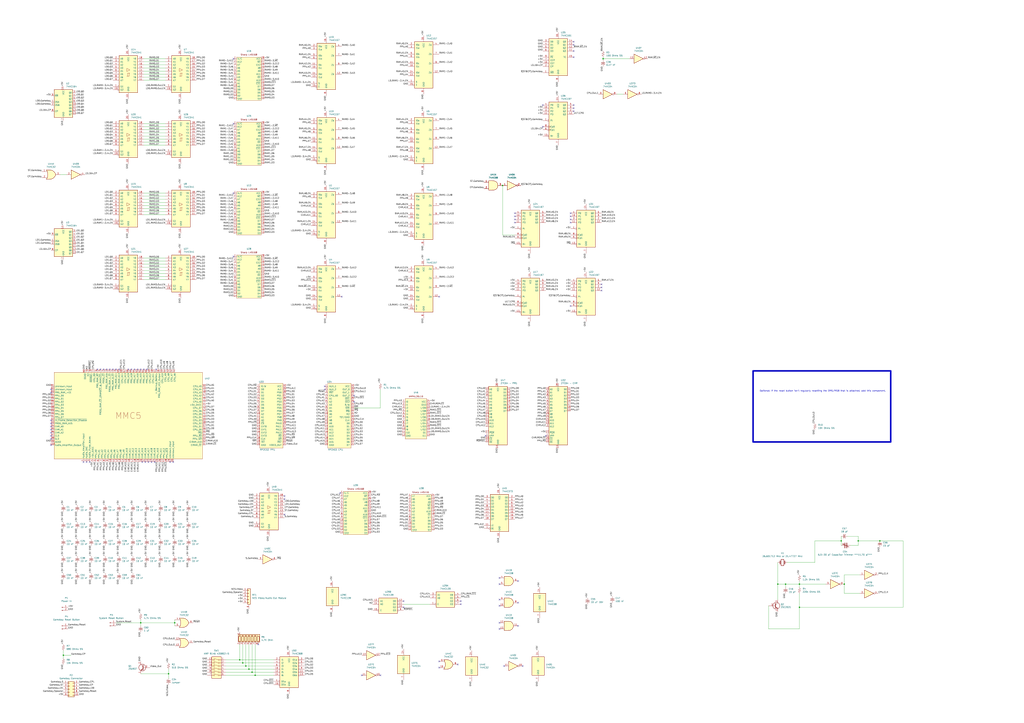
<source format=kicad_sch>
(kicad_sch (version 20250114) (generator "eeschema") (generator_version "9.0")
  (paper "A1")
  (title_block (title "NES DemoBoy II REV A") (date "2025-10-12") (rev "01") (company "Richard Weick"))
  (lib_symbols
    (symbol "!DemoBoy:AMPAL20L10"
      (property "Reference" "U" (at 0 0 0))
      (symbol "AMPAL20L10_0_0"
        (pin input line (at -11.43 13.97 0) (length 2.54) (name "I0") (number "1"))
        (pin input line (at -11.43 11.43 0) (length 2.54) (name "I1") (number "2"))
        (pin input line (at -11.43 8.89 0) (length 2.54) (name "I2") (number "3"))
        (pin input line (at -11.43 6.35 0) (length 2.54) (name "I3") (number "4"))
        (pin input line (at -11.43 3.81 0) (length 2.54) (name "I4") (number "5"))
        (pin input line (at -11.43 1.27 0) (length 2.54) (name "I5") (number "6"))
        (pin input line (at -11.43 -1.27 0) (length 2.54) (name "I6") (number "7"))
        (pin input line (at -11.43 -3.81 0) (length 2.54) (name "I7") (number "8"))
        (pin input line (at -11.43 -6.35 0) (length 2.54) (name "I8") (number "9"))
        (pin input line (at -11.43 -8.89 0) (length 2.54) (name "I9") (number "10"))
        (pin input line (at -11.43 -11.43 0) (length 2.54) (name "I10") (number "11"))
        (pin power_in line (at -11.43 -13.97 0) (length 2.54) (name "GND") (number "12"))
        (pin power_in line (at 11.43 13.97 180) (length 2.54) (name "VCC") (number "24"))
        (pin output line (at 11.43 11.43 180) (length 2.54) (name "O10") (number "23"))
        (pin bidirectional line (at 11.43 8.89 180) (length 2.54) (name "I/O9") (number "22"))
        (pin bidirectional line (at 11.43 6.35 180) (length 2.54) (name "I/O8") (number "21"))
        (pin bidirectional line (at 11.43 3.81 180) (length 2.54) (name "I/O7") (number "20"))
        (pin bidirectional line (at 11.43 1.27 180) (length 2.54) (name "I/O6") (number "19"))
        (pin bidirectional line (at 11.43 -1.27 180) (length 2.54) (name "I/O5") (number "18"))
        (pin bidirectional line (at 11.43 -3.81 180) (length 2.54) (name "I/O4") (number "17"))
        (pin bidirectional line (at 11.43 -6.35 180) (length 2.54) (name "I/O3") (number "16"))
        (pin bidirectional line (at 11.43 -8.89 180) (length 2.54) (name "I/O2") (number "15"))
        (pin output line (at 11.43 -11.43 180) (length 2.54) (name "O1") (number "14"))
        (pin input line (at 11.43 -13.97 180) (length 2.54) (name "I11") (number "13"))
      )
      (symbol "AMPAL20L10_1_1"
        (text "AMPAL20L10" (at 0 18.288 0) (effects (font (size 1.27 1.27))))
      )
    )
    (symbol "!DemoBoy:MMC5"
      (property "Reference" "U42" (at 64.77 30.5502 0))
      (symbol "MMC5_0_0"
        (pin passive line (at -63.5 24.13 0) (length 2.54) (name "Unknown_Input") (number "81"))
        (pin passive line (at -63.5 21.59 0) (length 2.54) (name "Unknown_Input") (number "82"))
        (pin output line (at -63.5 19.05 0) (length 2.54) (name "PRG_RAM_+CE") (number "83"))
        (pin bidirectional line (at -63.5 16.51 0) (length 2.54) (name "PPU_D0") (number "84"))
        (pin bidirectional line (at -63.5 13.97 0) (length 2.54) (name "PPU_D1") (number "85"))
        (pin bidirectional line (at -63.5 11.43 0) (length 2.54) (name "PPU_D2") (number "86"))
        (pin bidirectional line (at -63.5 8.89 0) (length 2.54) (name "PPU_D3") (number "87"))
        (pin bidirectional line (at -63.5 6.35 0) (length 2.54) (name "PPU_D4") (number "88"))
        (pin bidirectional line (at -63.5 3.81 0) (length 2.54) (name "PPU_D5") (number "89"))
        (pin bidirectional line (at -63.5 1.27 0) (length 2.54) (name "PPU_D6") (number "90"))
        (pin bidirectional line (at -63.5 -1.27 0) (length 2.54) (name "PPU_D7") (number "91"))
        (pin input line (at -63.5 -3.81 0) (length 2.54) (name "~{In_Frame_Detection_Disable}") (number "92"))
        (pin output line (at -63.5 -6.35 0) (length 2.54) (name "PROG_RAM_A15") (number "93"))
        (pin output line (at -63.5 -8.89 0) (length 2.54) (name "CHR_A0") (number "94"))
        (pin output line (at -63.5 -11.43 0) (length 2.54) (name "CHR_A1") (number "95"))
        (pin output line (at -63.5 -13.97 0) (length 2.54) (name "CHR_A2") (number "96"))
        (pin bidirectional line (at -63.5 -16.51 0) (length 2.54) (name "CL3") (number "97"))
        (pin bidirectional line (at -63.5 -19.05 0) (length 2.54) (name "SL3") (number "98"))
        (pin power_in line (at -63.5 -21.59 0) (length 2.54) (name "AGND") (number "99"))
        (pin output line (at -63.5 -24.13 0) (length 2.54) (name "Audio_Amplifier_Output") (number "100"))
        (pin input line (at -36.83 -38.1 90) (length 2.54) (name "Audio_Amplifier_Input") (number "1"))
        (pin power_in line (at -35.56 38.1 270) (length 2.54) (name "DGND") (number "80"))
        (pin output line (at -34.29 -38.1 90) (length 2.54) (name "Audio_DAC") (number "2"))
        (pin input line (at -33.02 38.1 270) (length 2.54) (name "M2") (number "79"))
        (pin output line (at -31.75 -38.1 90) (length 2.54) (name "Audio_Pulse_Waves") (number "3"))
        (pin input line (at -30.48 38.1 270) (length 2.54) (name "~{ROMSEL}") (number "78"))
        (pin power_in line (at -29.21 -38.1 90) (length 2.54) (name "+5V_AVCC") (number "4"))
        (pin input line (at -27.94 38.1 270) (length 2.54) (name "CPU_R~{W}") (number "77"))
        (pin input line (at -26.67 -38.1 90) (length 2.54) (name "PPU_A0") (number "5"))
        (pin output line (at -25.4 38.1 270) (length 2.54) (name "PRG_RAM_~{WE}") (number "76"))
        (pin input line (at -24.13 -38.1 90) (length 2.54) (name "PPU_A1") (number "6"))
        (pin output line (at -22.86 38.1 270) (length 2.54) (name "PROG_RAM_~{CE}_(RAM0~{CE}_&_RAM1~{CE})") (number "75"))
        (pin input line (at -21.59 -38.1 90) (length 2.54) (name "PPU_A2") (number "7"))
        (pin output line (at -20.32 38.1 270) (length 2.54) (name "PROG_~{CE}") (number "74"))
        (pin input line (at -19.05 -38.1 90) (length 2.54) (name "PPU_A3") (number "8"))
        (pin output line (at -17.78 38.1 270) (length 2.54) (name "PRG_RAM_A16") (number "73"))
        (pin input line (at -16.51 -38.1 90) (length 2.54) (name "PPU_A4") (number "9"))
        (pin output line (at -15.24 38.1 270) (length 2.54) (name "PROG_RAM_1_~{CE}") (number "72"))
        (pin input line (at -13.97 -38.1 90) (length 2.54) (name "PPU_A5") (number "10"))
        (pin output line (at -12.7 38.1 270) (length 2.54) (name "PRG_RAM_0_~{CE}") (number "71"))
        (pin input line (at -11.43 -38.1 90) (length 2.54) (name "PPU_A6") (number "11"))
        (pin output line (at -10.16 38.1 270) (length 2.54) (name "PRG_RAM_A14") (number "70"))
        (pin input line (at -8.89 -38.1 90) (length 2.54) (name "PPU_A7") (number "12"))
        (pin output line (at -7.62 38.1 270) (length 2.54) (name "PRG_RAM_A13") (number "69"))
        (pin input line (at -6.35 -38.1 90) (length 2.54) (name "PPU_A8") (number "13"))
        (pin input line (at -5.08 38.1 270) (length 2.54) (name "CPU_A14") (number "68"))
        (pin input line (at -3.81 -38.1 90) (length 2.54) (name "PPU_A9") (number "14"))
        (pin input line (at -2.54 38.1 270) (length 2.54) (name "CPU_A13") (number "67"))
        (pin output line (at -1.27 -38.1 90) (length 2.54) (name "CHR_A10") (number "15"))
        (pin output line (at 0 38.1 270) (length 2.54) (name "PRG_A19") (number "66"))
        (pin output line (at 1.27 -38.1 90) (length 2.54) (name "CHR_A11") (number "16"))
        (pin output line (at 2.54 38.1 270) (length 2.54) (name "PRG_A18") (number "65"))
        (pin output line (at 3.81 -38.1 90) (length 2.54) (name "CHR_A12") (number "17"))
        (pin output line (at 5.08 38.1 270) (length 2.54) (name "PRG_A17") (number "64"))
        (pin output line (at 6.35 -38.1 90) (length 2.54) (name "CHR_A13") (number "18"))
        (pin output line (at 7.62 38.1 270) (length 2.54) (name "PRG_A16") (number "63"))
        (pin output line (at 8.89 -38.1 90) (length 2.54) (name "CHR_A14") (number "19"))
        (pin output line (at 10.16 38.1 270) (length 2.54) (name "PRG_A15") (number "62"))
        (pin output line (at 11.43 -38.1 90) (length 2.54) (name "CHR_A15") (number "20"))
        (pin output line (at 12.7 38.1 270) (length 2.54) (name "PRG_A14") (number "61"))
        (pin output line (at 13.97 -38.1 90) (length 2.54) (name "CHR_A16") (number "21"))
        (pin output line (at 15.24 38.1 270) (length 2.54) (name "PRG_A13") (number "60"))
        (pin output line (at 16.51 -38.1 90) (length 2.54) (name "CHR_A17") (number "22"))
        (pin input line (at 17.78 38.1 270) (length 2.54) (name "CPU_A12") (number "59"))
        (pin output line (at 19.05 -38.1 90) (length 2.54) (name "CHR_A18") (number "23"))
        (pin input line (at 20.32 38.1 270) (length 2.54) (name "CPU_A11") (number "58"))
        (pin output line (at 21.59 -38.1 90) (length 2.54) (name "CHR_A19") (number "24"))
        (pin power_in line (at 22.86 38.1 270) (length 2.54) (name "+_Backup_Battery") (number "57"))
        (pin input line (at 24.13 -38.1 90) (length 2.54) (name "PPU_A10") (number "25"))
        (pin power_out line (at 25.4 38.1 270) (length 2.54) (name "PRG_RAM_VCC_Output") (number "56"))
        (pin input line (at 26.67 -38.1 90) (length 2.54) (name "PPU_A11") (number "26"))
        (pin input line (at 27.94 38.1 270) (length 2.54) (name "CPU_A10") (number "55"))
        (pin input line (at 29.21 -38.1 90) (length 2.54) (name "PPU_A12") (number "27"))
        (pin input line (at 30.48 38.1 270) (length 2.54) (name "CPU_A9") (number "54"))
        (pin input line (at 31.75 -38.1 90) (length 2.54) (name "PPU_~{A13}") (number "28"))
        (pin input line (at 33.02 38.1 270) (length 2.54) (name "CPU_A8") (number "53"))
        (pin passive line (at 34.29 -38.1 90) (length 2.54) (name "Unknown_Input") (number "29"))
        (pin input line (at 35.56 38.1 270) (length 2.54) (name "CPU_A7") (number "52"))
        (pin passive line (at 36.83 -38.1 90) (length 2.54) (name "Unknown_Input") (number "30"))
        (pin input line (at 38.1 38.1 270) (length 2.54) (name "CPU_A6") (number "51"))
        (pin input line (at 63.5 24.13 180) (length 2.54) (name "CPU_A5") (number "50"))
        (pin input line (at 63.5 21.59 180) (length 2.54) (name "CPU_A4") (number "49"))
        (pin input line (at 63.5 19.05 180) (length 2.54) (name "CPU_A3") (number "48"))
        (pin input line (at 63.5 16.51 180) (length 2.54) (name "CPU_A2") (number "47"))
        (pin input line (at 63.5 13.97 180) (length 2.54) (name "CPU_A1") (number "46"))
        (pin input line (at 63.5 11.43 180) (length 2.54) (name "CPU_A0") (number "45"))
        (pin power_in line (at 63.5 8.89 180) (length 2.54) (name "+5V_DVCC") (number "44"))
        (pin bidirectional line (at 63.5 6.35 180) (length 2.54) (name "CPU_D7") (number "43"))
        (pin bidirectional line (at 63.5 3.81 180) (length 2.54) (name "CPU_D6") (number "42"))
        (pin bidirectional line (at 63.5 1.27 180) (length 2.54) (name "CPU_D5") (number "41"))
        (pin bidirectional line (at 63.5 -1.27 180) (length 2.54) (name "CPU_D4") (number "40"))
        (pin bidirectional line (at 63.5 -3.81 180) (length 2.54) (name "CPU_D3") (number "39"))
        (pin bidirectional line (at 63.5 -6.35 180) (length 2.54) (name "CPU_D2") (number "38"))
        (pin bidirectional line (at 63.5 -8.89 180) (length 2.54) (name "CPU_D1") (number "37"))
        (pin bidirectional line (at 63.5 -11.43 180) (length 2.54) (name "CPU_D0") (number "36"))
        (pin output line (at 63.5 -13.97 180) (length 2.54) (name "~{IRQ}") (number "35"))
        (pin input line (at 63.5 -16.51 180) (length 2.54) (name "PPU_~{RD}") (number "34"))
        (pin input line (at 63.5 -19.05 180) (length 2.54) (name "PPU_~{WR}") (number "33"))
        (pin output line (at 63.5 -24.13 180) (length 2.54) (name "CIRAM_~{CE}") (number "31"))
      )
      (symbol "MMC5_1_0"
        (pin output line (at 63.5 -21.59 180) (length 2.54) (name "CIRAM_A10") (number "32"))
      )
      (symbol "MMC5_1_1"
        (text "MMC5" (at 0 0 0) (effects (font (size 5.08 5.08))))
      )
    )
    (symbol "!DemoBoy:RP2A03_CPU" (pin_names (offset 1.016))
      (property "Reference" "U34" (at -8.89 27.94 0))
      (property "Value" "RP2A03 CPU" (at -3.81 -27.94 0))
      (symbol "RP2A03_CPU_1_1"
        (pin output line (at -12.7 24.13 0) (length 2.54) (name "AUX_1") (number "1"))
        (pin output line (at -12.7 21.59 0) (length 2.54) (name "AUX_2") (number "2"))
        (pin input line (at -12.7 19.05 0) (length 2.54) (name "~{RST}") (number "3"))
        (pin output line (at -12.7 16.51 0) (length 2.54) (name "CPU_A0") (number "4"))
        (pin output line (at -12.7 13.97 0) (length 2.54) (name "A1") (number "5"))
        (pin output line (at -12.7 11.43 0) (length 2.54) (name "A2") (number "6"))
        (pin output line (at -12.7 8.89 0) (length 2.54) (name "A3") (number "7"))
        (pin output line (at -12.7 6.35 0) (length 2.54) (name "A4") (number "8"))
        (pin output line (at -12.7 3.81 0) (length 2.54) (name "A5") (number "9"))
        (pin output line (at -12.7 1.27 0) (length 2.54) (name "A6") (number "10"))
        (pin output line (at -12.7 -1.27 0) (length 2.54) (name "A7") (number "11"))
        (pin output line (at -12.7 -3.81 0) (length 2.54) (name "A8") (number "12"))
        (pin output line (at -12.7 -6.35 0) (length 2.54) (name "A9") (number "13"))
        (pin output line (at -12.7 -8.89 0) (length 2.54) (name "A10") (number "14"))
        (pin output line (at -12.7 -11.43 0) (length 2.54) (name "A11") (number "15"))
        (pin output line (at -12.7 -13.97 0) (length 2.54) (name "A12") (number "16"))
        (pin output line (at -12.7 -16.51 0) (length 2.54) (name "A13") (number "17"))
        (pin output line (at -12.7 -19.05 0) (length 2.54) (name "A14") (number "18"))
        (pin output line (at -12.7 -21.59 0) (length 2.54) (name "A15") (number "19"))
        (pin passive line (at -12.7 -24.13 0) (length 2.54) (name "GND") (number "20"))
        (pin passive line (at 11.43 24.13 180) (length 2.54) (name "VCC") (number "40"))
        (pin output line (at 11.43 21.59 180) (length 2.54) (name "OUT_0") (number "39"))
        (pin output line (at 11.43 19.05 180) (length 2.54) (name "OUT_1") (number "38"))
        (pin output line (at 11.43 16.51 180) (length 2.54) (name "OUT_2") (number "37"))
        (pin output line (at 11.43 13.97 180) (length 2.54) (name "~{OE1}") (number "36"))
        (pin output line (at 11.43 11.43 180) (length 2.54) (name "~{OE2}") (number "35"))
        (pin output line (at 11.43 8.89 180) (length 2.54) (name "R/W") (number "34"))
        (pin input line (at 11.43 6.35 180) (length 2.54) (name "~{NMI}") (number "33"))
        (pin input line (at 11.43 3.81 180) (length 2.54) (name "~{IRQ}") (number "32"))
        (pin output line (at 11.43 1.27 180) (length 2.54) (name "M2") (number "31"))
        (pin input line (at 11.43 -1.27 180) (length 2.54) (name "TST/GND") (number "30"))
        (pin input line (at 11.43 -3.81 180) (length 2.54) (name "CLK") (number "29"))
        (pin bidirectional line (at 11.43 -6.35 180) (length 2.54) (name "D0") (number "28"))
        (pin bidirectional line (at 11.43 -8.89 180) (length 2.54) (name "D1") (number "27"))
        (pin bidirectional line (at 11.43 -11.43 180) (length 2.54) (name "D2") (number "26"))
        (pin bidirectional line (at 11.43 -13.97 180) (length 2.54) (name "D3") (number "25"))
        (pin bidirectional line (at 11.43 -16.51 180) (length 2.54) (name "D4") (number "24"))
        (pin bidirectional line (at 11.43 -19.05 180) (length 2.54) (name "D5") (number "23"))
        (pin bidirectional line (at 11.43 -21.59 180) (length 2.54) (name "D6") (number "22"))
        (pin bidirectional line (at 11.43 -24.13 180) (length 2.54) (name "D7") (number "21"))
      )
    )
    (symbol "!DemoBoy:RP2C02_PPU" (pin_names (offset 1.016))
      (property "Reference" "U33" (at -8.89 27.94 0))
      (property "Value" "RP2C02 PPU" (at -3.81 -27.94 0))
      (symbol "RP2C02_PPU_1_1"
        (pin input line (at -12.7 24.13 0) (length 2.54) (name "R/W") (number "1"))
        (pin bidirectional line (at -12.7 21.59 0) (length 2.54) (name "D0") (number "2"))
        (pin bidirectional line (at -12.7 19.05 0) (length 2.54) (name "D1") (number "3"))
        (pin bidirectional line (at -12.7 16.51 0) (length 2.54) (name "D2") (number "4"))
        (pin bidirectional line (at -12.7 13.97 0) (length 2.54) (name "D3") (number "5"))
        (pin bidirectional line (at -12.7 11.43 0) (length 2.54) (name "D4") (number "6"))
        (pin bidirectional line (at -12.7 8.89 0) (length 2.54) (name "D5") (number "7"))
        (pin bidirectional line (at -12.7 6.35 0) (length 2.54) (name "D6") (number "8"))
        (pin bidirectional line (at -12.7 3.81 0) (length 2.54) (name "D7") (number "9"))
        (pin input line (at -12.7 1.27 0) (length 2.54) (name "A2") (number "10"))
        (pin input line (at -12.7 -1.27 0) (length 2.54) (name "A1") (number "11"))
        (pin input line (at -12.7 -3.81 0) (length 2.54) (name "A0") (number "12"))
        (pin input line (at -12.7 -6.35 0) (length 2.54) (name "~{CS}") (number "13"))
        (pin bidirectional line (at -12.7 -8.89 0) (length 2.54) (name "EXT0") (number "14"))
        (pin bidirectional line (at -12.7 -11.43 0) (length 2.54) (name "EXT1") (number "15"))
        (pin bidirectional line (at -12.7 -13.97 0) (length 2.54) (name "EXT2") (number "16"))
        (pin bidirectional line (at -12.7 -16.51 0) (length 2.54) (name "EXT3") (number "17"))
        (pin input line (at -12.7 -19.05 0) (length 2.54) (name "CLK") (number "18"))
        (pin output line (at -12.7 -21.59 0) (length 2.54) (name "~{INT}") (number "19"))
        (pin passive line (at -12.7 -24.13 0) (length 2.54) (name "GND") (number "20"))
        (pin passive line (at 11.43 24.13 180) (length 2.54) (name "VCC") (number "40"))
        (pin output line (at 11.43 21.59 180) (length 2.54) (name "ALE") (number "39"))
        (pin bidirectional line (at 11.43 19.05 180) (length 2.54) (name "PD0") (number "38"))
        (pin bidirectional line (at 11.43 16.51 180) (length 2.54) (name "PD1") (number "37"))
        (pin bidirectional line (at 11.43 13.97 180) (length 2.54) (name "PD2") (number "36"))
        (pin bidirectional line (at 11.43 11.43 180) (length 2.54) (name "PD3") (number "35"))
        (pin bidirectional line (at 11.43 8.89 180) (length 2.54) (name "PD4") (number "34"))
        (pin bidirectional line (at 11.43 6.35 180) (length 2.54) (name "PD5") (number "33"))
        (pin bidirectional line (at 11.43 3.81 180) (length 2.54) (name "PD6") (number "32"))
        (pin bidirectional line (at 11.43 1.27 180) (length 2.54) (name "PD7") (number "31"))
        (pin output line (at 11.43 -1.27 180) (length 2.54) (name "PA8") (number "30"))
        (pin output line (at 11.43 -3.81 180) (length 2.54) (name "PA9") (number "29"))
        (pin output line (at 11.43 -6.35 180) (length 2.54) (name "PA10") (number "28"))
        (pin output line (at 11.43 -8.89 180) (length 2.54) (name "PA11") (number "27"))
        (pin output line (at 11.43 -11.43 180) (length 2.54) (name "PA12") (number "26"))
        (pin output line (at 11.43 -13.97 180) (length 2.54) (name "PA13") (number "25"))
        (pin input line (at 11.43 -16.51 180) (length 2.54) (name "~{RD}") (number "24"))
        (pin output line (at 11.43 -19.05 180) (length 2.54) (name "~{WR}") (number "23"))
        (pin input line (at 11.43 -21.59 180) (length 2.54) (name "~{RST}") (number "22"))
        (pin output line (at 11.43 -24.13 180) (length 2.54) (name "VIDEO_OUT") (number "21"))
      )
    )
    (symbol "!DemoBoy:Sharp_LH5116"
      (property "Reference" "U" (at 0 0 0))
      (symbol "Sharp_LH5116_0_0"
        (pin input line (at -10.16 13.97 0) (length 2.54) (name "A7") (number "1"))
        (pin input line (at -10.16 11.43 0) (length 2.54) (name "A6") (number "2"))
        (pin input line (at -10.16 8.89 0) (length 2.54) (name "A5") (number "3"))
        (pin input line (at -10.16 6.35 0) (length 2.54) (name "A4") (number "4"))
        (pin input line (at -10.16 3.81 0) (length 2.54) (name "A3") (number "5"))
        (pin input line (at -10.16 1.27 0) (length 2.54) (name "A2") (number "6"))
        (pin input line (at -10.16 -1.27 0) (length 2.54) (name "A1") (number "7"))
        (pin input line (at -10.16 -3.81 0) (length 2.54) (name "A0") (number "8"))
        (pin bidirectional line (at -10.16 -6.35 0) (length 2.54) (name "D0") (number "9"))
        (pin bidirectional line (at -10.16 -8.89 0) (length 2.54) (name "D1") (number "10"))
        (pin bidirectional line (at -10.16 -11.43 0) (length 2.54) (name "D2") (number "11"))
        (pin power_in line (at -10.16 -13.97 0) (length 2.54) (name "GND") (number "12"))
        (pin power_in line (at 11.43 13.97 180) (length 2.54) (name "VCC") (number "24"))
        (pin input line (at 11.43 11.43 180) (length 2.54) (name "A8") (number "23"))
        (pin input line (at 11.43 8.89 180) (length 2.54) (name "A9") (number "22"))
        (pin input line (at 11.43 6.35 180) (length 2.54) (name "~{WE}") (number "21"))
        (pin input line (at 11.43 3.81 180) (length 2.54) (name "~{OE}") (number "20"))
        (pin input line (at 11.43 1.27 180) (length 2.54) (name "A10") (number "19"))
        (pin input line (at 11.43 -1.27 180) (length 2.54) (name "~{CE}") (number "18"))
        (pin bidirectional line (at 11.43 -3.81 180) (length 2.54) (name "D7") (number "17"))
        (pin bidirectional line (at 11.43 -6.35 180) (length 2.54) (name "D6") (number "16"))
        (pin bidirectional line (at 11.43 -8.89 180) (length 2.54) (name "D5") (number "15"))
        (pin bidirectional line (at 11.43 -11.43 180) (length 2.54) (name "D4") (number "14"))
        (pin bidirectional line (at 11.43 -13.97 180) (length 2.54) (name "D3") (number "13"))
      )
      (symbol "Sharp_LH5116_1_1"
        (text "Sharp LH5116" (at 0 17.018 0) (effects (font (size 1.27 1.27))))
      )
    )
    (symbol "!DemoBoy:Sharp_LH5168"
      (property "Reference" "U25" (at 0 22.86 0))
      (symbol "Sharp_LH5168_0_0"
        (pin passive line (at -12.7 16.51 0) (length 2.54) (name "N/C") (number "1"))
        (pin input line (at -12.7 13.97 0) (length 2.54) (name "A12") (number "2"))
        (pin input line (at -12.7 11.43 0) (length 2.54) (name "A7") (number "3"))
        (pin input line (at -12.7 8.89 0) (length 2.54) (name "A6") (number "4"))
        (pin input line (at -12.7 6.35 0) (length 2.54) (name "A5") (number "5"))
        (pin input line (at -12.7 3.81 0) (length 2.54) (name "A4") (number "6"))
        (pin input line (at -12.7 1.27 0) (length 2.54) (name "A3") (number "7"))
        (pin input line (at -12.7 -1.27 0) (length 2.54) (name "A2") (number "8"))
        (pin input line (at -12.7 -3.81 0) (length 2.54) (name "A1") (number "9"))
        (pin input line (at -12.7 -6.35 0) (length 2.54) (name "A0") (number "10"))
        (pin bidirectional line (at -12.7 -8.89 0) (length 2.54) (name "D0") (number "11"))
        (pin bidirectional line (at -12.7 -11.43 0) (length 2.54) (name "D1") (number "12"))
        (pin bidirectional line (at -12.7 -13.97 0) (length 2.54) (name "D2") (number "13"))
        (pin power_in line (at -12.7 -16.51 0) (length 2.54) (name "GND") (number "14"))
        (pin power_in line (at 12.7 16.51 180) (length 2.54) (name "VCC") (number "28"))
        (pin input line (at 12.7 13.97 180) (length 2.54) (name "~{WE}") (number "27"))
        (pin input line (at 12.7 11.43 180) (length 2.54) (name "CE2") (number "26"))
        (pin input line (at 12.7 8.89 180) (length 2.54) (name "A8") (number "25"))
        (pin input line (at 12.7 6.35 180) (length 2.54) (name "A9") (number "24"))
        (pin input line (at 12.7 3.81 180) (length 2.54) (name "A11") (number "23"))
        (pin input line (at 12.7 -1.27 180) (length 2.54) (name "A10") (number "21"))
        (pin input line (at 12.7 -3.81 180) (length 2.54) (name "~{CE1}") (number "20"))
        (pin bidirectional line (at 12.7 -6.35 180) (length 2.54) (name "D7") (number "19"))
        (pin bidirectional line (at 12.7 -8.89 180) (length 2.54) (name "D6") (number "18"))
        (pin bidirectional line (at 12.7 -11.43 180) (length 2.54) (name "D5") (number "17"))
        (pin bidirectional line (at 12.7 -13.97 180) (length 2.54) (name "D4") (number "16"))
        (pin bidirectional line (at 12.7 -16.51 180) (length 2.54) (name "D3") (number "15"))
      )
      (symbol "Sharp_LH5168_1_0"
        (pin input line (at 12.7 1.27 180) (length 2.54) (name "~{OE}") (number "22"))
      )
      (symbol "Sharp_LH5168_1_1"
        (text "Sharp LH5168" (at 0 19.812 0) (effects (font (size 1.27 1.27))))
      )
    )
    (symbol "74xx:74HC04"
      (property "Reference" "U" (at 0 1.27 0))
      (property "Value" "74HC04" (at 0 -1.27 0))
      (symbol "74HC04_1_0"
        (pin input line (at -7.62 0 0) (length 3.81) (name "~") (number "1"))
        (pin output inverted (at 7.62 0 180) (length 3.81) (name "~") (number "2"))
      )
      (symbol "74HC04_2_0"
        (pin input line (at -7.62 0 0) (length 3.81) (name "~") (number "3"))
        (pin output inverted (at 7.62 0 180) (length 3.81) (name "~") (number "4"))
      )
      (symbol "74HC04_3_0"
        (pin input line (at -7.62 0 0) (length 3.81) (name "~") (number "5"))
        (pin output inverted (at 7.62 0 180) (length 3.81) (name "~") (number "6"))
      )
      (symbol "74HC04_4_0"
        (pin input line (at -7.62 0 0) (length 3.81) (name "~") (number "9"))
        (pin output inverted (at 7.62 0 180) (length 3.81) (name "~") (number "8"))
      )
      (symbol "74HC04_5_0"
        (pin input line (at -7.62 0 0) (length 3.81) (name "~") (number "11"))
        (pin output inverted (at 7.62 0 180) (length 3.81) (name "~") (number "10"))
      )
      (symbol "74HC04_6_0"
        (pin input line (at -7.62 0 0) (length 3.81) (name "~") (number "13"))
        (pin output inverted (at 7.62 0 180) (length 3.81) (name "~") (number "12"))
      )
      (symbol "74HC04_7_0"
        (pin power_in line (at 0 12.7 270) (length 5.08) (name "VCC") (number "14"))
        (pin power_in line (at 0 -12.7 90) (length 5.08) (name "GND") (number "7"))
      )
    )
    (symbol "74xx:74HC164"
      (property "Reference" "U" (at 1.905 -13.97 0))
      (property "Value" "74HC164" (at 1.905 -16.51 0))
      (symbol "74HC164_1_1"
        (pin input line (at -10.16 5.08 0) (length 2.54) (name "~{MR}") (number "9"))
        (pin input line (at -10.16 0 0) (length 2.54) (name "DSA") (number "1"))
        (pin input line (at -10.16 -2.54 0) (length 2.54) (name "DSB") (number "2"))
        (pin input line (at -10.16 -7.62 0) (length 2.54) (name "CP") (number "8"))
        (pin power_in line (at 0 12.7 270) (length 2.54) (name "VCC") (number "14"))
        (pin power_in line (at 0 -15.24 90) (length 2.54) (name "GND") (number "7"))
        (pin output line (at 10.16 7.62 180) (length 2.54) (name "Q0") (number "3"))
        (pin output line (at 10.16 5.08 180) (length 2.54) (name "Q1") (number "4"))
        (pin output line (at 10.16 2.54 180) (length 2.54) (name "Q2") (number "5"))
        (pin output line (at 10.16 0 180) (length 2.54) (name "Q3") (number "6"))
        (pin output line (at 10.16 -2.54 180) (length 2.54) (name "Q4") (number "10"))
        (pin output line (at 10.16 -5.08 180) (length 2.54) (name "Q5") (number "11"))
        (pin output line (at 10.16 -7.62 180) (length 2.54) (name "Q6") (number "12"))
        (pin output line (at 10.16 -10.16 180) (length 2.54) (name "Q7") (number "13"))
      )
    )
    (symbol "74xx:74HC373"
      (property "Reference" "U" (at -7.62 16.51 0))
      (property "Value" "74HC373" (at -7.62 -16.51 0))
      (symbol "74HC373_1_0"
        (pin input line (at -12.7 12.7 0) (length 5.08) (name "D0") (number "3"))
        (pin input line (at -12.7 10.16 0) (length 5.08) (name "D1") (number "4"))
        (pin input line (at -12.7 7.62 0) (length 5.08) (name "D2") (number "7"))
        (pin input line (at -12.7 5.08 0) (length 5.08) (name "D3") (number "8"))
        (pin input line (at -12.7 2.54 0) (length 5.08) (name "D4") (number "13"))
        (pin input line (at -12.7 0 0) (length 5.08) (name "D5") (number "14"))
        (pin input line (at -12.7 -2.54 0) (length 5.08) (name "D6") (number "17"))
        (pin input line (at -12.7 -5.08 0) (length 5.08) (name "D7") (number "18"))
        (pin input line (at -12.7 -10.16 0) (length 5.08) (name "LE") (number "11"))
        (pin input inverted (at -12.7 -12.7 0) (length 5.08) (name "OE") (number "1"))
        (pin power_in line (at 0 20.32 270) (length 5.08) (name "VCC") (number "20"))
        (pin power_in line (at 0 -20.32 90) (length 5.08) (name "GND") (number "10"))
        (pin tri_state line (at 12.7 12.7 180) (length 5.08) (name "O0") (number "2"))
        (pin tri_state line (at 12.7 10.16 180) (length 5.08) (name "O1") (number "5"))
        (pin tri_state line (at 12.7 7.62 180) (length 5.08) (name "O2") (number "6"))
        (pin tri_state line (at 12.7 5.08 180) (length 5.08) (name "O3") (number "9"))
        (pin tri_state line (at 12.7 2.54 180) (length 5.08) (name "O4") (number "12"))
        (pin tri_state line (at 12.7 0 180) (length 5.08) (name "O5") (number "15"))
        (pin tri_state line (at 12.7 -2.54 180) (length 5.08) (name "O6") (number "16"))
        (pin tri_state line (at 12.7 -5.08 180) (length 5.08) (name "O7") (number "19"))
      )
    )
    (symbol "74xx:74LS08" (pin_names (offset 1.016))
      (property "Reference" "U" (at 0 1.27 0))
      (property "Value" "74LS08" (at 0 -1.27 0))
      (symbol "74LS08_1_1"
        (pin input line (at -7.62 2.54 0) (length 3.81) (name "~") (number "1"))
        (pin input line (at -7.62 -2.54 0) (length 3.81) (name "~") (number "2"))
        (pin output line (at 7.62 0 180) (length 3.81) (name "~") (number "3"))
      )
      (symbol "74LS08_1_2"
        (pin input inverted (at -7.62 2.54 0) (length 4.318) (name "~") (number "1"))
        (pin input inverted (at -7.62 -2.54 0) (length 4.318) (name "~") (number "2"))
        (pin output inverted (at 7.62 0 180) (length 3.81) (name "~") (number "3"))
      )
      (symbol "74LS08_2_1"
        (pin input line (at -7.62 2.54 0) (length 3.81) (name "~") (number "4"))
        (pin input line (at -7.62 -2.54 0) (length 3.81) (name "~") (number "5"))
        (pin output line (at 7.62 0 180) (length 3.81) (name "~") (number "6"))
      )
      (symbol "74LS08_2_2"
        (pin input inverted (at -7.62 2.54 0) (length 4.318) (name "~") (number "4"))
        (pin input inverted (at -7.62 -2.54 0) (length 4.318) (name "~") (number "5"))
        (pin output inverted (at 7.62 0 180) (length 3.81) (name "~") (number "6"))
      )
      (symbol "74LS08_3_1"
        (pin input line (at -7.62 2.54 0) (length 3.81) (name "~") (number "9"))
        (pin input line (at -7.62 -2.54 0) (length 3.81) (name "~") (number "10"))
        (pin output line (at 7.62 0 180) (length 3.81) (name "~") (number "8"))
      )
      (symbol "74LS08_3_2"
        (pin input inverted (at -7.62 2.54 0) (length 4.318) (name "~") (number "9"))
        (pin input inverted (at -7.62 -2.54 0) (length 4.318) (name "~") (number "10"))
        (pin output inverted (at 7.62 0 180) (length 3.81) (name "~") (number "8"))
      )
      (symbol "74LS08_4_1"
        (pin input line (at -7.62 2.54 0) (length 3.81) (name "~") (number "12"))
        (pin input line (at -7.62 -2.54 0) (length 3.81) (name "~") (number "13"))
        (pin output line (at 7.62 0 180) (length 3.81) (name "~") (number "11"))
      )
      (symbol "74LS08_4_2"
        (pin input inverted (at -7.62 2.54 0) (length 4.318) (name "~") (number "12"))
        (pin input inverted (at -7.62 -2.54 0) (length 4.318) (name "~") (number "13"))
        (pin output inverted (at 7.62 0 180) (length 3.81) (name "~") (number "11"))
      )
      (symbol "74LS08_5_0"
        (pin power_in line (at 0 12.7 270) (length 5.08) (name "VCC") (number "14"))
        (pin power_in line (at 0 -12.7 90) (length 5.08) (name "GND") (number "7"))
      )
    )
    (symbol "74xx:74LS139" (pin_names (offset 1.016))
      (property "Reference" "U" (at -7.62 8.89 0))
      (property "Value" "74LS139" (at -7.62 -8.89 0))
      (symbol "74LS139_1_0"
        (pin input line (at -12.7 2.54 0) (length 5.08) (name "A1") (number "3"))
        (pin input line (at -12.7 0 0) (length 5.08) (name "A0") (number "2"))
        (pin input inverted (at -12.7 -5.08 0) (length 5.08) (name "E") (number "1"))
        (pin output inverted (at 12.7 2.54 180) (length 5.08) (name "O0") (number "4"))
        (pin output inverted (at 12.7 0 180) (length 5.08) (name "O1") (number "5"))
        (pin output inverted (at 12.7 -2.54 180) (length 5.08) (name "O2") (number "6"))
        (pin output inverted (at 12.7 -5.08 180) (length 5.08) (name "O3") (number "7"))
      )
      (symbol "74LS139_2_0"
        (pin input line (at -12.7 2.54 0) (length 5.08) (name "A1") (number "13"))
        (pin input line (at -12.7 0 0) (length 5.08) (name "A0") (number "14"))
        (pin input inverted (at -12.7 -5.08 0) (length 5.08) (name "E") (number "15"))
        (pin output inverted (at 12.7 2.54 180) (length 5.08) (name "O0") (number "12"))
        (pin output inverted (at 12.7 0 180) (length 5.08) (name "O1") (number "11"))
        (pin output inverted (at 12.7 -2.54 180) (length 5.08) (name "O2") (number "10"))
        (pin output inverted (at 12.7 -5.08 180) (length 5.08) (name "O3") (number "9"))
      )
      (symbol "74LS139_3_0"
        (pin power_in line (at 0 12.7 270) (length 5.08) (name "VCC") (number "16"))
        (pin power_in line (at 0 -12.7 90) (length 5.08) (name "GND") (number "8"))
      )
    )
    (symbol "74xx:74LS157" (pin_names (offset 1.016))
      (property "Reference" "U" (at -7.62 19.05 0))
      (property "Value" "74LS157" (at -7.62 -21.59 0))
      (symbol "74LS157_1_0"
        (pin input line (at -12.7 15.24 0) (length 5.08) (name "I0a") (number "2"))
        (pin input line (at -12.7 12.7 0) (length 5.08) (name "I1a") (number "3"))
        (pin input line (at -12.7 7.62 0) (length 5.08) (name "I0b") (number "5"))
        (pin input line (at -12.7 5.08 0) (length 5.08) (name "I1b") (number "6"))
        (pin input line (at -12.7 0 0) (length 5.08) (name "I0c") (number "11"))
        (pin input line (at -12.7 -2.54 0) (length 5.08) (name "I1c") (number "10"))
        (pin input line (at -12.7 -7.62 0) (length 5.08) (name "I0d") (number "14"))
        (pin input line (at -12.7 -10.16 0) (length 5.08) (name "I1d") (number "13"))
        (pin input line (at -12.7 -15.24 0) (length 5.08) (name "S") (number "1"))
        (pin input inverted (at -12.7 -17.78 0) (length 5.08) (name "E") (number "15"))
        (pin power_in line (at 0 22.86 270) (length 5.08) (name "VCC") (number "16"))
        (pin power_in line (at 0 -25.4 90) (length 5.08) (name "GND") (number "8"))
        (pin output line (at 12.7 15.24 180) (length 5.08) (name "Za") (number "4"))
        (pin output line (at 12.7 7.62 180) (length 5.08) (name "Zb") (number "7"))
        (pin output line (at 12.7 0 180) (length 5.08) (name "Zc") (number "9"))
        (pin output line (at 12.7 -7.62 180) (length 5.08) (name "Zd") (number "12"))
      )
    )
    (symbol "74xx:74LS161" (pin_names (offset 1.016))
      (property "Reference" "U" (at -7.62 16.51 0))
      (property "Value" "74LS161" (at -7.62 -16.51 0))
      (symbol "74LS161_1_0"
        (pin input line (at -12.7 12.7 0) (length 5.08) (name "D0") (number "3"))
        (pin input line (at -12.7 10.16 0) (length 5.08) (name "D1") (number "4"))
        (pin input line (at -12.7 7.62 0) (length 5.08) (name "D2") (number "5"))
        (pin input line (at -12.7 5.08 0) (length 5.08) (name "D3") (number "6"))
        (pin input line (at -12.7 0 0) (length 5.08) (name "~{PE}") (number "9"))
        (pin input line (at -12.7 -2.54 0) (length 5.08) (name "CEP") (number "7"))
        (pin input line (at -12.7 -5.08 0) (length 5.08) (name "CET") (number "10"))
        (pin input line (at -12.7 -7.62 0) (length 5.08) (name "CP") (number "2"))
        (pin input line (at -12.7 -12.7 0) (length 5.08) (name "~{MR}") (number "1"))
        (pin power_in line (at 0 20.32 270) (length 5.08) (name "VCC") (number "16"))
        (pin power_in line (at 0 -20.32 90) (length 5.08) (name "GND") (number "8"))
        (pin output line (at 12.7 12.7 180) (length 5.08) (name "Q0") (number "14"))
        (pin output line (at 12.7 10.16 180) (length 5.08) (name "Q1") (number "13"))
        (pin output line (at 12.7 7.62 180) (length 5.08) (name "Q2") (number "12"))
        (pin output line (at 12.7 5.08 180) (length 5.08) (name "Q3") (number "11"))
        (pin output line (at 12.7 0 180) (length 5.08) (name "TC") (number "15"))
      )
    )
    (symbol "74xx:74LS197" (pin_names (offset 1.016))
      (property "Reference" "U" (at -7.62 16.51 0))
      (property "Value" "74LS197" (at -7.62 -16.51 0))
      (symbol "74LS197_1_0"
        (pin input line (at -12.7 12.7 0) (length 5.08) (name "P0") (number "4"))
        (pin input line (at -12.7 10.16 0) (length 5.08) (name "P1") (number "10"))
        (pin input line (at -12.7 7.62 0) (length 5.08) (name "P2") (number "3"))
        (pin input line (at -12.7 5.08 0) (length 5.08) (name "P3") (number "11"))
        (pin input inverted (at -12.7 0 0) (length 5.08) (name "Pl") (number "1"))
        (pin input inverted_clock (at -12.7 -5.08 0) (length 5.08) (name "Cp0") (number "8"))
        (pin input inverted_clock (at -12.7 -7.62 0) (length 5.08) (name "Cp1") (number "6"))
        (pin input inverted (at -12.7 -12.7 0) (length 5.08) (name "Mr") (number "13"))
        (pin power_in line (at 0 20.32 270) (length 5.08) (name "VCC") (number "14"))
        (pin power_in line (at 0 -20.32 90) (length 5.08) (name "GND") (number "7"))
        (pin output line (at 12.7 12.7 180) (length 5.08) (name "Q0") (number "5"))
        (pin output line (at 12.7 10.16 180) (length 5.08) (name "Q1") (number "9"))
        (pin output line (at 12.7 7.62 180) (length 5.08) (name "Q2") (number "2"))
        (pin output line (at 12.7 5.08 180) (length 5.08) (name "Q3") (number "12"))
      )
    )
    (symbol "74xx:74LS32" (pin_names (offset 1.016))
      (property "Reference" "U" (at 0 1.27 0))
      (property "Value" "74LS32" (at 0 -1.27 0))
      (symbol "74LS32_1_1"
        (pin input line (at -7.62 2.54 0) (length 4.318) (name "~") (number "1"))
        (pin input line (at -7.62 -2.54 0) (length 4.318) (name "~") (number "2"))
        (pin output line (at 7.62 0 180) (length 3.81) (name "~") (number "3"))
      )
      (symbol "74LS32_1_2"
        (pin input inverted (at -7.62 2.54 0) (length 3.81) (name "~") (number "1"))
        (pin input inverted (at -7.62 -2.54 0) (length 3.81) (name "~") (number "2"))
        (pin output inverted (at 7.62 0 180) (length 3.81) (name "~") (number "3"))
      )
      (symbol "74LS32_2_1"
        (pin input line (at -7.62 2.54 0) (length 4.318) (name "~") (number "4"))
        (pin input line (at -7.62 -2.54 0) (length 4.318) (name "~") (number "5"))
        (pin output line (at 7.62 0 180) (length 3.81) (name "~") (number "6"))
      )
      (symbol "74LS32_2_2"
        (pin input inverted (at -7.62 2.54 0) (length 3.81) (name "~") (number "4"))
        (pin input inverted (at -7.62 -2.54 0) (length 3.81) (name "~") (number "5"))
        (pin output inverted (at 7.62 0 180) (length 3.81) (name "~") (number "6"))
      )
      (symbol "74LS32_3_1"
        (pin input line (at -7.62 2.54 0) (length 4.318) (name "~") (number "9"))
        (pin input line (at -7.62 -2.54 0) (length 4.318) (name "~") (number "10"))
        (pin output line (at 7.62 0 180) (length 3.81) (name "~") (number "8"))
      )
      (symbol "74LS32_3_2"
        (pin input inverted (at -7.62 2.54 0) (length 3.81) (name "~") (number "9"))
        (pin input inverted (at -7.62 -2.54 0) (length 3.81) (name "~") (number "10"))
        (pin output inverted (at 7.62 0 180) (length 3.81) (name "~") (number "8"))
      )
      (symbol "74LS32_4_1"
        (pin input line (at -7.62 2.54 0) (length 4.318) (name "~") (number "12"))
        (pin input line (at -7.62 -2.54 0) (length 4.318) (name "~") (number "13"))
        (pin output line (at 7.62 0 180) (length 3.81) (name "~") (number "11"))
      )
      (symbol "74LS32_4_2"
        (pin input inverted (at -7.62 2.54 0) (length 3.81) (name "~") (number "12"))
        (pin input inverted (at -7.62 -2.54 0) (length 3.81) (name "~") (number "13"))
        (pin output inverted (at 7.62 0 180) (length 3.81) (name "~") (number "11"))
      )
      (symbol "74LS32_5_0"
        (pin power_in line (at 0 12.7 270) (length 5.08) (name "VCC") (number "14"))
        (pin power_in line (at 0 -12.7 90) (length 5.08) (name "GND") (number "7"))
      )
    )
    (symbol "74xx:74LS368" (pin_names (offset 1.016))
      (property "Reference" "U" (at -7.62 13.97 0))
      (property "Value" "74LS368" (at -7.62 -13.97 0))
      (symbol "74LS368_1_0"
        (pin input line (at -12.7 10.16 0) (length 5.08) (name "I1") (number "2"))
        (pin input line (at -12.7 7.62 0) (length 5.08) (name "I2") (number "4"))
        (pin input line (at -12.7 5.08 0) (length 5.08) (name "I3") (number "6"))
        (pin input line (at -12.7 2.54 0) (length 5.08) (name "I4") (number "10"))
        (pin input line (at -12.7 0 0) (length 5.08) (name "I5") (number "12"))
        (pin input line (at -12.7 -2.54 0) (length 5.08) (name "I6") (number "14"))
        (pin input inverted (at -12.7 -7.62 0) (length 5.08) (name "OEa") (number "1"))
        (pin input inverted (at -12.7 -10.16 0) (length 5.08) (name "OEb") (number "15"))
        (pin power_in line (at 0 17.78 270) (length 5.08) (name "VCC") (number "16"))
        (pin power_in line (at 0 -17.78 90) (length 5.08) (name "GND") (number "8"))
        (pin tri_state inverted (at 12.7 10.16 180) (length 5.08) (name "O1a") (number "3"))
        (pin tri_state inverted (at 12.7 7.62 180) (length 5.08) (name "O2a") (number "5"))
        (pin tri_state inverted (at 12.7 5.08 180) (length 5.08) (name "O3a") (number "7"))
        (pin tri_state inverted (at 12.7 2.54 180) (length 5.08) (name "O4a") (number "9"))
        (pin tri_state inverted (at 12.7 0 180) (length 5.08) (name "O5b") (number "11"))
        (pin tri_state inverted (at 12.7 -2.54 180) (length 5.08) (name "O6b") (number "13"))
      )
    )
    (symbol "74xx:74LS541" (pin_names (offset 1.016))
      (property "Reference" "U" (at -7.62 16.51 0))
      (property "Value" "74LS541" (at -7.62 -16.51 0))
      (symbol "74LS541_1_0"
        (pin input line (at -12.7 12.7 0) (length 5.08) (name "A0") (number "2"))
        (pin input line (at -12.7 10.16 0) (length 5.08) (name "A1") (number "3"))
        (pin input line (at -12.7 7.62 0) (length 5.08) (name "A2") (number "4"))
        (pin input line (at -12.7 5.08 0) (length 5.08) (name "A3") (number "5"))
        (pin input line (at -12.7 2.54 0) (length 5.08) (name "A4") (number "6"))
        (pin input line (at -12.7 0 0) (length 5.08) (name "A5") (number "7"))
        (pin input line (at -12.7 -2.54 0) (length 5.08) (name "A6") (number "8"))
        (pin input line (at -12.7 -5.08 0) (length 5.08) (name "A7") (number "9"))
        (pin input inverted (at -12.7 -10.16 0) (length 5.08) (name "G1") (number "1"))
        (pin input inverted (at -12.7 -12.7 0) (length 5.08) (name "G2") (number "19"))
        (pin power_in line (at 0 20.32 270) (length 5.08) (name "VCC") (number "20"))
        (pin power_in line (at 0 -20.32 90) (length 5.08) (name "GND") (number "10"))
        (pin tri_state line (at 12.7 12.7 180) (length 5.08) (name "Y0") (number "18"))
        (pin tri_state line (at 12.7 10.16 180) (length 5.08) (name "Y1") (number "17"))
        (pin tri_state line (at 12.7 7.62 180) (length 5.08) (name "Y2") (number "16"))
        (pin tri_state line (at 12.7 5.08 180) (length 5.08) (name "Y3") (number "15"))
        (pin tri_state line (at 12.7 2.54 180) (length 5.08) (name "Y4") (number "14"))
        (pin tri_state line (at 12.7 0 180) (length 5.08) (name "Y5") (number "13"))
        (pin tri_state line (at 12.7 -2.54 180) (length 5.08) (name "Y6") (number "12"))
        (pin tri_state line (at 12.7 -5.08 180) (length 5.08) (name "Y7") (number "11"))
      )
    )
    (symbol "Connector:Conn_01x02_Pin" (pin_names (offset 1.016) (hide yes))
      (property "Reference" "J" (at 0 2.54 0))
      (property "Value" "Conn_01x02_Pin" (at 0 -5.08 0))
      (symbol "Conn_01x02_Pin_1_1"
        (pin passive line (at 5.08 0 180) (length 3.81) (name "Pin_1") (number "1"))
        (pin passive line (at 5.08 -2.54 180) (length 3.81) (name "Pin_2") (number "2"))
      )
    )
    (symbol "Connector_Generic:Conn_01x05" (pin_names (offset 1.016) (hide yes))
      (property "Reference" "RF1" (at 2.54 1.2701 0))
      (property "Value" "Conn_01x05" (at 2.54 -1.2699 0))
      (symbol "Conn_01x05_1_1"
        (pin passive line (at -5.08 5.08 0) (length 3.81) (name "Pin_1") (number "1"))
        (pin passive line (at -5.08 2.54 0) (length 3.81) (name "Pin_2") (number "2"))
        (pin passive line (at -5.08 0 0) (length 3.81) (name "Pin_3") (number "3"))
        (pin passive line (at -5.08 -2.54 0) (length 3.81) (name "Pin_4") (number "4"))
        (pin passive line (at -5.08 -5.08 0) (length 3.81) (name "Pin_5") (number "5"))
        (pin passive line (at 0 -10.16 90) (length 3.81) (name "Pin_5") (number "6"))
      )
    )
    (symbol "Connector_Generic:Conn_02x05_Odd_Even" (pin_names (offset 1.016) (hide yes))
      (property "Reference" "J" (at 1.27 7.62 0))
      (property "Value" "Conn_02x05_Odd_Even" (at 1.27 -7.62 0))
      (symbol "Conn_02x05_Odd_Even_1_1"
        (pin passive line (at -5.08 5.08 0) (length 3.81) (name "Pin_1") (number "1"))
        (pin passive line (at -5.08 2.54 0) (length 3.81) (name "Pin_3") (number "3"))
        (pin passive line (at -5.08 0 0) (length 3.81) (name "Pin_5") (number "5"))
        (pin passive line (at -5.08 -2.54 0) (length 3.81) (name "Pin_7") (number "7"))
        (pin passive line (at -5.08 -5.08 0) (length 3.81) (name "Pin_9") (number "9"))
        (pin passive line (at 7.62 5.08 180) (length 3.81) (name "Pin_2") (number "2"))
        (pin passive line (at 7.62 2.54 180) (length 3.81) (name "Pin_4") (number "4"))
        (pin passive line (at 7.62 0 180) (length 3.81) (name "Pin_6") (number "6"))
        (pin passive line (at 7.62 -2.54 180) (length 3.81) (name "Pin_8") (number "8"))
        (pin passive line (at 7.62 -5.08 180) (length 3.81) (name "Pin_10") (number "10"))
      )
    )
    (symbol "Device:C_Polarized_Small_US" (pin_numbers (hide yes)) (pin_names (offset 0.254) (hide yes))
      (property "Reference" "C" (at 0.254 1.778 0))
      (property "Value" "C_Polarized_Small_US" (at 0.254 -2.032 0))
      (symbol "C_Polarized_Small_US_1_1"
        (pin passive line (at 0 2.54 270) (length 2.032) (name "~") (number "1"))
        (pin passive line (at 0 -2.54 90) (length 2.032) (name "~") (number "2"))
      )
    )
    (symbol "Device:C_Small_US" (pin_numbers (hide yes)) (pin_names (offset 0.254) (hide yes))
      (property "Reference" "C" (at 0.254 1.778 0))
      (property "Value" "C_Small_US" (at 0.254 -2.032 0))
      (symbol "C_Small_US_1_1"
        (pin passive line (at 0 2.54 270) (length 2.032) (name "~") (number "1"))
        (pin passive line (at 0 -2.54 90) (length 2.032) (name "~") (number "2"))
      )
    )
    (symbol "Device:C_Variable" (pin_numbers (hide yes)) (pin_names (offset 0.254) (hide yes))
      (property "Reference" "C" (at 0.635 -1.905 0))
      (property "Value" "C_Variable" (at 0.635 -3.81 0))
      (symbol "C_Variable_1_1"
        (pin passive line (at 0 3.81 270) (length 3.048) (name "~") (number "1"))
        (pin passive line (at 0 -3.81 90) (length 3.048) (name "~") (number "2"))
      )
    )
    (symbol "Device:Crystal" (pin_numbers (hide yes)) (pin_names (offset 1.016) (hide yes))
      (property "Reference" "Y" (at 0 3.81 0))
      (property "Value" "Crystal" (at 0 -3.81 0))
      (symbol "Crystal_1_1"
        (pin passive line (at -3.81 0 0) (length 1.27) (name "1") (number "1"))
        (pin passive line (at 3.81 0 180) (length 1.27) (name "2") (number "2"))
      )
    )
    (symbol "Device:Q_NPN_ECB" (pin_names (offset 0) (hide yes))
      (property "Reference" "Q" (at 5.08 1.27 0))
      (property "Value" "Q_NPN_ECB" (at 5.08 -1.27 0))
      (symbol "Q_NPN_ECB_1_1"
        (pin passive line (at -5.08 0 0) (length 5.715) (name "B") (number "3"))
        (pin passive line (at 2.54 5.08 270) (length 2.54) (name "C") (number "2"))
        (pin passive line (at 2.54 -5.08 90) (length 2.54) (name "E") (number "1"))
      )
    )
    (symbol "Device:Q_PNP_ECB" (pin_names (offset 0) (hide yes))
      (property "Reference" "Q" (at 5.08 1.27 0))
      (property "Value" "Q_PNP_ECB" (at 5.08 -1.27 0))
      (symbol "Q_PNP_ECB_1_1"
        (pin input line (at -5.08 0 0) (length 5.715) (name "B") (number "3"))
        (pin passive line (at 2.54 5.08 270) (length 2.54) (name "C") (number "2"))
        (pin passive line (at 2.54 -5.08 90) (length 2.54) (name "E") (number "1"))
      )
    )
    (symbol "Device:R_Network07" (pin_names (offset 0) (hide yes))
      (property "Reference" "RN" (at -10.16 0 90))
      (property "Value" "R_Network07" (at 10.16 0 90))
      (symbol "R_Network07_1_1"
        (pin passive line (at -7.62 5.08 270) (length 2.54) (name "common") (number "1"))
        (pin passive line (at -7.62 -5.08 90) (length 1.27) (name "R1") (number "2"))
        (pin passive line (at -5.08 -5.08 90) (length 1.27) (name "R2") (number "3"))
        (pin passive line (at -2.54 -5.08 90) (length 1.27) (name "R3") (number "4"))
        (pin passive line (at 0 -5.08 90) (length 1.27) (name "R4") (number "5"))
        (pin passive line (at 2.54 -5.08 90) (length 1.27) (name "R5") (number "6"))
        (pin passive line (at 5.08 -5.08 90) (length 1.27) (name "R6") (number "7"))
        (pin passive line (at 7.62 -5.08 90) (length 1.27) (name "R7") (number "8"))
      )
    )
    (symbol "Device:R_Small_US" (pin_numbers (hide yes)) (pin_names (offset 0.254) (hide yes))
      (property "Reference" "R" (at 0.762 0.508 0))
      (property "Value" "R_Small_US" (at 0.762 -1.016 0))
      (symbol "R_Small_US_1_1"
        (pin passive line (at 0 2.54 270) (length 1.016) (name "~") (number "1"))
        (pin passive line (at 0 -2.54 90) (length 1.016) (name "~") (number "2"))
      )
    )
    (symbol "Memory_EPROM:27C64"
      (property "Reference" "U" (at -7.62 24.13 0))
      (property "Value" "27C64" (at 2.54 -26.67 0))
      (symbol "27C64_1_1"
        (pin input line (at -10.16 20.32 0) (length 2.54) (name "A0") (number "10"))
        (pin input line (at -10.16 17.78 0) (length 2.54) (name "A1") (number "9"))
        (pin input line (at -10.16 15.24 0) (length 2.54) (name "A2") (number "8"))
        (pin input line (at -10.16 12.7 0) (length 2.54) (name "A3") (number "7"))
        (pin input line (at -10.16 10.16 0) (length 2.54) (name "A4") (number "6"))
        (pin input line (at -10.16 7.62 0) (length 2.54) (name "A5") (number "5"))
        (pin input line (at -10.16 5.08 0) (length 2.54) (name "A6") (number "4"))
        (pin input line (at -10.16 2.54 0) (length 2.54) (name "A7") (number "3"))
        (pin input line (at -10.16 0 0) (length 2.54) (name "A8") (number "25"))
        (pin input line (at -10.16 -2.54 0) (length 2.54) (name "A9") (number "24"))
        (pin input line (at -10.16 -5.08 0) (length 2.54) (name "A10") (number "21"))
        (pin input line (at -10.16 -7.62 0) (length 2.54) (name "A11") (number "23"))
        (pin input line (at -10.16 -10.16 0) (length 2.54) (name "A12") (number "2"))
        (pin input line (at -10.16 -15.24 0) (length 2.54) (name "~{PGM}") (number "27"))
        (pin input line (at -10.16 -17.78 0) (length 2.54) (name "VPP") (number "1"))
        (pin input line (at -10.16 -20.32 0) (length 2.54) (name "~{CE}") (number "20"))
        (pin input line (at -10.16 -22.86 0) (length 2.54) (name "~{OE}") (number "22"))
        (pin power_in line (at 0 25.4 270) (length 2.54) (name "VCC") (number "28"))
        (pin power_in line (at 0 -27.94 90) (length 2.54) (name "GND") (number "14"))
        (pin no_connect line (at 7.62 0 180) (length 2.54) (hide yes) (name "NC") (number "26"))
        (pin tri_state line (at 10.16 20.32 180) (length 2.54) (name "D0") (number "11"))
        (pin tri_state line (at 10.16 17.78 180) (length 2.54) (name "D1") (number "12"))
        (pin tri_state line (at 10.16 15.24 180) (length 2.54) (name "D2") (number "13"))
        (pin tri_state line (at 10.16 12.7 180) (length 2.54) (name "D3") (number "15"))
        (pin tri_state line (at 10.16 10.16 180) (length 2.54) (name "D4") (number "16"))
        (pin tri_state line (at 10.16 7.62 180) (length 2.54) (name "D5") (number "17"))
        (pin tri_state line (at 10.16 5.08 180) (length 2.54) (name "D6") (number "18"))
        (pin tri_state line (at 10.16 2.54 180) (length 2.54) (name "D7") (number "19"))
      )
    )
    (symbol "Sharp_LH5168_1"
      (property "Reference" "U39" (at 0 22.86 0))
      (symbol "Sharp_LH5168_1_0_0"
        (pin passive line (at -12.7 16.51 0) (length 2.54) (name "N/C") (number "1"))
        (pin input line (at -12.7 13.97 0) (length 2.54) (name "A12") (number "2"))
        (pin input line (at -12.7 11.43 0) (length 2.54) (name "A7") (number "3"))
        (pin input line (at -12.7 8.89 0) (length 2.54) (name "A6") (number "4"))
        (pin input line (at -12.7 6.35 0) (length 2.54) (name "A5") (number "5"))
        (pin input line (at -12.7 3.81 0) (length 2.54) (name "A4") (number "6"))
        (pin input line (at -12.7 1.27 0) (length 2.54) (name "A3") (number "7"))
        (pin input line (at -12.7 -1.27 0) (length 2.54) (name "A2") (number "8"))
        (pin input line (at -12.7 -3.81 0) (length 2.54) (name "A1") (number "9"))
        (pin input line (at -12.7 -6.35 0) (length 2.54) (name "A0") (number "10"))
        (pin bidirectional line (at -12.7 -8.89 0) (length 2.54) (name "D0") (number "11"))
        (pin bidirectional line (at -12.7 -11.43 0) (length 2.54) (name "D1") (number "12"))
        (pin bidirectional line (at -12.7 -13.97 0) (length 2.54) (name "D2") (number "13"))
        (pin power_in line (at -12.7 -16.51 0) (length 2.54) (name "GND") (number "14"))
        (pin power_in line (at 12.7 16.51 180) (length 2.54) (name "VCC") (number "28"))
        (pin input line (at 12.7 13.97 180) (length 2.54) (name "~{WE}") (number "27"))
        (pin input line (at 12.7 11.43 180) (length 2.54) (name "CE2") (number "26"))
        (pin input line (at 12.7 8.89 180) (length 2.54) (name "A8") (number "25"))
        (pin input line (at 12.7 6.35 180) (length 2.54) (name "A9") (number "24"))
        (pin input line (at 12.7 3.81 180) (length 2.54) (name "A11") (number "23"))
        (pin input line (at 12.7 -1.27 180) (length 2.54) (name "A10") (number "21"))
        (pin input line (at 12.7 -3.81 180) (length 2.54) (name "~{CE1}") (number "20"))
        (pin bidirectional line (at 12.7 -6.35 180) (length 2.54) (name "D7") (number "19"))
        (pin bidirectional line (at 12.7 -8.89 180) (length 2.54) (name "D6") (number "18"))
        (pin bidirectional line (at 12.7 -11.43 180) (length 2.54) (name "D5") (number "17"))
        (pin bidirectional line (at 12.7 -13.97 180) (length 2.54) (name "D4") (number "16"))
        (pin bidirectional line (at 12.7 -16.51 180) (length 2.54) (name "D3") (number "15"))
      )
      (symbol "Sharp_LH5168_1_1_0"
        (pin input line (at 12.7 1.27 180) (length 2.54) (name "~{OE}") (number "22"))
      )
      (symbol "Sharp_LH5168_1_1_1"
        (text "Sharp LH5168" (at 0 19.812 0) (effects (font (size 1.27 1.27))))
      )
    )
    (symbol "Sharp_LH5168_2"
      (property "Reference" "U16" (at 0 22.86 0))
      (symbol "Sharp_LH5168_2_0_0"
        (pin passive line (at -12.7 16.51 0) (length 2.54) (name "N/C") (number "1"))
        (pin input line (at -12.7 13.97 0) (length 2.54) (name "A12") (number "2"))
        (pin input line (at -12.7 11.43 0) (length 2.54) (name "A7") (number "3"))
        (pin input line (at -12.7 8.89 0) (length 2.54) (name "A6") (number "4"))
        (pin input line (at -12.7 6.35 0) (length 2.54) (name "A5") (number "5"))
        (pin input line (at -12.7 3.81 0) (length 2.54) (name "A4") (number "6"))
        (pin input line (at -12.7 1.27 0) (length 2.54) (name "A3") (number "7"))
        (pin input line (at -12.7 -1.27 0) (length 2.54) (name "A2") (number "8"))
        (pin input line (at -12.7 -3.81 0) (length 2.54) (name "A1") (number "9"))
        (pin input line (at -12.7 -6.35 0) (length 2.54) (name "A0") (number "10"))
        (pin bidirectional line (at -12.7 -8.89 0) (length 2.54) (name "D0") (number "11"))
        (pin bidirectional line (at -12.7 -11.43 0) (length 2.54) (name "D1") (number "12"))
        (pin bidirectional line (at -12.7 -13.97 0) (length 2.54) (name "D2") (number "13"))
        (pin power_in line (at -12.7 -16.51 0) (length 2.54) (name "GND") (number "14"))
        (pin power_in line (at 12.7 16.51 180) (length 2.54) (name "VCC") (number "28"))
        (pin input line (at 12.7 13.97 180) (length 2.54) (name "~{WE}") (number "27"))
        (pin input line (at 12.7 11.43 180) (length 2.54) (name "CE2") (number "26"))
        (pin input line (at 12.7 8.89 180) (length 2.54) (name "A8") (number "25"))
        (pin input line (at 12.7 6.35 180) (length 2.54) (name "A9") (number "24"))
        (pin input line (at 12.7 3.81 180) (length 2.54) (name "A11") (number "23"))
        (pin input line (at 12.7 -1.27 180) (length 2.54) (name "A10") (number "21"))
        (pin input line (at 12.7 -3.81 180) (length 2.54) (name "~{CE1}") (number "20"))
        (pin bidirectional line (at 12.7 -6.35 180) (length 2.54) (name "D7") (number "19"))
        (pin bidirectional line (at 12.7 -8.89 180) (length 2.54) (name "D6") (number "18"))
        (pin bidirectional line (at 12.7 -11.43 180) (length 2.54) (name "D5") (number "17"))
        (pin bidirectional line (at 12.7 -13.97 180) (length 2.54) (name "D4") (number "16"))
        (pin bidirectional line (at 12.7 -16.51 180) (length 2.54) (name "D3") (number "15"))
      )
      (symbol "Sharp_LH5168_2_1_0"
        (pin input line (at 12.7 1.27 180) (length 2.54) (name "~{OE}") (number "22"))
      )
      (symbol "Sharp_LH5168_2_1_1"
        (text "Sharp LH5168" (at 0 19.812 0) (effects (font (size 1.27 1.27))))
      )
    )
    (symbol "Sharp_LH5168_3"
      (property "Reference" "U28" (at 0 22.86 0))
      (symbol "Sharp_LH5168_3_0_0"
        (pin passive line (at -12.7 16.51 0) (length 2.54) (name "N/C") (number "1"))
        (pin input line (at -12.7 13.97 0) (length 2.54) (name "A12") (number "2"))
        (pin input line (at -12.7 11.43 0) (length 2.54) (name "A7") (number "3"))
        (pin input line (at -12.7 8.89 0) (length 2.54) (name "A6") (number "4"))
        (pin input line (at -12.7 6.35 0) (length 2.54) (name "A5") (number "5"))
        (pin input line (at -12.7 3.81 0) (length 2.54) (name "A4") (number "6"))
        (pin input line (at -12.7 1.27 0) (length 2.54) (name "A3") (number "7"))
        (pin input line (at -12.7 -1.27 0) (length 2.54) (name "A2") (number "8"))
        (pin input line (at -12.7 -3.81 0) (length 2.54) (name "A1") (number "9"))
        (pin input line (at -12.7 -6.35 0) (length 2.54) (name "A0") (number "10"))
        (pin bidirectional line (at -12.7 -8.89 0) (length 2.54) (name "D0") (number "11"))
        (pin bidirectional line (at -12.7 -11.43 0) (length 2.54) (name "D1") (number "12"))
        (pin bidirectional line (at -12.7 -13.97 0) (length 2.54) (name "D2") (number "13"))
        (pin power_in line (at -12.7 -16.51 0) (length 2.54) (name "GND") (number "14"))
        (pin power_in line (at 12.7 16.51 180) (length 2.54) (name "VCC") (number "28"))
        (pin input line (at 12.7 13.97 180) (length 2.54) (name "~{WE}") (number "27"))
        (pin input line (at 12.7 11.43 180) (length 2.54) (name "CE2") (number "26"))
        (pin input line (at 12.7 8.89 180) (length 2.54) (name "A8") (number "25"))
        (pin input line (at 12.7 6.35 180) (length 2.54) (name "A9") (number "24"))
        (pin input line (at 12.7 3.81 180) (length 2.54) (name "A11") (number "23"))
        (pin input line (at 12.7 -1.27 180) (length 2.54) (name "A10") (number "21"))
        (pin input line (at 12.7 -3.81 180) (length 2.54) (name "~{CE1}") (number "20"))
        (pin bidirectional line (at 12.7 -6.35 180) (length 2.54) (name "D7") (number "19"))
        (pin bidirectional line (at 12.7 -8.89 180) (length 2.54) (name "D6") (number "18"))
        (pin bidirectional line (at 12.7 -11.43 180) (length 2.54) (name "D5") (number "17"))
        (pin bidirectional line (at 12.7 -13.97 180) (length 2.54) (name "D4") (number "16"))
        (pin bidirectional line (at 12.7 -16.51 180) (length 2.54) (name "D3") (number "15"))
      )
      (symbol "Sharp_LH5168_3_1_0"
        (pin input line (at 12.7 1.27 180) (length 2.54) (name "~{OE}") (number "22"))
      )
      (symbol "Sharp_LH5168_3_1_1"
        (text "Sharp LH5168" (at 0 19.812 0) (effects (font (size 1.27 1.27))))
      )
    )
    (symbol "Sharp_LH5168_4"
      (property "Reference" "U13" (at 0 22.86 0))
      (symbol "Sharp_LH5168_4_0_0"
        (pin passive line (at -12.7 16.51 0) (length 2.54) (name "N/C") (number "1"))
        (pin input line (at -12.7 13.97 0) (length 2.54) (name "A12") (number "2"))
        (pin input line (at -12.7 11.43 0) (length 2.54) (name "A7") (number "3"))
        (pin input line (at -12.7 8.89 0) (length 2.54) (name "A6") (number "4"))
        (pin input line (at -12.7 6.35 0) (length 2.54) (name "A5") (number "5"))
        (pin input line (at -12.7 3.81 0) (length 2.54) (name "A4") (number "6"))
        (pin input line (at -12.7 1.27 0) (length 2.54) (name "A3") (number "7"))
        (pin input line (at -12.7 -1.27 0) (length 2.54) (name "A2") (number "8"))
        (pin input line (at -12.7 -3.81 0) (length 2.54) (name "A1") (number "9"))
        (pin input line (at -12.7 -6.35 0) (length 2.54) (name "A0") (number "10"))
        (pin bidirectional line (at -12.7 -8.89 0) (length 2.54) (name "D0") (number "11"))
        (pin bidirectional line (at -12.7 -11.43 0) (length 2.54) (name "D1") (number "12"))
        (pin bidirectional line (at -12.7 -13.97 0) (length 2.54) (name "D2") (number "13"))
        (pin power_in line (at -12.7 -16.51 0) (length 2.54) (name "GND") (number "14"))
        (pin power_in line (at 12.7 16.51 180) (length 2.54) (name "VCC") (number "28"))
        (pin input line (at 12.7 13.97 180) (length 2.54) (name "~{WE}") (number "27"))
        (pin input line (at 12.7 11.43 180) (length 2.54) (name "CE2") (number "26"))
        (pin input line (at 12.7 8.89 180) (length 2.54) (name "A8") (number "25"))
        (pin input line (at 12.7 6.35 180) (length 2.54) (name "A9") (number "24"))
        (pin input line (at 12.7 3.81 180) (length 2.54) (name "A11") (number "23"))
        (pin input line (at 12.7 -1.27 180) (length 2.54) (name "A10") (number "21"))
        (pin input line (at 12.7 -3.81 180) (length 2.54) (name "~{CE1}") (number "20"))
        (pin bidirectional line (at 12.7 -6.35 180) (length 2.54) (name "D7") (number "19"))
        (pin bidirectional line (at 12.7 -8.89 180) (length 2.54) (name "D6") (number "18"))
        (pin bidirectional line (at 12.7 -11.43 180) (length 2.54) (name "D5") (number "17"))
        (pin bidirectional line (at 12.7 -13.97 180) (length 2.54) (name "D4") (number "16"))
        (pin bidirectional line (at 12.7 -16.51 180) (length 2.54) (name "D3") (number "15"))
      )
      (symbol "Sharp_LH5168_4_1_0"
        (pin input line (at 12.7 1.27 180) (length 2.54) (name "~{OE}") (number "22"))
      )
      (symbol "Sharp_LH5168_4_1_1"
        (text "Sharp LH5168" (at 0 19.812 0) (effects (font (size 1.27 1.27))))
      )
    )
    (symbol "Switch:SW_DIP_x06" (pin_names (offset 0) (hide yes))
      (property "Reference" "SW" (at 0 11.43 0))
      (property "Value" "SW_DIP_x06" (at 0 -8.89 0))
      (symbol "SW_DIP_x06_1_1"
        (pin passive line (at -7.62 7.62 0) (length 5.08) (name "~") (number "1"))
        (pin passive line (at -7.62 5.08 0) (length 5.08) (name "~") (number "2"))
        (pin passive line (at -7.62 2.54 0) (length 5.08) (name "~") (number "3"))
        (pin passive line (at -7.62 0 0) (length 5.08) (name "~") (number "4"))
        (pin passive line (at -7.62 -2.54 0) (length 5.08) (name "~") (number "5"))
        (pin passive line (at -7.62 -5.08 0) (length 5.08) (name "~") (number "6"))
        (pin passive line (at 7.62 7.62 180) (length 5.08) (name "~") (number "12"))
        (pin passive line (at 7.62 5.08 180) (length 5.08) (name "~") (number "11"))
        (pin passive line (at 7.62 2.54 180) (length 5.08) (name "~") (number "10"))
        (pin passive line (at 7.62 0 180) (length 5.08) (name "~") (number "9"))
        (pin passive line (at 7.62 -2.54 180) (length 5.08) (name "~") (number "8"))
        (pin passive line (at 7.62 -5.08 180) (length 5.08) (name "~") (number "7"))
      )
    )
  )
  (rectangle (start 618.49 304.8) (end 731.52 363.22) (stroke (width 1.27)))
  (text "Optional: If the reset button isn't regularly resetting the DMG/MGB that is attached, add this component." (at 675.64 321.31 0) (effects (font (size 1.27 1.27))))
  (junction (at 207.01 552.45))
  (junction (at 704.85 444.5))
  (junction (at 209.55 554.99))
  (junction (at 412.75 152.4))
  (junction (at 143.51 511.81))
  (junction (at 52.07 538.48))
  (junction (at 115.57 511.81))
  (junction (at 690.88 444.5))
  (junction (at 201.93 547.37))
  (junction (at 196.85 542.29))
  (junction (at 722.63 444.5))
  (junction (at 138.43 553.72))
  (junction (at 693.42 480.06))
  (junction (at 656.59 480.06))
  (junction (at 645.16 480.06))
  (junction (at 638.81 480.06))
  (junction (at 495.3 48.26))
  (junction (at 204.47 549.91))
  (junction (at 656.59 499.11))
  (junction (at 199.39 544.83))
  (no_connect (at 471.17 46.99))
  (no_connect (at 494.03 238.76))
  (no_connect (at 266.7 320.04))
  (no_connect (at 107.95 303.53))
  (no_connect (at 41.91 355.6))
  (no_connect (at 110.49 303.53))
  (no_connect (at 233.68 407.67))
  (no_connect (at 121.92 379.73))
  (no_connect (at 191.77 158.75))
  (no_connect (at 68.58 379.73))
  (no_connect (at 41.91 322.58))
  (no_connect (at 422.91 180.34))
  (no_connect (at 331.47 499.11))
  (no_connect (at 85.09 303.53))
  (no_connect (at 410.21 474.98))
  (no_connect (at 115.57 303.53))
  (no_connect (at 471.17 34.29))
  (no_connect (at 73.66 379.73))
  (no_connect (at 41.91 347.98))
  (no_connect (at 41.91 358.14))
  (no_connect (at 280.67 243.84))
  (no_connect (at 425.45 495.3))
  (no_connect (at 425.45 477.52))
  (no_connect (at 80.01 303.53))
  (no_connect (at 290.83 325.12))
  (no_connect (at 41.91 345.44))
  (no_connect (at 360.68 243.84))
  (no_connect (at 445.77 104.14))
  (no_connect (at 410.21 497.84))
  (no_connect (at 410.21 492.76))
  (no_connect (at 119.38 379.73))
  (no_connect (at 422.91 182.88))
  (no_connect (at 414.02 547.37))
  (no_connect (at 422.91 177.8))
  (no_connect (at 105.41 303.53))
  (no_connect (at 82.55 303.53))
  (no_connect (at 92.71 303.53))
  (no_connect (at 290.83 330.2))
  (no_connect (at 410.21 516.89))
  (no_connect (at 95.25 303.53))
  (no_connect (at 331.47 494.03))
  (no_connect (at 139.7 379.73))
  (no_connect (at 118.11 303.53))
  (no_connect (at 41.91 350.52))
  (no_connect (at 191.77 210.82))
  (no_connect (at 233.68 422.91))
  (no_connect (at 378.46 494.03))
  (no_connect (at 116.84 379.73))
  (no_connect (at 378.46 496.57))
  (no_connect (at 471.17 86.36))
  (no_connect (at 468.63 182.88))
  (no_connect (at 471.17 36.83))
  (no_connect (at 142.24 379.73))
  (no_connect (at 410.21 511.81))
  (no_connect (at 471.17 88.9))
  (no_connect (at 124.46 379.73))
  (no_connect (at 429.26 547.37))
  (no_connect (at 191.77 101.6))
  (no_connect (at 233.68 410.21))
  (no_connect (at 494.03 236.22))
  (no_connect (at 266.7 317.5))
  (no_connect (at 468.63 180.34))
  (no_connect (at 312.42 554.99))
  (no_connect (at 445.77 86.36))
  (no_connect (at 448.31 358.14))
  (no_connect (at 90.17 303.53))
  (no_connect (at 375.92 546.1))
  (no_connect (at 471.17 41.91))
  (no_connect (at 127 379.73))
  (no_connect (at 212.09 529.59))
  (no_connect (at 297.18 554.99))
  (no_connect (at 422.91 175.26))
  (no_connect (at 41.91 320.04))
  (no_connect (at 120.65 303.53))
  (no_connect (at 87.63 303.53))
  (no_connect (at 41.91 360.68))
  (no_connect (at 113.03 303.53))
  (no_connect (at 468.63 251.46))
  (no_connect (at 425.45 514.35))
  (no_connect (at 398.78 358.14))
  (no_connect (at 41.91 353.06))
  (no_connect (at 279.4 405.13))
  (no_connect (at 468.63 177.8))
  (no_connect (at 471.17 91.44))
  (no_connect (at 128.27 303.53))
  (no_connect (at 494.03 233.68))
  (no_connect (at 468.63 175.26))
  (no_connect (at 71.12 379.73))
  (no_connect (at 191.77 48.26))
  (no_connect (at 410.21 480.06))
  (no_connect (at 97.79 303.53))
  (no_connect (at 360.68 543.56))
  (no_connect (at 41.91 365.76))
  (no_connect (at 360.68 548.64))
  (wire (pts (xy 118.11 111.76) (xy 135.89 111.76)))
  (wire (pts (xy 201.93 547.37) (xy 224.79 547.37)))
  (wire (pts (xy 412.75 193.04) (xy 412.75 152.4)))
  (wire (pts (xy 143.51 511.81) (xy 143.51 514.35)))
  (wire (pts (xy 201.93 529.59) (xy 201.93 547.37)))
  (wire (pts (xy 143.51 509.27) (xy 143.51 511.81)))
  (wire (pts (xy 209.55 529.59) (xy 209.55 554.99)))
  (wire (pts (xy 118.11 163.83) (xy 135.89 163.83)))
  (wire (pts (xy 690.88 444.5) (xy 690.88 448.31)))
  (wire (pts (xy 693.42 480.06) (xy 693.42 487.68)))
  (wire (pts (xy 704.85 444.5) (xy 704.85 448.31)))
  (wire (pts (xy 638.81 480.06) (xy 638.81 492.76)))
  (wire (pts (xy 706.12 472.44) (xy 693.42 472.44)))
  (wire (pts (xy 118.11 58.42) (xy 135.89 58.42)))
  (wire (pts (xy 118.11 50.8) (xy 135.89 50.8)))
  (wire (pts (xy 645.16 480.06) (xy 645.16 482.6)))
  (wire (pts (xy 118.11 66.04) (xy 135.89 66.04)))
  (wire (pts (xy 204.47 549.91) (xy 224.79 549.91)))
  (wire (pts (xy 138.43 549.91) (xy 138.43 553.72)))
  (wire (pts (xy 495.3 46.99) (xy 495.3 48.26)))
  (wire (pts (xy 312.42 320.04) (xy 312.42 335.28)))
  (wire (pts (xy 118.11 48.26) (xy 135.89 48.26)))
  (wire (pts (xy 645.16 480.06) (xy 656.59 480.06)))
  (wire (pts (xy 698.5 448.31) (xy 704.85 448.31)))
  (wire (pts (xy 185.42 552.45) (xy 207.01 552.45)))
  (wire (pts (xy 741.68 444.5) (xy 722.63 444.5)))
  (wire (pts (xy 49.53 143.51) (xy 54.61 143.51)))
  (wire (pts (xy 516.89 48.26) (xy 495.3 48.26)))
  (wire (pts (xy 495.3 48.26) (xy 495.3 49.53)))
  (wire (pts (xy 118.11 109.22) (xy 135.89 109.22)))
  (wire (pts (xy 199.39 529.59) (xy 199.39 544.83)))
  (wire (pts (xy 638.81 462.28) (xy 638.81 480.06)))
  (wire (pts (xy 185.42 542.29) (xy 196.85 542.29)))
  (wire (pts (xy 656.59 480.06) (xy 678.18 480.06)))
  (wire (pts (xy 722.63 444.5) (xy 704.85 444.5)))
  (wire (pts (xy 118.11 53.34) (xy 135.89 53.34)))
  (wire (pts (xy 506.73 77.47) (xy 511.81 77.47)))
  (wire (pts (xy 118.11 176.53) (xy 135.89 176.53)))
  (wire (pts (xy 331.47 496.57) (xy 353.06 496.57)))
  (wire (pts (xy 706.12 487.68) (xy 693.42 487.68)))
  (wire (pts (xy 118.11 114.3) (xy 135.89 114.3)))
  (wire (pts (xy 118.11 214.63) (xy 135.89 214.63)))
  (wire (pts (xy 118.11 63.5) (xy 135.89 63.5)))
  (wire (pts (xy 669.29 462.28) (xy 669.29 444.5)))
  (wire (pts (xy 118.11 171.45) (xy 135.89 171.45)))
  (wire (pts (xy 138.43 553.72) (xy 138.43 557.53)))
  (wire (pts (xy 204.47 529.59) (xy 204.47 549.91)))
  (wire (pts (xy 115.57 509.27) (xy 115.57 511.81)))
  (wire (pts (xy 422.91 193.04) (xy 412.75 193.04)))
  (wire (pts (xy 196.85 529.59) (xy 196.85 542.29)))
  (wire (pts (xy 118.11 166.37) (xy 135.89 166.37)))
  (wire (pts (xy 118.11 217.17) (xy 135.89 217.17)))
  (wire (pts (xy 118.11 168.91) (xy 135.89 168.91)))
  (wire (pts (xy 118.11 106.68) (xy 135.89 106.68)))
  (wire (pts (xy 638.81 480.06) (xy 645.16 480.06)))
  (wire (pts (xy 118.11 116.84) (xy 135.89 116.84)))
  (wire (pts (xy 704.85 440.69) (xy 704.85 444.5)))
  (wire (pts (xy 656.59 516.89) (xy 656.59 499.11)))
  (wire (pts (xy 118.11 173.99) (xy 135.89 173.99)))
  (wire (pts (xy 118.11 55.88) (xy 135.89 55.88)))
  (wire (pts (xy 185.42 549.91) (xy 204.47 549.91)))
  (wire (pts (xy 196.85 542.29) (xy 224.79 542.29)))
  (wire (pts (xy 207.01 529.59) (xy 207.01 552.45)))
  (wire (pts (xy 185.42 547.37) (xy 201.93 547.37)))
  (wire (pts (xy 52.07 534.67) (xy 52.07 538.48)))
  (wire (pts (xy 646.43 462.28) (xy 669.29 462.28)))
  (wire (pts (xy 118.11 104.14) (xy 135.89 104.14)))
  (wire (pts (xy 741.68 499.11) (xy 741.68 444.5)))
  (wire (pts (xy 185.42 554.99) (xy 209.55 554.99)))
  (wire (pts (xy 115.57 553.72) (xy 138.43 553.72)))
  (wire (pts (xy 199.39 544.83) (xy 224.79 544.83)))
  (wire (pts (xy 207.01 552.45) (xy 224.79 552.45)))
  (wire (pts (xy 118.11 212.09) (xy 135.89 212.09)))
  (wire (pts (xy 118.11 119.38) (xy 135.89 119.38)))
  (wire (pts (xy 118.11 161.29) (xy 135.89 161.29)))
  (wire (pts (xy 312.42 335.28) (xy 290.83 335.28)))
  (wire (pts (xy 693.42 472.44) (xy 693.42 480.06)))
  (wire (pts (xy 118.11 60.96) (xy 135.89 60.96)))
  (wire (pts (xy 185.42 544.83) (xy 199.39 544.83)))
  (wire (pts (xy 118.11 158.75) (xy 135.89 158.75)))
  (wire (pts (xy 656.59 499.11) (xy 741.68 499.11)))
  (wire (pts (xy 143.51 511.81) (xy 115.57 511.81)))
  (wire (pts (xy 656.59 480.06) (xy 656.59 482.6)))
  (wire (pts (xy 118.11 222.25) (xy 135.89 222.25)))
  (wire (pts (xy 656.59 487.68) (xy 656.59 499.11)))
  (wire (pts (xy 695.96 440.69) (xy 704.85 440.69)))
  (wire (pts (xy 118.11 224.79) (xy 135.89 224.79)))
  (wire (pts (xy 118.11 101.6) (xy 135.89 101.6)))
  (wire (pts (xy 209.55 554.99) (xy 224.79 554.99)))
  (wire (pts (xy 631.19 497.84) (xy 631.19 516.89)))
  (wire (pts (xy 115.57 511.81) (xy 115.57 514.35)))
  (wire (pts (xy 656.59 477.52) (xy 656.59 480.06)))
  (wire (pts (xy 669.29 444.5) (xy 690.88 444.5)))
  (wire (pts (xy 95.25 511.81) (xy 115.57 511.81)))
  (wire (pts (xy 690.88 440.69) (xy 690.88 444.5)))
  (wire (pts (xy 631.19 516.89) (xy 656.59 516.89)))
  (wire (pts (xy 118.11 229.87) (xy 135.89 229.87)))
  (wire (pts (xy 118.11 227.33) (xy 135.89 227.33)))
  (wire (pts (xy 52.07 538.48) (xy 52.07 541.02)))
  (wire (pts (xy 118.11 219.71) (xy 135.89 219.71)))
  (wire (pts (xy 58.42 538.48) (xy 52.07 538.48)))
  (label "GND" (at 143.51 448.31 270))
  (label "LD.RAM0-3.In.EN" (at 255.27 190.5 180))
  (label "NES.Video" (at 199.39 485.14 180))
  (label "RAM2.D3" (at 130.81 166.37 180))
  (label "CPU.D7" (at 304.8 427.99 0))
  (label "PPU.~{CS}" (at 378.46 491.49 0))
  (label "PPU.D0" (at 335.28 427.99 180))
  (label "RAM0.D4" (at 130.81 58.42 180))
  (label "PPU.D6" (at 468.63 335.28 0))
  (label "+5V" (at 458.47 314.96 90))
  (label "GND" (at 669.29 353.06 270))
  (label "RAM0-3.A1" (at 191.77 68.58 180))
  (label "+5V" (at 52.07 443.23 90))
  (label "RAM.~{WE}.EN" (at 255.27 236.22 180))
  (label "GND" (at 109.22 462.28 270))
  (label "GND" (at 330.2 342.9 180))
  (label "CPU.D3" (at 250.19 549.91 0))
  (label "RAM1.D0" (at 191.77 127 180))
  (label "RAM0-3.CE2" (at 217.17 215.9 0))
  (label "GND" (at 304.8 420.37 0))
  (label "RAM0-3.A11" (at 217.17 223.52 0))
  (label "CPU.A2" (at 266.7 330.2 180))
  (label "+5V" (at 468.63 238.76 180))
  (label "LD.RAM0-3.In.EN" (at 92.71 237.49 180))
  (label "CPU.A2" (at 168.91 325.12 0))
  (label "+5V" (at 267.97 30.48 90))
  (label "RAM3.D5" (at 130.81 224.79 180))
  (label "PPU.A1" (at 81.28 379.73 270))
  (label "CPU.D4" (at 304.8 435.61 0))
  (label "GND" (at 52.07 213.36 270))
  (label "+5V" (at 445.77 93.98 180))
  (label "LD0.RAM1.Out.EN" (at 135.89 127 180))
  (label "PPU.A1" (at 448.31 322.58 180))
  (label "PPU.D1" (at 234.95 325.12 0))
  (label "CPU.Out.0" (at 669.29 347.98 90))
  (label "GND" (at 208.28 433.07 180))
  (label "GND" (at 97.79 448.31 270))
  (label "CPU.D2" (at 250.19 547.37 0))
  (label "PPU.A1" (at 335.28 422.91 180))
  (label "CPU.RAM.~{CE1}" (at 304.8 425.45 0))
  (label "S.Gameboy" (at 212.09 459.74 180))
  (label "CPU.D3" (at 304.8 438.15 0))
  (label "Gameboy.LD0" (at 208.28 412.75 180))
  (label "PPU.A8" (at 356.87 410.21 0))
  (label "+5V" (at 217.17 101.6 0))
  (label "PPU.D3" (at 161.29 166.37 0))
  (label "PPU.D1" (at 161.29 104.14 0))
  (label "GND" (at 105.41 245.11 270))
  (label "PPU.A5" (at 422.91 421.64 0))
  (label "GND" (at 435.61 208.28 270))
  (label "PPU.A1" (at 335.28 46.99 180))
  (label "PPU.D6" (at 397.51 424.18 180))
  (label "CIRAM.A10" (at 168.91 363.22 0))
  (label "RAM2.D7" (at 130.81 176.53 180))
  (label "GND" (at 86.36 476.25 270))
  (label "RAM.A1.EN" (at 255.27 45.72 180))
  (label "CPU.Out.0" (at 143.51 525.78 180))
  (label "RAM1-2.A12" (at 191.77 161.29 180))
  (label "CPU.Out.1" (at 330.2 340.36 180))
  (label "LD.164.CP" (at 445.77 106.68 180))
  (label "RAM2.D5" (at 217.17 186.69 0))
  (label "PPU.D6" (at 161.29 173.99 0))
  (label "+5V" (at 422.91 256.54 180))
  (label "RAM0-3.A2" (at 191.77 66.04 180))
  (label "LD0.Gameboy" (at 41.91 86.36 180))
  (label "CPU.A14" (at 266.7 360.68 180))
  (label "GND" (at 335.28 132.08 180))
  (label "CHR.A11" (at 335.28 179.07 180))
  (label "LD1.Gameboy" (at 233.68 415.29 0))
  (label "+5V" (at 74.93 429.26 90))
  (label "LD.RAM0-3.In.EN" (at 255.27 68.58 180))
  (label "CPU.R~{W}" (at 304.8 407.67 0))
  (label "PPU.A5" (at 91.44 379.73 270))
  (label "RAM0-3.A10" (at 217.17 66.04 0))
  (label "RAM0-3.A4" (at 280.67 99.06 0))
  (label "LD.164.CP" (at 41.91 91.44 180))
  (label "RAM1-2.A3" (at 191.77 116.84 180))
  (label "RAM1.D5" (at 130.81 114.3 180))
  (label "CPU.A6" (at 143.51 303.53 90))
  (label "CPU.D7" (at 290.83 365.76 0))
  (label "+5V" (at 120.65 415.29 90))
  (label "RAM1.D6" (at 217.17 127 0))
  (label "LD.RAM1-2.In.EN" (at 92.71 127 180))
  (label "RAM1.D1" (at 130.81 104.14 180))
  (label "GND" (at 217.17 63.5 0))
  (label "CPU.D1" (at 279.4 433.07 180))
  (label "+5V" (at 143.51 443.23 90))
  (label "NES.Video" (at 138.43 562.61 270))
  (label "CPU.D0" (at 210.82 320.04 180))
  (label "+5V" (at 109.22 457.2 90))
  (label "PPU.~{RD}" (at 330.2 337.82 180))
  (label "RAM2.D1" (at 130.81 161.29 180))
  (label "PPU.D4" (at 161.29 58.42 0))
  (label "CPU.A2" (at 279.4 422.91 180))
  (label "LD.RAM1-2.In.EN" (at 335.28 67.31 180))
  (label "LD1.Q1" (at 92.71 161.29 180))
  (label "+5V" (at 335.28 238.76 180))
  (label "RAM.A0.EN" (at 448.31 175.26 0))
  (label "RAM.A8.EN" (at 335.28 161.29 180))
  (label "CPU.A5" (at 266.7 337.82 180))
  (label "RAM2.D5" (at 130.81 171.45 180))
  (label "+5V" (at 52.07 457.2 90))
  (label "+5V" (at 267.97 213.36 90))
  (label "+5V" (at 63.5 415.29 90))
  (label "RAM2.~{CE1}" (at 353.06 337.82 0))
  (label "+5V" (at 347.98 153.67 90))
  (label "GND" (at 86.36 420.37 270))
  (label "CPU.A12" (at 398.78 350.52 180))
  (label "PPU.D3" (at 161.29 55.88 0))
  (label "RAM2.~{CE1}" (at 217.17 179.07 0))
  (label "GND" (at 722.63 449.58 270))
  (label "GND" (at 148.59 245.11 270))
  (label "PPU.D4" (at 161.29 222.25 0))
  (label "RAM1-2.A11" (at 217.17 171.45 0))
  (label "RAM0-3.A1" (at 191.77 231.14 180))
  (label "PPU.D3" (at 161.29 219.71 0))
  (label "CHR.A13" (at 111.76 379.73 270))
  (label "PPU.ALE" (at 234.95 320.04 0))
  (label "RAM0-3.A3" (at 191.77 63.5 180))
  (label "GND" (at 335.28 254 180))
  (label "RAM0-3.A12" (at 191.77 213.36 180))
  (label "CPU.A14" (at 353.06 488.95 180))
  (label "GND" (at 204.47 500.38 270))
  (label "RAM0-3.A6" (at 191.77 55.88 180))
  (label "PPU.A0" (at 335.28 39.37 180))
  (label "RAM1.D7" (at 217.17 124.46 0))
  (label "LD.164.CP" (at 69.85 143.51 0))
  (label "+5V" (at 74.93 471.17 90))
  (label "RAM0.D2" (at 191.77 78.74 180))
  (label "PPU.A4" (at 88.9 379.73 270))
  (label "GND" (at 170.18 544.83 180))
  (label "LD1.Gameboy" (at 41.91 198.12 180))
  (label "CPU.A13" (at 266.7 358.14 180))
  (label "LD.RAM0-3.In.EN" (at 92.71 73.66 180))
  (label "+5V" (at 408.94 314.96 90))
  (label "RAM0-3.A5" (at 280.67 106.68 0))
  (label "+5V" (at 63.5 457.2 90))
  (label "!(ST&CP).Gameboy" (at 422.91 243.84 180))
  (label "CPU.A8" (at 304.8 412.75 0))
  (label "+5V" (at 74.93 443.23 90))
  (label "RAM.A0.EN" (at 335.28 36.83 180))
  (label "GND" (at 330.2 350.52 180))
  (label "PPU.A4" (at 422.91 419.1 0))
  (label "PPU.D0" (at 161.29 212.09 0))
  (label "LD0.Q2" (at 92.71 53.34 180))
  (label "+5V" (at 120.65 457.2 90))
  (label "RAM.A9.EN" (at 255.27 167.64 180))
  (label "GND" (at 132.08 434.34 270))
  (label "RAM.A8.EN" (at 468.63 193.04 180))
  (label "CPU.A1" (at 266.7 327.66 180))
  (label "RAM0-3.~{WE}" (at 217.17 213.36 0))
  (label "RAM1-2.A1" (at 191.77 179.07 180))
  (label "+5V" (at 105.41 40.64 90))
  (label "LD.RAM1-2.In.EN" (at 335.28 251.46 180))
  (label "~{NMI}" (at 210.82 363.22 180))
  (label "PPU.D3" (at 397.51 416.56 180))
  (label "CPU.D2" (at 419.1 325.12 0))
  (label "PPU.D1" (at 468.63 322.58 0))
  (label "GND" (at 74.93 434.34 270))
  (label "CHR.A11" (at 448.31 347.98 180))
  (label "GND" (at 52.07 448.31 270))
  (label "GND" (at 109.22 420.37 270))
  (label "RAM3.D2" (at 130.81 217.17 180))
  (label "+5V" (at 132.08 415.29 90))
  (label "+5V" (at 76.2 379.73 270))
  (label "CPU.A4" (at 398.78 330.2 180))
  (label "RAM1.D3" (at 130.81 109.22 180))
  (label "PPU.A9" (at 356.87 412.75 0))
  (label "PPU.A0" (at 422.91 408.94 0))
  (label "+5V" (at 331.47 533.4 90))
  (label "RAM0-3.A0" (at 191.77 233.68 180))
  (label "PPU.~{RD}" (at 356.87 417.83 0))
  (label "RAM0-3.A7" (at 191.77 53.34 180))
  (label "GND" (at 481.33 208.28 270))
  (label "PPU.A5" (at 335.28 412.75 180))
  (label "GND" (at 52.07 462.28 270))
  (label "CHR.A14" (at 330.2 335.28 180))
  (label "RAM.A0.EN" (at 422.91 195.58 180))
  (label "GND" (at 143.51 420.37 270))
  (label "CPU.D3" (at 168.91 345.44 0))
  (label "RAM2.D2" (at 130.81 163.83 180))
  (label "GND" (at 495.3 54.61 270))
  (label "PPU.A8" (at 448.31 340.36 180))
  (label "CPU.D4" (at 210.82 330.2 180))
  (label "RAM0-3.A9" (at 217.17 220.98 0))
  (label "PPU.A2" (at 83.82 379.73 270))
  (label "PPU.D1" (at 41.91 327.66 180))
  (label "RAM0.D5" (at 217.17 76.2 0))
  (label "+5V" (at 468.63 231.14 180))
  (label "~{IRQ}" (at 422.91 200.66 180))
  (label "RAM1-2.A1" (at 360.68 44.45 0))
  (label "LD.RAM0-3.In.EN" (at 92.71 71.12 180))
  (label "RAM1-2.A5" (at 360.68 106.68 0))
  (label "~{IRQ}" (at 468.63 200.66 180))
  (label "LD1.Q2" (at 92.71 217.17 180))
  (label "PPU.D1" (at 397.51 411.48 180))
  (label "~{Reset}" (at 234.95 363.22 0))
  (label "Gameboy.LD0" (at 64.77 566.42 0))
  (label "PPU.A9" (at 448.31 342.9 180))
  (label "GND" (at 105.41 134.62 270))
  (label "LD1.RAM2.Out.EN" (at 353.06 342.9 0))
  (label "+5V" (at 41.91 78.74 180))
  (label "RAM1-2.A12" (at 360.68 220.98 0))
  (label "+5V" (at 422.91 187.96 180))
  (label "~{ROMSEL}" (at 398.78 363.22 180))
  (label "RAM0-3.A12" (at 191.77 50.8 180))
  (label "GND" (at 97.79 434.34 270))
  (label "PPU.A7" (at 255.27 116.84 180))
  (label "PPU.A5" (at 448.31 332.74 180))
  (label "RAM1-2.A10" (at 217.17 119.38 0))
  (label "RAM0.D1" (at 130.81 50.8 180))
  (label "+5V" (at 441.96 534.67 90))
  (label "U17.CP0" (at 471.17 93.98 0))
  (label "+5V" (at 132.08 457.2 90))
  (label "+5V" (at 52.07 529.59 90))
  (label "PPU.A4" (at 335.28 415.29 180))
  (label "RAM.A11.EN" (at 255.27 182.88 180))
  (label "~{ROMSEL}" (at 74.93 303.53 90))
  (label "GND" (at 148.59 81.28 270))
  (label "+5V" (at 97.79 457.2 90))
  (label "LD0.RAM1.Out.EN" (at 353.06 345.44 0))
  (label "RAM3.D7" (at 217.17 233.68 0))
  (label "RAM.A3.EN" (at 255.27 60.96 180))
  (label "+5V" (at 502.92 490.22 90))
  (label "LD0.Q6" (at 62.23 91.44 0))
  (label "+5V" (at 148.59 93.98 90))
  (label "RAM0-3.A10" (at 280.67 175.26 0))
  (label "PPU.A10" (at 129.54 379.73 270))
  (label "PPU.A3" (at 335.28 417.83 180))
  (label "LD.RAM1-2.In.EN" (at 92.71 184.15 180))
  (label "RAM.A4.EN" (at 255.27 99.06 180))
  (label "GND" (at 154.94 462.28 270))
  (label "LD1.Q4" (at 62.23 200.66 0))
  (label "RAM2.D4" (at 130.81 168.91 180))
  (label "PPU.D4" (at 234.95 332.74 0))
  (label "GND" (at 64.77 571.5 0))
  (label "CPU.D7" (at 168.91 335.28 0))
  (label "GND" (at 458.47 119.38 270))
  (label "PPU.D1" (at 161.29 161.29 0))
  (label "RAM3.D2" (at 191.77 241.3 180))
  (label "CPU.D7" (at 210.82 337.82 180))
  (label "GND" (at 330.2 353.06 180))
  (label "PPU.D5" (at 468.63 332.74 0))
  (label "RAM1.D6" (at 130.81 116.84 180))
  (label "CPU.A3" (at 398.78 327.66 180))
  (label "PPU.D4" (at 397.51 419.1 180))
  (label "GND" (at 330.2 355.6 180))
  (label "LD1.Q2" (at 92.71 163.83 180))
  (label "+5V" (at 86.36 415.29 90))
  (label "CPU.A1" (at 210.82 342.9 180))
  (label "+5V" (at 422.91 233.68 180))
  (label "LD1.Q6" (at 92.71 227.33 180))
  (label "GND" (at 458.47 67.31 270))
  (label "+5V" (at 267.97 91.44 90))
  (label "LD0.Q6" (at 92.71 116.84 180))
  (label "RAM.A2.EN" (at 448.31 180.34 0))
  (label "M2" (at 72.39 303.53 90))
  (label "PPU.~{WR}" (at 234.95 360.68 0))
  (label "CPU.CLK" (at 721.36 487.68 0))
  (label "RAM3.D6" (at 217.17 236.22 0))
  (label "PPU.A6" (at 255.27 109.22 180))
  (label "RAM1.D3" (at 217.17 134.62 0))
  (label "Gameboy.CPL" (at 64.77 561.34 0))
  (label "CPU.A9" (at 266.7 347.98 180))
  (label "!(ST&CP).Gameboy" (at 427.99 152.4 0))
  (label "LD.RAM0-3.In.EN" (at 255.27 129.54 180))
  (label "PPU.A8" (at 255.27 124.46 180))
  (label "RAM0-3.A11" (at 280.67 182.88 0))
  (label "RAM2.D7" (at 217.17 181.61 0))
  (label "GND" (at 347.98 77.47 270))
  (label "PPU.A0" (at 78.74 379.73 270))
  (label "+5V" (at 154.94 457.2 90))
  (label "RAM1-2.A8" (at 217.17 109.22 0))
  (label "CPU.D1" (at 290.83 350.52 0))
  (label "+5V" (at 97.79 415.29 90))
  (label "U17.CP0" (at 422.91 248.92 180))
  (label "GND" (at 237.49 570.23 270))
  (label "RAM0.D0" (at 130.81 48.26 180))
  (label "CPU.D4" (at 168.91 342.9 0))
  (label "GND" (at 220.98 440.69 270))
  (label "GND" (at 445.77 41.91 180))
  (label "RAM0-3.A4" (at 191.77 60.96 180))
  (label "PPU.D0" (at 234.95 322.58 0))
  (label "+5V" (at 105.41 204.47 90))
  (label "GND" (at 120.65 462.28 270))
  (label "RAM.A11.EN" (at 335.28 184.15 180))
  (label "+5V" (at 168.91 332.74 0))
  (label "GND" (at 210.82 365.76 180))
  (label "GND" (at 170.18 552.45 180))
  (label "LD.RAM1-2.In.EN" (at 335.28 191.77 180))
  (label "PPU.A4" (at 335.28 62.23 180))
  (label "CPU.D6" (at 304.8 430.53 0))
  (label "RAM0-3.A5" (at 191.77 220.98 180))
  (label "LD0.Q7" (at 62.23 93.98 0))
  (label "PPU.A3" (at 422.91 416.56 0))
  (label "CIRAM.~{CE}" (at 356.87 422.91 0))
  (label "LD0.Q2" (at 92.71 106.68 180))
  (label "PPU.D1" (at 335.28 430.53 180))
  (label "GND" (at 335.28 435.61 180))
  (label "Gameboy.Reset" (at 64.77 568.96 0))
  (label "+5V" (at 63.5 429.26 90))
  (label "Gameboy.ST" (at 52.07 563.88 180))
  (label "GND" (at 74.93 420.37 270))
  (label "GND" (at 353.06 358.14 0))
  (label "CPU.D3" (at 210.82 327.66 180))
  (label "RAM1.D5" (at 217.17 129.54 0))
  (label "PPU.A4" (at 448.31 330.2 180))
  (label "PPU.D7" (at 468.63 337.82 0))
  (label "+5V" (at 199.39 492.76 180))
  (label "LD.164.CP" (at 41.91 205.74 180))
  (label "PPU.A0" (at 335.28 425.45 180))
  (label "GND" (at 170.18 542.29 180))
  (label "+5V" (at 132.08 429.26 90))
  (label "PPU.CLK" (at 210.82 360.68 180))
  (label "LD1.Q7" (at 62.23 208.28 0))
  (label "GND" (at 398.78 360.68 180))
  (label "RAM0-3.A3" (at 191.77 226.06 180))
  (label "RAM2.D3" (at 217.17 191.77 0))
  (label "PPU.D7" (at 41.91 342.9 180))
  (label "PPU.D5" (at 41.91 337.82 180))
  (label "RAM.A7.EN" (at 255.27 121.92 180))
  (label "+5V" (at 120.65 443.23 90))
  (label "CPU.D5" (at 419.1 332.74 0))
  (label "LD0.Q1" (at 92.71 50.8 180))
  (label "GND" (at 154.94 448.31 270))
  (label "CPU.A8" (at 138.43 303.53 90))
  (label "PPU.A13" (at 234.95 355.6 0))
  (label "GND" (at 347.98 261.62 270))
  (label "RAM3.D0" (at 191.77 236.22 180))
  (label "RAM.A8.EN" (at 255.27 160.02 180))
  (label "CPU.A13" (at 102.87 303.53 90))
  (label "PPU.D4" (at 468.63 330.2 0))
  (label "RAM0-3.A8" (at 217.17 218.44 0))
  (label "CHR.ROM.~{CE}" (at 448.31 360.68 180))
  (label "CPU.D1" (at 419.1 322.58 0))
  (label "PPU.D3" (at 161.29 109.22 0))
  (label "RAM0-3.A2" (at 280.67 53.34 0))
  (label "CPU.A10" (at 398.78 345.44 180))
  (label "+5V" (at 74.93 457.2 90))
  (label "+5V" (at 445.77 91.44 180))
  (label "GND" (at 502.92 495.3 270))
  (label "RAM3.D1" (at 191.77 238.76 180))
  (label "+5V" (at 435.61 167.64 90))
  (label "GND" (at 109.22 476.25 270))
  (label "RAM1-2.~{WE}" (at 217.17 104.14 0))
  (label "GND" (at 210.82 350.52 180))
  (label "!RAM.~{WE}.EN" (at 471.17 39.37 0))
  (label "PPU.D0" (at 161.29 158.75 0))
  (label "PPU.D7" (at 161.29 176.53 0))
  (label "PPU.D2" (at 161.29 53.34 0))
  (label "GND" (at 335.28 243.84 180))
  (label "PPU.A9" (at 255.27 162.56 180))
  (label "RAM.A0.EN" (at 255.27 38.1 180))
  (label "LD.RAM0-3.In.EN" (at 255.27 251.46 180))
  (label "RAM1-2.A3" (at 360.68 59.69 0))
  (label "GND" (at 132.08 420.37 270))
  (label "+5V" (at 422.91 236.22 180))
  (label "RAM1-2.A10" (at 360.68 176.53 0))
  (label "LD0.RAM0.Out.EN" (at 135.89 73.66 180))
  (label "GND" (at 132.08 462.28 270))
  (label "RAM.A12.EN" (at 335.28 220.98 180))
  (label "LD1.Q7" (at 92.71 229.87 180))
  (label "RAM0-3.A8" (at 217.17 55.88 0))
  (label "RAM0-3.A12" (at 280.67 220.98 0))
  (label "CP.Gameboy" (at 233.68 417.83 0))
  (label "GND" (at 255.27 243.84 180))
  (label "PPU.A7" (at 335.28 407.67 180))
  (label "CPU.A4" (at 279.4 417.83 180))
  (label "+5V" (at 347.98 91.44 90))
  (label "+5V" (at 120.65 429.26 90))
  (label "RAM2.D4" (at 217.17 189.23 0))
  (label "LD0.Q5" (at 92.71 114.3 180))
  (label "+5V" (at 458.47 26.67 90))
  (label "+5V" (at 304.8 405.13 0))
  (label "RAM2.D2" (at 191.77 189.23 180))
  (label "+5V" (at 422.91 231.14 180))
  (label "CPU.A0" (at 210.82 345.44 180))
  (label "CPU.D5" (at 210.82 332.74 180))
  (label "RAM1-2.A6" (at 191.77 166.37 180))
  (label "Gameboy.CPL" (at 208.28 422.91 180))
  (label "GND" (at 154.94 434.34 270))
  (label "Gameboy.LD1" (at 208.28 415.29 180))
  (label "RAM1.~{CE1}" (at 353.06 340.36 0))
  (label "CPU.A10" (at 133.35 303.53 90))
  (label "CPU.D5" (at 168.91 340.36 0))
  (label "RAM3.D3" (at 130.81 219.71 180))
  (label "LD0.Q5" (at 62.23 88.9 0))
  (label "GND" (at 52.07 420.37 270))
  (label "+5V" (at 86.36 443.23 90))
  (label "GND" (at 397.51 434.34 180))
  (label "PPU.D2" (at 161.29 163.83 0))
  (label "LD1.Q1" (at 92.71 214.63 180))
  (label "RAM.A3.EN" (at 422.91 251.46 180))
  (label "GND" (at 115.57 543.56 90))
  (label "GND" (at 86.36 448.31 270))
  (label "CPU.A9" (at 304.8 415.29 0))
  (label "~{IRQ}" (at 290.83 337.82 0))
  (label "RAM3.D1" (at 130.81 214.63 180))
  (label "+5V" (at 52.07 71.12 90))
  (label "+5V" (at 445.77 52.07 180))
  (label "RAM1-2.A1" (at 191.77 121.92 180))
  (label "CPU.A1" (at 279.4 425.45 180))
  (label "CPU.A0" (at 168.91 330.2 0))
  (label "CHR.A10" (at 104.14 379.73 270))
  (label "PPU.D3" (at 468.63 327.66 0))
  (label "RAM1.D7" (at 130.81 119.38 180))
  (label "GND" (at 335.28 246.38 180))
  (label "Video_Out" (at 234.95 365.76 0))
  (label "GND" (at 445.77 34.29 180))
  (label "+5V" (at 154.94 443.23 90))
  (label "CPU.A11" (at 304.8 417.83 0))
  (label "GND" (at 445.77 36.83 180))
  (label "RAM0-3.A8" (at 280.67 160.02 0))
  (label "!(ST&CP).Gameboy" (at 445.77 99.06 180))
  (label "~{IRQ}" (at 227.33 459.74 0))
  (label "M2" (at 306.07 496.57 180))
  (label "GND" (at 120.65 434.34 270))
  (label "RAM1.D4" (at 130.81 111.76 180))
  (label "+5V" (at 52.07 185.42 90))
  (label "CPU.A11" (at 398.78 347.98 180))
  (label "RAM1-2.A9" (at 360.68 168.91 0))
  (label "CIRAM.A10" (at 356.87 420.37 0))
  (label "GND" (at 115.57 519.43 270))
  (label "+5V" (at 143.51 415.29 90))
  (label "GND" (at 105.41 191.77 270))
  (label "CPU.A7" (at 279.4 410.21 180))
  (label "PPU.D7" (at 161.29 119.38 0))
  (label "GND" (at 52.07 99.06 270))
  (label "PPU.D2" (at 161.29 217.17 0))
  (label "GND" (at 74.93 448.31 270))
  (label "LD0.Q4" (at 62.23 86.36 0))
  (label "CPU.A15" (at 306.07 494.03 180))
  (label "LD1.RAM2.Out.EN" (at 135.89 184.15 180))
  (label "GND" (at 255.27 254 180))
  (label "+5V" (at 97.79 429.26 90))
  (label "GND" (at 143.51 462.28 270))
  (label "+5V" (at 148.59 204.47 90))
  (label "PPU.A4" (at 255.27 63.5 180))
  (label "PPU.D4" (at 41.91 335.28 180))
  (label "RAM0-3.A11" (at 217.17 60.96 0))
  (label "GND" (at 435.61 264.16 270))
  (label "LD0.Q0" (at 62.23 76.2 0))
  (label "+5V" (at 237.49 534.67 90))
  (label "CHR.ROM.~{CE}" (at 353.06 332.74 0))
  (label "CHR.A10" (at 255.27 170.18 180))
  (label "LD0.Q1" (at 92.71 104.14 180))
  (label "+5V" (at 86.36 429.26 90))
  (label "RAM1-2.A8" (at 360.68 161.29 0))
  (label "PPU.A8" (at 335.28 124.46 180))
  (label "PPU.A13" (at 330.2 332.74 180))
  (label "PPU.D5" (at 161.29 114.3 0))
  (label "+5V" (at 86.36 471.17 90))
  (label "RAM0.D1" (at 191.77 76.2 180))
  (label "CHR.A12" (at 335.28 186.69 180))
  (label "PPU.D7" (at 161.29 66.04 0))
  (label "+5V" (at 422.91 238.76 180))
  (label "GND" (at 217.17 173.99 0))
  (label "CPU.A6" (at 279.4 412.75 180))
  (label "+5V" (at 52.07 415.29 90))
  (label "+5V" (at 304.8 410.21 0))
  (label "PPU.D3" (at 41.91 332.74 180))
  (label "GND" (at 255.27 132.08 180))
  (label "LD1.Q3" (at 92.71 219.71 180))
  (label "CPU.A3" (at 279.4 420.37 180))
  (label "+5V" (at 52.07 429.26 90))
  (label "+5V" (at 97.79 443.23 90))
  (label "ST.Gameboy" (at 397.51 149.86 180))
  (label "GND" (at 217.17 116.84 0))
  (label "PPU.D0" (at 161.29 101.6 0))
  (label "GND" (at 55.88 501.65 0))
  (label "+5V" (at 220.98 400.05 90))
  (label "CHR.A10" (at 335.28 171.45 180))
  (label "CPU.A6" (at 398.78 335.28 180))
  (label "LD0.Q6" (at 92.71 63.5 180))
  (label "CPU.D1" (at 250.19 544.83 0))
  (label "RAM1-2.A5" (at 191.77 111.76 180))
  (label "GND" (at 63.5 448.31 270))
  (label "PPU.D1" (at 161.29 214.63 0))
  (label "GND" (at 267.97 200.66 270))
  (label "RAM0-3.A5" (at 191.77 58.42 180))
  (label "RAM3.~{CE1}" (at 217.17 231.14 0))
  (label "RAM0.D6" (at 130.81 63.5 180))
  (label "CPU.A12" (at 279.4 407.67 180))
  (label "LD0.Q7" (at 92.71 66.04 180))
  (label "RAM.A2.EN" (at 335.28 52.07 180))
  (label "+5V" (at 52.07 571.5 180))
  (label "PPU.A2" (at 422.91 414.02 0))
  (label "GND" (at 191.77 243.84 180))
  (label "PPU.D6" (at 234.95 337.82 0))
  (label "Gameboy.ST" (at 208.28 420.37 180))
  (label "CPU.D0" (at 279.4 430.53 180))
  (label "GND" (at 482.6 496.57 270))
  (label "+5V" (at 196.85 519.43 90))
  (label "RAM1.D1" (at 191.77 129.54 180))
  (label "CPU.D6" (at 168.91 337.82 0))
  (label "GND" (at 645.16 487.68 270))
  (label "LD1.Q4" (at 92.71 222.25 180))
  (label "RAM1-2.A10" (at 217.17 176.53 0))
  (label "RAM3.~{CE1}" (at 353.06 347.98 0))
  (label "GND" (at 267.97 139.7 270))
  (label "PPU.A8" (at 99.06 379.73 270))
  (label "RAM3.D6" (at 130.81 227.33 180))
  (label "RAM1-2.A4" (at 191.77 171.45 180))
  (label "RAM.A8.EN" (at 448.31 182.88 0))
  (label "LD.RAM1-2.In.EN" (at 92.71 124.46 180))
  (label "RAM1-2.CE2" (at 217.17 163.83 0))
  (label "CPU.A1" (at 398.78 322.58 180))
  (label "PPU.~{WR}" (at 356.87 415.29 0))
  (label "LD1.Q1" (at 62.23 193.04 0))
  (label "GND" (at 170.18 549.91 180))
  (label "RAM.A7.EN" (at 494.03 231.14 0))
  (label "Gameboy.CP" (at 64.77 563.88 0))
  (label "CPU.D2" (at 210.82 325.12 180))
  (label "RAM3.D4" (at 217.17 241.3 0))
  (label "PPU.D7" (at 397.51 426.72 180))
  (label "LD1.Gameboy" (at 41.91 200.66 180))
  (label "CPU.A0" (at 398.78 320.04 180))
  (label "CPU.A3" (at 266.7 332.74 180))
  (label "+5V" (at 109.22 443.23 90))
  (label "RAM0-3.CE2" (at 217.17 53.34 0))
  (label "+5V" (at 656.59 472.44 90))
  (label "RAM.A6.EN" (at 468.63 248.92 180))
  (label "RAM0.D4" (at 217.17 78.74 0))
  (label "CHR.A10" (at 448.31 345.44 180))
  (label "+5V" (at 97.79 471.17 90))
  (label "CPU.A10" (at 304.8 422.91 0))
  (label "RAM.A12.EN" (at 255.27 220.98 180))
  (label "PPU.D0" (at 161.29 48.26 0))
  (label "GND" (at 208.28 410.21 180))
  (label "GND" (at 347.98 139.7 270))
  (label "RAM3.D5" (at 217.17 238.76 0))
  (label "+5V" (at 468.63 236.22 180))
  (label "GND" (at 335.28 194.31 180))
  (label "+5V" (at 148.59 40.64 90))
  (label "CPU.D0" (at 250.19 542.29 0))
  (label "LD1.RAM3.Out.EN" (at 353.06 353.06 0))
  (label "PPU.D5" (at 161.29 171.45 0))
  (label "PPU.A10" (at 234.95 347.98 0))
  (label "RAM1.D0" (at 130.81 101.6 180))
  (label "PPU.A6" (at 93.98 379.73 270))
  (label "GND" (at 335.28 69.85 180))
  (label "LD0.Q3" (at 92.71 109.22 180))
  (label "CPU.A1" (at 168.91 327.66 0))
  (label "RAM3.D0" (at 130.81 212.09 180))
  (label "+5V" (at 445.77 46.99 180))
  (label "RAM1-2.A4" (at 360.68 99.06 0))
  (label "RAM1-2.A12" (at 191.77 104.14 180))
  (label "PPU.A7" (at 335.28 116.84 180))
  (label "RAM1.~{CE1}" (at 217.17 121.92 0))
  (label "LD0.RAM0.Out.EN" (at 353.06 355.6 0))
  (label "+5V" (at 398.78 355.6 180))
  (label "LD0.Q7" (at 92.71 119.38 180))
  (label "RAM0.D3" (at 130.81 55.88 180))
  (label "GND" (at 638.81 502.92 270))
  (label "CPU.A12" (at 123.19 303.53 90))
  (label "+5V" (at 410.21 401.32 90))
  (label "GND" (at 279.4 438.15 180))
  (label "RAM1-2.~{WE}" (at 217.17 161.29 0))
  (label "CPU.RAM.~{CE1}" (at 378.46 488.95 0))
  (label "RAM1-2.A7" (at 191.77 163.83 180))
  (label "PPU.A2" (at 448.31 325.12 180))
  (label "+5V" (at 105.41 151.13 90))
  (label "PPU.A7" (at 422.91 426.72 0))
  (label "+5V" (at 154.94 415.29 90))
  (label "CPU.A14" (at 100.33 303.53 90))
  (label "GND" (at 63.5 462.28 270))
  (label "CHR.A11" (at 255.27 177.8 180))
  (label "GND" (at 170.18 554.99 180))
  (label "RAM.A2.EN" (at 255.27 53.34 180))
  (label "LD1.Q6" (at 92.71 173.99 180))
  (label "GND" (at 208.28 407.67 180))
  (label "+5V" (at 154.94 429.26 90))
  (label "RAM1-2.A7" (at 191.77 106.68 180))
  (label "LD.RAM1-2.In.EN" (at 92.71 181.61 180))
  (label "RAM1-2.A8" (at 217.17 166.37 0))
  (label "PPU.~{RD}" (at 168.91 358.14 0))
  (label "GND" (at 208.28 430.53 180))
  (label "RAM.A5.EN" (at 255.27 106.68 180))
  (label "RAM0.D3" (at 217.17 81.28 0))
  (label "+5V" (at 217.17 48.26 0))
  (label "+5V" (at 255.27 238.76 180))
  (label "GND" (at 63.5 420.37 270))
  (label "GND" (at 387.35 560.07 270))
  (label "PPU.A6" (at 448.31 335.28 180))
  (label "+5V" (at 448.31 355.6 180))
  (label "+5V" (at 468.63 256.54 180))
  (label "+5V" (at 41.91 193.04 180))
  (label "+5V" (at 468.63 187.96 180))
  (label "GND" (at 330.2 358.14 180))
  (label "PPU.D2" (at 397.51 414.02 180))
  (label "GND" (at 52.07 434.34 270))
  (label "GND" (at 306.07 501.65 180))
  (label "CHR.A11" (at 106.68 379.73 270))
  (label "RAM0-3.A9" (at 217.17 58.42 0))
  (label "PPU.~{RD}" (at 234.95 358.14 0))
  (label "GND" (at 267.97 78.74 270))
  (label "GND" (at 109.22 448.31 270))
  (label "GND" (at 97.79 420.37 270))
  (label "CPU.A2" (at 398.78 325.12 180))
  (label "LD0.RAM1.Out.EN" (at 135.89 124.46 180))
  (label "LD1.RAM2.Out.EN" (at 135.89 181.61 180))
  (label "GND" (at 458.47 368.3 270))
  (label "RAM.~{WE}.EN" (at 335.28 236.22 180))
  (label "LD1.Q3" (at 62.23 198.12 0))
  (label "PPU.A9" (at 234.95 345.44 0))
  (label "PPU.D6" (at 41.91 340.36 180))
  (label "GND" (at 97.79 476.25 270))
  (label "LD1.RAM3.Out.EN" (at 135.89 237.49 180))
  (label "RAM1-2.A6" (at 360.68 114.3 0))
  (label "PPU.D5" (at 234.95 335.28 0))
  (label "RAM1-2.A4" (at 191.77 114.3 180))
  (label "System.Reset" (at 95.25 511.81 0))
  (label "PPU.A11" (at 132.08 379.73 270))
  (label "RAM0.D2" (at 130.81 53.34 180))
  (label "+5V" (at 132.08 443.23 90))
  (label "LD0.Gameboy" (at 41.91 83.82 180))
  (label "RAM.A12.EN" (at 494.03 182.88 0))
  (label "PPU.D6" (at 161.29 116.84 0))
  (label "LD0.Q1" (at 62.23 78.74 0))
  (label "RAM.A3.EN" (at 448.31 231.14 0))
  (label "LD0.Q5" (at 92.71 60.96 180))
  (label "PPU.A3" (at 330.2 330.2 180))
  (label "GND" (at 63.5 434.34 270))
  (label "RAM1-2.A0" (at 360.68 36.83 0))
  (label "PPU.A0" (at 448.31 320.04 180))
  (label "RAM1-2.A9" (at 217.17 111.76 0))
  (label "PPU.A9" (at 101.6 379.73 270))
  (label "+5V" (at 143.51 429.26 90))
  (label "PPU.A5" (at 335.28 101.6 180))
  (label "RAM1-2.A11" (at 217.17 114.3 0))
  (label "GND" (at 109.22 434.34 270))
  (label "LD.RAM0-3.In.EN" (at 92.71 234.95 180))
  (label "RAM0-3.A7" (at 191.77 215.9 180))
  (label "GND" (at 290.83 342.9 0))
  (label "PPU.~{A13}" (at 312.42 538.48 0))
  (label "CPU.A13" (at 353.06 491.49 180))
  (label "CPU.A8" (at 398.78 340.36 180))
  (label "LD0.Q3" (at 62.23 83.82 0))
  (label "LD1.Q0" (at 92.71 158.75 180))
  (label "RAM.A1.EN" (at 448.31 177.8 0))
  (label "GND" (at 55.88 516.89 0))
  (label "PPU.A13" (at 297.18 538.48 180))
  (label "+5V" (at 109.22 471.17 90))
  (label "CPU.D5" (at 304.8 433.07 0))
  (label "+5V" (at 445.77 49.53 180))
  (label "+5V" (at 353.06 330.2 0))
  (label "+5V" (at 481.33 167.64 90))
  (label "Gameboy.Speaker" (at 199.39 487.68 180))
  (label "+5V" (at 143.51 457.2 90))
  (label "PPU.D0" (at 397.51 408.94 180))
  (label "PPU.A2" (at 335.28 54.61 180))
  (label "RAM0-3.~{WE}" (at 217.17 50.8 0))
  (label "CP.Gameboy" (at 34.29 146.05 180))
  (label "RAM0-3.A1" (at 280.67 45.72 0))
  (label "GND" (at 120.65 448.31 270))
  (label "CPU.A7" (at 398.78 337.82 180))
  (label "PPU.D0" (at 468.63 320.04 0))
  (label "PPU.~{WR}" (at 168.91 360.68 0))
  (label "RAM1-2.A5" (at 191.77 168.91 180))
  (label "PPU.A1" (at 422.91 411.48 0))
  (label "CPU.D3" (at 419.1 327.66 0))
  (label "CPU.D2" (at 290.83 353.06 0))
  (label "CPU.A9" (at 135.89 303.53 90))
  (label "RAM.A4.EN" (at 335.28 99.06 180))
  (label "CPU.Out.1" (at 491.49 77.47 180))
  (label "CPU.D0" (at 290.83 347.98 0))
  (label "+5V" (at 435.61 223.52 90))
  (label "GND" (at 120.65 420.37 270))
  (label "LD1.Q6" (at 62.23 205.74 0))
  (label "PPU.~{CS}" (at 210.82 347.98 180))
  (label "+5V" (at 130.81 303.53 90))
  (label "GND" (at 95.25 514.35 0))
  (label "RAM0.D0" (at 191.77 73.66 180))
  (label "Gameboy.CP" (at 58.42 538.48 0))
  (label "GND" (at 52.07 546.1 270))
  (label "RAM0-3.A10" (at 217.17 228.6 0))
  (label "LD1.Q0" (at 62.23 190.5 0))
  (label "CPU.A5" (at 279.4 415.29 180))
  (label "CPU.A11" (at 125.73 303.53 90))
  (label "PPU.D3" (at 356.87 435.61 0))
  (label "CPU.~{OE1}" (at 224.79 562.61 180))
  (label "GND" (at 331.47 558.8 270))
  (label "+5V" (at 482.6 491.49 90))
  (label "CPU.D6" (at 419.1 335.28 0))
  (label "+5V" (at 109.22 429.26 90))
  (label "LD1.Q5" (at 92.71 224.79 180))
  (label "RAM0-3.A2" (at 191.77 228.6 180))
  (label "PPU.A0" (at 255.27 40.64 180))
  (label "GND" (at 148.59 191.77 270))
  (label "RAM2.D6" (at 130.81 173.99 180))
  (label "PPU.D6" (at 356.87 427.99 0))
  (label "RAM.A6.EN" (at 255.27 114.3 180))
  (label "Gameboy.LD1" (at 52.07 566.42 180))
  (label "GND" (at 255.27 246.38 180))
  (label "RAM0-3.A4" (at 191.77 223.52 180))
  (label "RAM1-2.A2" (at 191.77 176.53 180))
  (label "PPU.A5" (at 255.27 101.6 180))
  (label "GND" (at 481.33 264.16 270))
  (label "PPU.A11" (at 234.95 350.52 0))
  (label "CPU.A8" (at 266.7 345.44 180))
  (label "LD.RAM1-2.In.EN" (at 353.06 335.28 0))
  (label "LD1.Q0" (at 92.71 212.09 180))
  (label "RAM1-2.A3" (at 191.77 173.99 180))
  (label "CHR.A12" (at 109.22 379.73 270))
  (label "CPU.D1" (at 210.82 322.58 180))
  (label "RAM2.D0" (at 130.81 158.75 180))
  (label "CPU.A9" (at 398.78 342.9 180))
  (label "ST.Gameboy" (at 34.29 140.97 180))
  (label "RAM1-2.A9" (at 217.17 168.91 0))
  (label "GND" (at 191.77 81.28 180))
  (label "CPU.D2" (at 168.91 347.98 0))
  (label "CPU.Out.1" (at 290.83 322.58 0))
  (label "CPU.D6" (at 290.83 363.22 0))
  (label "CPU.A7" (at 140.97 303.53 90))
  (label "GND" (at 217.17 226.06 0))
  (label "CHR.A12" (at 255.27 185.42 180))
  (label "RAM.A9.EN" (at 468.63 195.58 180))
  (label "LD0.Q4" (at 92.71 58.42 180))
  (label "CPU.A4" (at 168.91 320.04 0))
  (label "Gameboy.S" (at 208.28 425.45 180))
  (label "PPU.D5" (at 356.87 430.53 0))
  (label "CIRAM.~{CE}" (at 168.91 365.76 0))
  (label "RAM0-3.A9" (at 280.67 167.64 0))
  (label "RAM0-3.A0" (at 280.67 38.1 0))
  (label "CPU.D4" (at 290.83 358.14 0))
  (label "RAM.A11.EN" (at 494.03 180.34 0))
  (label "RAM.A1.EN" (at 335.28 44.45 180))
  (label "+5V" (at 267.97 152.4 90))
  (label "RAM.A10.EN" (at 335.28 176.53 180))
  (label "CPU.D5" (at 290.83 360.68 0))
  (label "LD0.Q0" (at 92.71 48.26 180))
  (label "CPU.D1" (at 168.91 350.52 0))
  (label "GND" (at 74.93 462.28 270))
  (label "LD0.Gameboy" (at 233.68 412.75 0))
  (label "+5V" (at 63.5 471.17 90))
  (label "GND" (at 410.21 441.96 270))
  (label "RAM3.D4" (at 130.81 222.25 180))
  (label "RAM0.~{CE1}" (at 217.17 68.58 0))
  (label "+5V" (at 115.57 504.19 90))
  (label "RAM.A9.EN" (at 494.03 175.26 0))
  (label "RAM.A4.EN" (at 448.31 233.68 0))
  (label "RAM1-2.CE2" (at 360.68 228.6 0))
  (label "+5V" (at 74.93 415.29 90))
  (label "CPU.D3" (at 290.83 355.6 0))
  (label "ST.Gameboy" (at 233.68 420.37 0))
  (label "~{ROMSEL}" (at 331.47 501.65 0))
  (label "PPU.D2" (at 468.63 325.12 0))
  (label "RAM3.D3" (at 217.17 243.84 0))
  (label "GND" (at 63.5 476.25 270))
  (label "RAM1-2.A0" (at 191.77 124.46 180))
  (label "~{IRQ}" (at 168.91 355.6 0))
  (label "CPU.R~{W}" (at 77.47 303.53 90))
  (label "CPU.A0" (at 279.4 427.99 180))
  (label "+5V" (at 335.28 228.6 180))
  (label "PPU.D5" (at 161.29 60.96 0))
  (label "CPU.D4" (at 419.1 330.2 0))
  (label "PPU.D5" (at 161.29 224.79 0))
  (label "CPU.~{OE1}" (at 290.83 327.66 0))
  (label "PPU.A2" (at 335.28 420.37 180))
  (label "RAM.A7.EN" (at 335.28 121.92 180))
  (label "LD1.RAM3.Out.EN" (at 135.89 234.95 180))
  (label "GND" (at 105.41 81.28 270))
  (label "PPU.CLK" (at 721.36 472.44 0))
  (label "GND" (at 210.82 358.14 180))
  (label "RAM3.D7" (at 130.81 229.87 180))
  (label "LD1.Q5" (at 92.71 171.45 180))
  (label "+5V" (at 109.22 415.29 90))
  (label "PPU.D7" (at 234.95 340.36 0))
  (label "+5V" (at 105.41 93.98 90))
  (label "GND" (at 330.2 345.44 180))
  (label "PPU.D4" (at 161.29 168.91 0))
  (label "+5V" (at 481.33 223.52 90))
  (label "CPU.D5" (at 250.19 554.99 0))
  (label "CPU.D6" (at 210.82 335.28 180))
  (label "+5V" (at 148.59 151.13 90))
  (label "CPU.A0" (at 266.7 325.12 180))
  (label "RAM0-3.~{WE}" (at 280.67 236.22 0))
  (label "GND" (at 210.82 355.6 180))
  (label "RAM0-3.CE2" (at 280.67 228.6 0))
  (label "+5V" (at 458.47 78.74 90))
  (label "CPU.A10" (at 266.7 350.52 180))
  (label "PPU.A7" (at 96.52 379.73 270))
  (label "RAM.A5.EN" (at 335.28 106.68 180))
  (label "RAM1.D2" (at 130.81 106.68 180))
  (label "CPU.A4" (at 266.7 335.28 180))
  (label "RAM0-3.A0" (at 191.77 71.12 180))
  (label "Video_Out" (at 123.19 548.64 0))
  (label "+5V" (at 199.39 495.3 180))
  (label "~{Reset}" (at 158.75 511.81 0))
  (label "LD1.Q2" (at 62.23 195.58 0))
  (label "CPU.A3" (at 168.91 322.58 0))
  (label "LD1.Q7" (at 92.71 176.53 180))
  (label "!(ST&CP).Gameboy" (at 468.63 243.84 180))
  (label "RAM0.~{CE1}" (at 353.06 350.52 0))
  (label "+5V" (at 445.77 111.76 180))
  (label "RAM2.D1" (at 191.77 186.69 180))
  (label "LD0.RAM0.Out.EN" (at 135.89 71.12 180))
  (label "PPU.~{RD}" (at 448.31 363.22 180))
  (label "PPU.~{A13}" (at 255.27 231.14 180))
  (label "+5V" (at 290.83 317.5 0))
  (label "PPU.A12" (at 134.62 379.73 270))
  (label "GND" (at 441.96 560.07 270))
  (label "GND" (at 41.91 363.22 180))
  (label "+5V" (at 445.77 88.9 180))
  (label "RAM2.D0" (at 191.77 184.15 180))
  (label "+5V" (at 356.87 407.67 0))
  (label "RAM1-2.A6" (at 191.77 109.22 180))
  (label "RAM1-2.A11" (at 360.68 184.15 0))
  (label "GND" (at 154.94 420.37 270))
  (label "PPU.A3" (at 448.31 327.66 180))
  (label "Gameboy.Reset" (at 55.88 514.35 0))
  (label "LD.RAM0-3.In.EN" (at 527.05 77.47 0))
  (label "GND" (at 143.51 434.34 270))
  (label "PPU.D2" (at 234.95 327.66 0))
  (label "GND" (at 273.05 502.92 270))
  (label "Gameboy.S" (at 52.07 561.34 180))
  (label "RAM1-2.~{WE}" (at 360.68 236.22 0))
  (label "RAM0-3.A6" (at 191.77 218.44 180))
  (label "RAM2.D6" (at 217.17 184.15 0))
  (label "GND" (at 267.97 261.62 270))
  (label "RAM0.D7" (at 217.17 71.12 0))
  (label "Gameboy.CP" (at 208.28 417.83 180))
  (label "PPU.A2" (at 255.27 55.88 180))
  (label "+5V" (at 347.98 29.21 90))
  (label "CPU.R~{W}" (at 210.82 317.5 180))
  (label "RAM1.D2" (at 191.77 132.08 180))
  (label "PPU.A3" (at 86.36 379.73 270))
  (label "CPU.Out.0" (at 290.83 320.04 0))
  (label "RAM.A9.EN" (at 335.28 168.91 180))
  (label "PPU.D7" (at 161.29 229.87 0))
  (label "CHR.A13" (at 255.27 223.52 180))
  (label "RAM1.D4" (at 217.17 132.08 0))
  (label "PPU.A9" (at 335.28 163.83 180))
  (label "GND" (at 86.36 434.34 270))
  (label "+5V" (at 468.63 233.68 180))
  (label "!RAM.~{WE}.EN" (at 495.3 41.91 90))
  (label "GND" (at 132.08 448.31 270))
  (label "GND" (at 266.7 365.76 180))
  (label "PPU.D5" (at 397.51 421.64 180))
  (label "GND" (at 330.2 347.98 180))
  (label "LD1.Q4" (at 92.71 168.91 180))
  (label "CPU.D7" (at 419.1 337.82 0))
  (label "GND" (at 41.91 317.5 180))
  (label "CPU.D4" (at 250.19 552.45 0))
  (label "PPU.D6" (at 161.29 227.33 0))
  (label "GND" (at 69.85 303.53 90))
  (label "RAM.~{WE}.EN" (at 532.13 48.26 0))
  (label "PPU.~{A13}" (at 137.16 379.73 270))
  (label "CHR.A13" (at 335.28 223.52 180))
  (label "PPU.D2" (at 335.28 433.07 180))
  (label "GND" (at 86.36 462.28 270))
  (label "RAM0.D7" (at 130.81 66.04 180))
  (label "PPU.D1" (at 161.29 50.8 0))
  (label "PPU.ALE" (at 397.51 431.8 180))
  (label "RAM1-2.CE2" (at 217.17 106.68 0))
  (label "GND" (at 191.77 134.62 180))
  (label "+5V" (at 387.35 534.67 90))
  (label "PPU.D7" (at 356.87 425.45 0))
  (label "+5V" (at 63.5 443.23 90))
  (label "+5V" (at 199.39 490.22 180))
  (label "PPU.D6" (at 161.29 63.5 0))
  (label "~{NMI}" (at 290.83 335.28 0))
  (label "PPU.A6" (at 335.28 109.22 180))
  (label "LD.164.CP" (at 445.77 54.61 180))
  (label "LD.RAM1-2.In.EN" (at 335.28 129.54 180))
  (label "RAM0-3.A6" (at 280.67 114.3 0))
  (label "PPU.D2" (at 41.91 330.2 180))
  (label "RAM.A3.EN" (at 335.28 59.69 180))
  (label "CPU.~{OE1}" (at 224.79 560.07 180))
  (label "+5V" (at 86.36 457.2 90))
  (label "GND" (at 210.82 353.06 180))
  (label "PPU.D2" (at 161.29 106.68 0))
  (label "+5V" (at 217.17 210.82 0))
  (label "+5V" (at 217.17 158.75 0))
  (label "CPU.A5" (at 398.78 332.74 180))
  (label "CPU.A7" (at 266.7 342.9 180))
  (label "!(ST&CP).Gameboy" (at 445.77 59.69 180))
  (label "RAM1-2.A7" (at 360.68 121.92 0))
  (label "LD0.Q3" (at 92.71 55.88 180))
  (label "PPU.D4" (at 356.87 433.07 0))
  (label "RAM.A10.EN" (at 255.27 175.26 180))
  (label "+5V" (at 138.43 544.83 90))
  (label "~{Reset}" (at 266.7 322.58 180))
  (label "RAM0.D5" (at 130.81 60.96 180))
  (label "LD1.Q3" (at 92.71 166.37 180))
  (label "+5V" (at 234.95 317.5 0))
  (label "GND" (at 347.98 201.93 270))
  (label "PPU.A7" (at 448.31 337.82 180))
  (label "M2" (at 290.83 340.36 0))
  (label "LD0.Q0" (at 92.71 101.6 180))
  (label "CPU.A5" (at 168.91 317.5 0))
  (label "RAM.A6.EN" (at 335.28 114.3 180))
  (label "CPU.A2" (at 210.82 340.36 180))
  (label "PPU.A6" (at 335.28 410.21 180))
  (label "CPU.Out.0" (at 143.51 530.86 180))
  (label "+5V" (at 273.05 477.52 90))
  (label "PPU.A12" (at 234.95 353.06 0))
  (label "PPU.D0" (at 41.91 325.12 180))
  (label "CPU.D2" (at 279.4 435.61 180))
  (label "CPU.A15" (at 266.7 363.22 180))
  (label "PPU.A8" (at 234.95 342.9 0))
  (label "CPU.CLK" (at 290.83 345.44 0))
  (label "PPU.D3" (at 234.95 330.2 0))
  (label "GND" (at 408.94 368.3 270))
  (label "GND" (at 191.77 191.77 180))
  (label "CP.Gameboy" (at 397.51 154.94 180))
  (label "CPU.D0" (at 419.1 320.04 0))
  (label "GND" (at 255.27 71.12 180))
  (label "GND" (at 170.18 547.37 180))
  (label "GND" (at 97.79 462.28 270))
  (label "CPU.R~{W}" (at 290.83 332.74 0))
  (label "LD0.Q2" (at 62.23 81.28 0))
  (label "GND" (at 74.93 476.25 270))
  (label "RAM0-3.A3" (at 280.67 60.96 0))
  (label "CHR.A14" (at 114.3 379.73 270))
  (label "GND" (at 255.27 193.04 180))
  (label "PPU.A1" (at 255.27 48.26 180))
  (label "LD1.Q5" (at 62.23 203.2 0))
  (label "CHR.A12" (at 448.31 350.52 180))
  (label "+5V" (at 347.98 213.36 90))
  (label "PPU.D4" (at 161.29 111.76 0))
  (label "RAM.A10.EN" (at 494.03 177.8 0))
  (label "GND" (at 443.23 508 270))
  (label "RAM1-2.A2" (at 191.77 119.38 180))
  (label "CPU.A11" (at 266.7 353.06 180))
  (label "RAM1-2.A0" (at 191.77 181.61 180))
  (label "+5V" (at 255.27 228.6 180))
  (label "GND" (at 52.07 476.25 270))
  (label "RAM.A6.EN" (at 448.31 238.76 0))
  (label "LD0.Q4" (at 92.71 111.76 180))
  (label "+5V" (at 312.42 314.96 90))
  (label "+5V" (at 443.23 482.6 90))
  (label "GND" (at 445.77 39.37 180))
  (label "RAM0.D6" (at 217.17 73.66 0))
  (label "CPU.D0" (at 168.91 353.06 0))
  (label "CPU.A6" (at 266.7 340.36 180))
  (label "CPU.A12" (at 266.7 355.6 180))
  (label "Gameboy.Speaker" (at 52.07 568.96 180))
  (label "RAM.A5.EN" (at 448.31 236.22 0))
  (label "S.Gameboy" (at 233.68 425.45 0))
  (label "PPU.A6" (at 422.91 424.18 0))
  (label "GND" (at 148.59 134.62 270))
  (label "+5V" (at 55.88 499.11 0))
  (label "RAM0-3.A7" (at 280.67 121.92 0))
  (label "Gameboy.Reset" (at 158.75 528.32 0))
  (label "+5V" (at 52.07 471.17 90))
  (label "RAM1-2.A2" (at 360.68 52.07 0))
  (label "PPU.~{A13}" (at 335.28 231.14 180))
  (symbol (lib_id "!DemoBoy:RP2C02_PPU") (at 223.52 341.63 0) (unit 1)
    (property "Reference" "U33" (at 214.63 313.69 0))
    (property "Value" "RP2C02 PPU" (at 219.71 369.57 0))
    (property "Footprint" "Package_DIP:DIP-40_W15.24mm" (effects (hide yes)))
  )
  (symbol (lib_id "!DemoBoy:RP2A03_CPU") (at 279.4 341.63 0) (unit 1)
    (property "Reference" "U34" (at 270.51 313.69 0))
    (property "Value" "RP2A03 CPU" (at 275.59 369.57 0))
    (property "Footprint" "Package_DIP:DIP-40_W15.24mm" (effects (hide yes)))
  )
  (symbol (lib_id "74xx:74LS157") (at 347.98 114.3 0) (unit 1)
    (property "Reference" "U5" (at 350.1233 91.44 0) (effects (justify left)))
    (property "Value" "74HC157" (at 350.1233 93.98 0) (effects (justify left)))
    (property "Footprint" "Package_DIP:DIP-16_W7.62mm" (effects (hide yes)))
    (property "Datasheet" "http://www.ti.com/lit/gpn/sn74LS157" (effects (hide yes)))
    (property "Description" "Quad 2 to 1 line Multiplexer" (effects (hide yes)))
  )
  (symbol (lib_id "Device:C_Small_US") (at 120.65 431.8 0) (unit 1)
    (property "Reference" "C19" (at 123.19 430.6569 0) (effects (justify left)))
    (property "Value" "10 nF" (at 123.19 433.1969 0) (effects (justify left)))
    (property "Footprint" "!DemoBoy:Small Cap" (effects (hide yes)))
    (property "Description" "capacitor, small US symbol" (effects (hide yes)))
  )
  (symbol (lib_id "74xx:74HC04") (at 519.43 77.47 0) (unit 4)
    (property "Reference" "U37" (at 519.43 68.58 0))
    (property "Value" "74HC04" (at 519.43 71.12 0))
    (property "Footprint" "Package_DIP:DIP-14_W7.62mm" (effects (hide yes)))
    (property "Datasheet" "https://assets.nexperia.com/documents/data-sheet/74HC_HCT04.pdf" (effects (hide yes)))
    (property "Description" "Hex Inverter" (effects (hide yes)))
  )
  (symbol (lib_id "Device:C_Small_US") (at 86.36 445.77 0) (unit 1)
    (property "Reference" "C27" (at 88.9 444.6269 0) (effects (justify left)))
    (property "Value" "10 nF" (at 88.9 447.1669 0) (effects (justify left)))
    (property "Footprint" "!DemoBoy:Small Cap" (effects (hide yes)))
    (property "Description" "capacitor, small US symbol" (effects (hide yes)))
  )
  (symbol (lib_id "Device:R_Small_US") (at 52.07 543.56 0) (unit 1)
    (property "Reference" "R8" (at 54.61 542.2899 0) (effects (justify left)))
    (property "Value" "10k Ohms 5%" (at 54.61 544.8299 0) (effects (justify left)))
    (property "Footprint" "Resistor_THT:R_Axial_DIN0207_L6.3mm_D2.5mm_P10.16mm_Horizontal" (effects (hide yes)))
    (property "Description" "Resistor, small US symbol" (effects (hide yes)))
  )
  (symbol (lib_id "74xx:74LS157") (at 347.98 236.22 0) (unit 1)
    (property "Reference" "U9" (at 350.1233 213.36 0) (effects (justify left)))
    (property "Value" "74HC157" (at 350.1233 215.9 0) (effects (justify left)))
    (property "Footprint" "Package_DIP:DIP-16_W7.62mm" (effects (hide yes)))
    (property "Datasheet" "http://www.ti.com/lit/gpn/sn74LS157" (effects (hide yes)))
    (property "Description" "Quad 2 to 1 line Multiplexer" (effects (hide yes)))
  )
  (symbol (lib_id "Device:C_Small_US") (at 52.07 445.77 0) (unit 1)
    (property "Reference" "C24" (at 54.61 444.6269 0) (effects (justify left)))
    (property "Value" "10 nF" (at 54.61 447.1669 0) (effects (justify left)))
    (property "Footprint" "!DemoBoy:Small Cap" (effects (hide yes)))
    (property "Description" "capacitor, small US symbol" (effects (hide yes)))
  )
  (symbol (lib_id "Device:C_Small_US") (at 154.94 459.74 0) (unit 1)
    (property "Reference" "C49" (at 157.48 458.5969 0) (effects (justify left)))
    (property "Value" "10 nF" (at 157.48 461.1369 0) (effects (justify left)))
    (property "Footprint" "!DemoBoy:Small Cap" (effects (hide yes)))
    (property "Description" "capacitor, small US symbol" (effects (hide yes)))
  )
  (symbol (lib_id "Device:C_Small_US") (at 645.16 485.14 0) (unit 1)
    (property "Reference" "C46" (at 647.7 483.9969 0) (effects (justify left)))
    (property "Value" "15 pF" (at 647.7 486.5369 0) (effects (justify left)))
    (property "Footprint" "!DemoBoy:Large Cap" (effects (hide yes)))
    (property "Description" "capacitor, small US symbol" (effects (hide yes)))
  )
  (symbol (lib_id "74xx:74LS08") (at 417.83 477.52 0) (unit 2)
    (property "Reference" "U41" (at 417.8217 468.63 0))
    (property "Value" "74HC08" (at 417.8217 471.17 0))
    (property "Footprint" "Package_DIP:DIP-14_W7.62mm" (effects (hide yes)))
    (property "Datasheet" "http://www.ti.com/lit/gpn/sn74LS08" (effects (hide yes)))
    (property "Description" "Quad And2" (effects (hide yes)))
  )
  (symbol (lib_id "Device:C_Variable") (at 694.69 448.31 90) (unit 1)
    (property "Reference" "C54" (at 695.96 453.39 90) (effects (justify left)))
    (property "Value" "6.5-30 pF Capacitor Trimmer ***11.70 pF***" (at 716.28 455.93 90) (effects (justify left)))
    (property "Footprint" "!DemoBoy:Variable Cap" (effects (hide yes)))
    (property "Description" "Variable capacitor" (effects (hide yes)))
  )
  (symbol (lib_id "74xx:74HC04") (at 62.23 143.51 0) (unit 2)
    (property "Reference" "U40" (at 62.23 134.62 0))
    (property "Value" "74HC04" (at 62.23 137.16 0))
    (property "Footprint" "Package_DIP:DIP-14_W7.62mm" (effects (hide yes)))
    (property "Datasheet" "https://assets.nexperia.com/documents/data-sheet/74HC_HCT04.pdf" (effects (hide yes)))
    (property "Description" "Hex Inverter" (effects (hide yes)))
  )
  (symbol (lib_id "Connector:Conn_01x02_Pin") (at 50.8 499.11 0) (unit 1)
    (property "Reference" "P1" (at 54.61 491.49 0))
    (property "Value" "Power In" (at 54.61 494.03 0))
    (property "Footprint" "!DemoBoy:Molex" (effects (hide yes)))
    (property "Description" "Generic connector, single row, 01x02, script generated" (effects (hide yes)))
  )
  (symbol (lib_id "74xx:74LS139") (at 365.76 491.49 0) (unit 1)
    (property "Reference" "U29" (at 365.76 481.33 0))
    (property "Value" "74HC139" (at 365.76 483.87 0))
    (property "Footprint" "Package_DIP:DIP-16_W7.62mm" (effects (hide yes)))
    (property "Datasheet" "http://www.ti.com/lit/ds/symlink/sn74ls139a.pdf" (effects (hide yes)))
    (property "Description" "Dual Decoder 1 of 4, Active low outputs" (effects (hide yes)))
  )
  (symbol (lib_id "74xx:74HC164") (at 52.07 198.12 0) (unit 1)
    (property "Reference" "U3" (at 54.2133 182.88 0) (effects (justify left)))
    (property "Value" "74HC164" (at 54.2133 185.42 0) (effects (justify left)))
    (property "Footprint" "Package_DIP:DIP-14_W7.62mm" (effects (hide yes)))
    (property "Datasheet" "https://assets.nexperia.com/documents/data-sheet/74HC_HCT164.pdf" (effects (hide yes)))
    (property "Description" "8-bit serial-in parallel-out shift register" (effects (hide yes)))
  )
  (symbol (lib_id "74xx:74LS368") (at 237.49 552.45 0) (unit 1)
    (property "Reference" "U50" (at 239.6333 534.67 0) (effects (justify left)))
    (property "Value" "74HC368" (at 239.6333 537.21 0) (effects (justify left)))
    (property "Footprint" "Package_DIP:DIP-16_W7.62mm" (effects (hide yes)))
    (property "Datasheet" "http://www.ti.com/lit/gpn/sn74LS368" (effects (hide yes)))
    (property "Description" "Hex Bus Driver inverter, 3-state outputs" (effects (hide yes)))
  )
  (symbol (lib_id "74xx:74LS197") (at 481.33 243.84 0) (unit 1)
    (property "Reference" "U22" (at 483.4733 223.52 0) (effects (justify left)))
    (property "Value" "74HC197" (at 483.4733 226.06 0) (effects (justify left)))
    (property "Footprint" "Package_DIP:DIP-14_W7.62mm" (effects (hide yes)))
    (property "Datasheet" "http://www.ti.com/lit/gpn/sn74LS197" (effects (hide yes)))
    (property "Description" "4 (3+1)-bit presettable binary counter" (effects (hide yes)))
  )
  (symbol (lib_id "74xx:74LS541") (at 105.41 60.96 0) (unit 1)
    (property "Reference" "U14" (at 107.5533 40.64 0) (effects (justify left)))
    (property "Value" "74HC541" (at 107.5533 43.18 0) (effects (justify left)))
    (property "Footprint" "Package_DIP:DIP-20_W7.62mm" (effects (hide yes)))
    (property "Datasheet" "http://www.ti.com/lit/gpn/sn74LS541" (effects (hide yes)))
    (property "Description" "8-bit Buffer/Line Driver 3-state outputs" (effects (hide yes)))
  )
  (symbol (lib_id "Device:C_Small_US") (at 52.07 459.74 0) (unit 1)
    (property "Reference" "C37" (at 54.61 458.5969 0) (effects (justify left)))
    (property "Value" "10 nF" (at 54.61 461.1369 0) (effects (justify left)))
    (property "Footprint" "!DemoBoy:Small Cap" (effects (hide yes)))
    (property "Description" "capacitor, small US symbol" (effects (hide yes)))
  )
  (symbol (lib_id "Device:C_Small_US") (at 115.57 516.89 0) (unit 1)
    (property "Reference" "C60" (at 118.11 515.7469 0) (effects (justify left)))
    (property "Value" "1 uF" (at 118.11 518.2869 0) (effects (justify left)))
    (property "Footprint" "!DemoBoy:Large Cap" (effects (hide yes)))
    (property "Description" "capacitor, small US symbol" (effects (hide yes)))
  )
  (symbol (lib_id "Device:C_Small_US") (at 143.51 417.83 0) (unit 1)
    (property "Reference" "C9" (at 146.05 416.6869 0) (effects (justify left)))
    (property "Value" "10 nF" (at 146.05 419.2269 0) (effects (justify left)))
    (property "Footprint" "!DemoBoy:Small Cap" (effects (hide yes)))
    (property "Description" "capacitor, small US symbol" (effects (hide yes)))
  )
  (symbol (lib_id "Device:C_Small_US") (at 154.94 431.8 0) (unit 1)
    (property "Reference" "C22" (at 157.48 430.6569 0) (effects (justify left)))
    (property "Value" "10 nF" (at 157.48 433.1969 0) (effects (justify left)))
    (property "Footprint" "!DemoBoy:Small Cap" (effects (hide yes)))
    (property "Description" "capacitor, small US symbol" (effects (hide yes)))
  )
  (symbol (lib_id "74xx:74LS197") (at 481.33 187.96 0) (unit 1)
    (property "Reference" "U31" (at 483.4733 167.64 0) (effects (justify left)))
    (property "Value" "74HC197" (at 483.4733 170.18 0) (effects (justify left)))
    (property "Footprint" "Package_DIP:DIP-14_W7.62mm" (effects (hide yes)))
    (property "Datasheet" "http://www.ti.com/lit/gpn/sn74LS197" (effects (hide yes)))
    (property "Description" "4 (3+1)-bit presettable binary counter" (effects (hide yes)))
  )
  (symbol (lib_id "74xx:74LS197") (at 458.47 99.06 0) (unit 1)
    (property "Reference" "U36" (at 460.6133 78.74 0) (effects (justify left)))
    (property "Value" "74HC197" (at 460.6133 81.28 0) (effects (justify left)))
    (property "Footprint" "Package_DIP:DIP-14_W7.62mm" (effects (hide yes)))
    (property "Datasheet" "http://www.ti.com/lit/gpn/sn74LS197" (effects (hide yes)))
    (property "Description" "4 (3+1)-bit presettable binary counter" (effects (hide yes)))
  )
  (symbol (lib_id "74xx:74HC04") (at 304.8 538.48 0) (unit 6)
    (property "Reference" "U37" (at 304.8 529.59 0))
    (property "Value" "74HC04" (at 304.8 532.13 0))
    (property "Footprint" "Package_DIP:DIP-14_W7.62mm" (effects (hide yes)))
    (property "Datasheet" "https://assets.nexperia.com/documents/data-sheet/74HC_HCT04.pdf" (effects (hide yes)))
    (property "Description" "Hex Inverter" (effects (hide yes)))
  )
  (symbol (lib_id "74xx:74LS541") (at 148.59 171.45 0) (unit 1)
    (property "Reference" "U8" (at 150.7333 151.13 0) (effects (justify left)))
    (property "Value" "74HC541" (at 150.7333 153.67 0) (effects (justify left)))
    (property "Footprint" "Package_DIP:DIP-20_W7.62mm" (effects (hide yes)))
    (property "Datasheet" "http://www.ti.com/lit/gpn/sn74LS541" (effects (hide yes)))
    (property "Description" "8-bit Buffer/Line Driver 3-state outputs" (effects (hide yes)))
  )
  (symbol (lib_id "74xx:74LS541") (at 220.98 420.37 0) (unit 1)
    (property "Reference" "U49" (at 223.1233 400.05 0) (effects (justify left)))
    (property "Value" "74HC541" (at 223.1233 402.59 0) (effects (justify left)))
    (property "Footprint" "Package_DIP:DIP-20_W7.62mm" (effects (hide yes)))
    (property "Datasheet" "http://www.ti.com/lit/gpn/sn74LS541" (effects (hide yes)))
    (property "Description" "8-bit Buffer/Line Driver 3-state outputs" (effects (hide yes)))
  )
  (symbol (lib_id "Device:C_Small_US") (at 63.5 417.83 0) (unit 1)
    (property "Reference" "C2" (at 66.04 416.6869 0) (effects (justify left)))
    (property "Value" "10 nF" (at 66.04 419.2269 0) (effects (justify left)))
    (property "Footprint" "!DemoBoy:Small Cap" (effects (hide yes)))
    (property "Description" "capacitor, small US symbol" (effects (hide yes)))
  )
  (symbol (lib_id "74xx:74HC04") (at 713.74 487.68 0) (unit 2)
    (property "Reference" "U37" (at 713.74 478.79 0))
    (property "Value" "74HC04" (at 713.74 481.33 0))
    (property "Footprint" "Package_DIP:DIP-14_W7.62mm" (effects (hide yes)))
    (property "Datasheet" "https://assets.nexperia.com/documents/data-sheet/74HC_HCT04.pdf" (effects (hide yes)))
    (property "Description" "Hex Inverter" (effects (hide yes)))
  )
  (symbol (lib_id "74xx:74HC04") (at 499.11 77.47 0) (unit 4)
    (property "Reference" "U40" (at 499.11 68.58 0))
    (property "Value" "74HC04" (at 499.11 71.12 0))
    (property "Footprint" "Package_DIP:DIP-14_W7.62mm" (effects (hide yes)))
    (property "Datasheet" "https://assets.nexperia.com/documents/data-sheet/74HC_HCT04.pdf" (effects (hide yes)))
    (property "Description" "Hex Inverter" (effects (hide yes)))
  )
  (symbol (lib_id "74xx:74LS32") (at 41.91 143.51 0) (unit 1)
    (property "Reference" "U44" (at 41.91 134.62 0))
    (property "Value" "74HC32" (at 41.91 137.16 0))
    (property "Footprint" "Package_DIP:DIP-14_W7.62mm" (effects (hide yes)))
    (property "Datasheet" "http://www.ti.com/lit/gpn/sn74LS32" (effects (hide yes)))
    (property "Description" "Quad 2-input OR" (effects (hide yes)))
  )
  (symbol (lib_id "74xx:74LS08") (at 443.23 495.3 0) (unit 5)
    (property "Reference" "U41" (at 449.58 494.0299 0) (effects (justify left)))
    (property "Value" "74HC08" (at 449.58 496.5699 0) (effects (justify left)))
    (property "Footprint" "Package_DIP:DIP-14_W7.62mm" (effects (hide yes)))
    (property "Datasheet" "http://www.ti.com/lit/gpn/sn74LS08" (effects (hide yes)))
    (property "Description" "Quad And2" (effects (hide yes)))
  )
  (symbol (lib_id "Device:C_Small_US") (at 63.5 473.71 0) (unit 1)
    (property "Reference" "C51" (at 66.04 472.5669 0) (effects (justify left)))
    (property "Value" "10 nF" (at 66.04 475.1069 0) (effects (justify left)))
    (property "Footprint" "!DemoBoy:Small Cap" (effects (hide yes)))
    (property "Description" "capacitor, small US symbol" (effects (hide yes)))
  )
  (symbol (lib_id "74xx:74LS32") (at 151.13 528.32 0) (unit 4)
    (property "Reference" "U44" (at 151.13 519.43 0))
    (property "Value" "74HC32" (at 151.13 521.97 0))
    (property "Footprint" "Package_DIP:DIP-14_W7.62mm" (effects (hide yes)))
    (property "Datasheet" "http://www.ti.com/lit/gpn/sn74LS32" (effects (hide yes)))
    (property "Description" "Quad 2-input OR" (effects (hide yes)))
  )
  (symbol (lib_id "Switch:SW_DIP_x06") (at 177.8 549.91 0) (mirror y) (unit 1)
    (property "Reference" "SW1" (at 177.8 534.67 0))
    (property "Value" "AMP 9146 435802-5" (at 177.8 537.21 0))
    (property "Footprint" "Button_Switch_THT:SW_DIP_SPSTx06_Piano_CTS_Series194-6MSTN_W7.62mm_P2.54mm" (effects (hide yes)))
    (property "Description" "6x DIP Switch, Single Pole Single Throw (SPST) switch, small symbol" (effects (hide yes)))
  )
  (symbol (lib_id "Connector_Generic:Conn_01x05") (at 204.47 490.22 0) (unit 1)
    (property "Reference" "RF1" (at 207.01 488.9499 0) (effects (justify left)))
    (property "Value" "NES Video/Audio Out Module" (at 207.01 491.4899 0) (effects (justify left)))
    (property "Footprint" "!DemoBoy:Mod_RF" (effects (hide yes)))
    (property "Description" "Generic connector, single row, 01x05, script generated (kicad-library-utils/schlib/autogen/connector/)" (effects (hide yes)))
  )
  (symbol (lib_id "74xx:74LS161") (at 458.47 46.99 0) (unit 1)
    (property "Reference" "U35" (at 460.6133 26.67 0) (effects (justify left)))
    (property "Value" "74HC161" (at 460.6133 29.21 0) (effects (justify left)))
    (property "Footprint" "Package_DIP:DIP-16_W7.62mm" (effects (hide yes)))
    (property "Datasheet" "http://www.ti.com/lit/gpn/sn74LS161" (effects (hide yes)))
    (property "Description" "Synchronous 4-bit programmable binary Counter" (effects (hide yes)))
  )
  (symbol (lib_id "Device:R_Small_US") (at 138.43 547.37 0) (unit 1)
    (property "Reference" "R2" (at 140.97 546.0999 0) (effects (justify left)))
    (property "Value" "510 Ohms 5%" (at 140.97 548.6399 0) (effects (justify left)))
    (property "Footprint" "Resistor_THT:R_Axial_DIN0207_L6.3mm_D2.5mm_P10.16mm_Horizontal" (effects (hide yes)))
    (property "Description" "Resistor, small US symbol" (effects (hide yes)))
  )
  (symbol (lib_id "Device:C_Small_US") (at 97.79 473.71 0) (unit 1)
    (property "Reference" "C59" (at 100.33 472.5669 0) (effects (justify left)))
    (property "Value" "10 nF" (at 100.33 475.1069 0) (effects (justify left)))
    (property "Footprint" "!DemoBoy:Small Cap" (effects (hide yes)))
    (property "Description" "capacitor, small US symbol" (effects (hide yes)))
  )
  (symbol (lib_id "74xx:74LS08") (at 417.83 514.35 0) (unit 4)
    (property "Reference" "U41" (at 417.8217 505.46 0))
    (property "Value" "74HC08" (at 417.8217 508 0))
    (property "Footprint" "Package_DIP:DIP-14_W7.62mm" (effects (hide yes)))
    (property "Datasheet" "http://www.ti.com/lit/gpn/sn74LS08" (effects (hide yes)))
    (property "Description" "Quad And2" (effects (hide yes)))
  )
  (symbol (lib_id "74xx:74LS32") (at 368.3 546.1 0) (unit 3)
    (property "Reference" "U44" (at 368.3 537.21 0))
    (property "Value" "74HC32" (at 368.3 539.75 0))
    (property "Footprint" "Package_DIP:DIP-14_W7.62mm" (effects (hide yes)))
    (property "Datasheet" "http://www.ti.com/lit/gpn/sn74LS32" (effects (hide yes)))
    (property "Description" "Quad 2-input OR" (effects (hide yes)))
  )
  (symbol (lib_id "74xx:74LS157") (at 267.97 114.3 0) (unit 1)
    (property "Reference" "U10" (at 270.1133 91.44 0) (effects (justify left)))
    (property "Value" "74HC157" (at 270.1133 93.98 0) (effects (justify left)))
    (property "Footprint" "Package_DIP:DIP-16_W7.62mm" (effects (hide yes)))
    (property "Datasheet" "http://www.ti.com/lit/gpn/sn74LS157" (effects (hide yes)))
    (property "Description" "Quad 2 to 1 line Multiplexer" (effects (hide yes)))
  )
  (symbol (lib_id "74xx:74LS541") (at 105.41 224.79 0) (unit 1)
    (property "Reference" "U21" (at 107.5533 204.47 0) (effects (justify left)))
    (property "Value" "74HC541" (at 107.5533 207.01 0) (effects (justify left)))
    (property "Footprint" "Package_DIP:DIP-20_W7.62mm" (effects (hide yes)))
    (property "Datasheet" "http://www.ti.com/lit/gpn/sn74LS541" (effects (hide yes)))
    (property "Description" "8-bit Buffer/Line Driver 3-state outputs" (effects (hide yes)))
  )
  (symbol (lib_id "Device:R_Small_US") (at 495.3 44.45 0) (unit 1)
    (property "Reference" "R3" (at 497.84 43.1799 0) (effects (justify left)))
    (property "Value" "100 Ohms 5%" (at 497.84 45.7199 0) (effects (justify left)))
    (property "Footprint" "Resistor_THT:R_Axial_DIN0207_L6.3mm_D2.5mm_P10.16mm_Horizontal" (effects (hide yes)))
    (property "Description" "Resistor, small US symbol" (effects (hide yes)))
  )
  (symbol (lib_id "Device:C_Small_US") (at 52.07 417.83 0) (unit 1)
    (property "Reference" "C1" (at 54.61 416.6869 0) (effects (justify left)))
    (property "Value" "10 nF" (at 54.61 419.2269 0) (effects (justify left)))
    (property "Footprint" "!DemoBoy:Small Cap" (effects (hide yes)))
    (property "Description" "capacitor, small US symbol" (effects (hide yes)))
  )
  (symbol (lib_id "Device:R_Small_US") (at 115.57 506.73 0) (unit 1)
    (property "Reference" "R9" (at 118.11 505.4599 0) (effects (justify left)))
    (property "Value" "4.7k Ohms 5%" (at 118.11 507.9999 0) (effects (justify left)))
    (property "Footprint" "Resistor_THT:R_Axial_DIN0207_L6.3mm_D2.5mm_P10.16mm_Horizontal" (effects (hide yes)))
    (property "Description" "Resistor, small US symbol" (effects (hide yes)))
  )
  (symbol (lib_id "!DemoBoy:Sharp_LH5116") (at 345.44 421.64 0) (unit 1)
    (property "Reference" "U38" (at 346.075 401.32 0))
    (property "Footprint" "Package_DIP:DIP-24_W15.24mm" (effects (hide yes)))
  )
  (symbol (lib_id "74xx:74LS157") (at 267.97 236.22 0) (unit 1)
    (property "Reference" "U4" (at 270.1133 213.36 0) (effects (justify left)))
    (property "Value" "74HC157" (at 270.1133 215.9 0) (effects (justify left)))
    (property "Footprint" "Package_DIP:DIP-16_W7.62mm" (effects (hide yes)))
    (property "Datasheet" "http://www.ti.com/lit/gpn/sn74LS157" (effects (hide yes)))
    (property "Description" "Quad 2 to 1 line Multiplexer" (effects (hide yes)))
  )
  (symbol (lib_id "74xx:74LS197") (at 435.61 243.84 0) (unit 1)
    (property "Reference" "U17" (at 437.7533 223.52 0) (effects (justify left)))
    (property "Value" "74HC197" (at 437.7533 226.06 0) (effects (justify left)))
    (property "Footprint" "Package_DIP:DIP-14_W7.62mm" (effects (hide yes)))
    (property "Datasheet" "http://www.ti.com/lit/gpn/sn74LS197" (effects (hide yes)))
    (property "Description" "4 (3+1)-bit presettable binary counter" (effects (hide yes)))
  )
  (symbol (lib_id "Device:C_Small_US") (at 74.93 417.83 0) (unit 1)
    (property "Reference" "C3" (at 77.47 416.6869 0) (effects (justify left)))
    (property "Value" "10 nF" (at 77.47 419.2269 0) (effects (justify left)))
    (property "Footprint" "!DemoBoy:Small Cap" (effects (hide yes)))
    (property "Description" "capacitor, small US symbol" (effects (hide yes)))
  )
  (symbol (lib_id "Device:C_Small_US") (at 120.65 417.83 0) (unit 1)
    (property "Reference" "C7" (at 123.19 416.6869 0) (effects (justify left)))
    (property "Value" "10 nF" (at 123.19 419.2269 0) (effects (justify left)))
    (property "Footprint" "!DemoBoy:Small Cap" (effects (hide yes)))
    (property "Description" "capacitor, small US symbol" (effects (hide yes)))
  )
  (symbol (lib_id "Device:C_Small_US") (at 109.22 473.71 0) (unit 1)
    (property "Reference" "C61" (at 111.76 472.5669 0) (effects (justify left)))
    (property "Value" "10 nF" (at 111.76 475.1069 0) (effects (justify left)))
    (property "Footprint" "!DemoBoy:Small Cap" (effects (hide yes)))
    (property "Description" "capacitor, small US symbol" (effects (hide yes)))
  )
  (symbol (lib_id "Device:R_Small_US") (at 312.42 317.5 0) (unit 1)
    (property "Reference" "R1" (at 314.96 316.2299 0) (effects (justify left)))
    (property "Value" "4.7k Ohms 5%" (at 314.96 318.7699 0) (effects (justify left)))
    (property "Footprint" "Resistor_THT:R_Axial_DIN0207_L6.3mm_D2.5mm_P10.16mm_Horizontal" (effects (hide yes)))
    (property "Description" "Resistor, small US symbol" (effects (hide yes)))
  )
  (symbol (lib_id "Device:C_Small_US") (at 63.5 431.8 0) (unit 1)
    (property "Reference" "C13" (at 66.04 430.6569 0) (effects (justify left)))
    (property "Value" "10 nF" (at 66.04 433.1969 0) (effects (justify left)))
    (property "Footprint" "!DemoBoy:Small Cap" (effects (hide yes)))
    (property "Description" "capacitor, small US symbol" (effects (hide yes)))
  )
  (symbol (lib_id "Device:C_Small_US") (at 693.42 440.69 90) (unit 1)
    (property "Reference" "C57" (at 693.547 434.34 90))
    (property "Value" "18 pF" (at 693.547 436.88 90))
    (property "Footprint" "!DemoBoy:Large Cap" (effects (hide yes)))
    (property "Description" "capacitor, small US symbol" (effects (hide yes)))
  )
  (symbol (lib_id "Device:C_Small_US") (at 86.36 459.74 0) (unit 1)
    (property "Reference" "C40" (at 88.9 458.5969 0) (effects (justify left)))
    (property "Value" "10 nF" (at 88.9 461.1369 0) (effects (justify left)))
    (property "Footprint" "!DemoBoy:Small Cap" (effects (hide yes)))
    (property "Description" "capacitor, small US symbol" (effects (hide yes)))
  )
  (symbol (lib_name "Sharp_LH5168_2") (lib_id "!DemoBoy:Sharp_LH5168") (at 204.47 64.77 0) (unit 1)
    (property "Reference" "U16" (at 204.47 41.91 0))
    (property "Footprint" "Package_DIP:DIP-28_W15.24mm" (effects (hide yes)))
  )
  (symbol (lib_id "74xx:74LS541") (at 148.59 114.3 0) (unit 1)
    (property "Reference" "U26" (at 150.7333 93.98 0) (effects (justify left)))
    (property "Value" "74HC541" (at 150.7333 96.52 0) (effects (justify left)))
    (property "Footprint" "Package_DIP:DIP-20_W7.62mm" (effects (hide yes)))
    (property "Datasheet" "http://www.ti.com/lit/gpn/sn74LS541" (effects (hide yes)))
    (property "Description" "8-bit Buffer/Line Driver 3-state outputs" (effects (hide yes)))
  )
  (symbol (lib_id "Device:R_Small_US") (at 52.07 532.13 0) (unit 1)
    (property "Reference" "R7" (at 54.61 530.8599 0) (effects (justify left)))
    (property "Value" "680 Ohms 5%" (at 54.61 533.3999 0) (effects (justify left)))
    (property "Footprint" "Resistor_THT:R_Axial_DIN0207_L6.3mm_D2.5mm_P10.16mm_Horizontal" (effects (hide yes)))
    (property "Description" "Resistor, small US symbol" (effects (hide yes)))
  )
  (symbol (lib_id "74xx:74LS32") (at 151.13 511.81 0) (unit 2)
    (property "Reference" "U44" (at 151.13 502.92 0))
    (property "Value" "74HC32" (at 151.13 505.46 0))
    (property "Footprint" "Package_DIP:DIP-14_W7.62mm" (effects (hide yes)))
    (property "Datasheet" "http://www.ti.com/lit/gpn/sn74LS32" (effects (hide yes)))
    (property "Description" "Quad 2-input OR" (effects (hide yes)))
  )
  (symbol (lib_id "Device:C_Small_US") (at 722.63 447.04 0) (unit 1)
    (property "Reference" "C56" (at 725.17 445.8969 0) (effects (justify left)))
    (property "Value" "15 pF" (at 725.17 448.4369 0) (effects (justify left)))
    (property "Footprint" "!DemoBoy:Large Cap" (effects (hide yes)))
    (property "Description" "capacitor, small US symbol" (effects (hide yes)))
  )
  (symbol (lib_id "Device:C_Small_US") (at 63.5 459.74 0) (unit 1)
    (property "Reference" "C38" (at 66.04 458.5969 0) (effects (justify left)))
    (property "Value" "10 nF" (at 66.04 461.1369 0) (effects (justify left)))
    (property "Footprint" "!DemoBoy:Small Cap" (effects (hide yes)))
    (property "Description" "capacitor, small US symbol" (effects (hide yes)))
  )
  (symbol (lib_id "74xx:74LS157") (at 267.97 53.34 0) (unit 1)
    (property "Reference" "U19" (at 270.1133 30.48 0) (effects (justify left)))
    (property "Value" "74HC157" (at 270.1133 33.02 0) (effects (justify left)))
    (property "Footprint" "Package_DIP:DIP-16_W7.62mm" (effects (hide yes)))
    (property "Datasheet" "http://www.ti.com/lit/gpn/sn74LS157" (effects (hide yes)))
    (property "Description" "Quad 2 to 1 line Multiplexer" (effects (hide yes)))
  )
  (symbol (lib_id "Device:C_Small_US") (at 132.08 459.74 0) (unit 1)
    (property "Reference" "C44" (at 134.62 458.5969 0) (effects (justify left)))
    (property "Value" "10 nF" (at 134.62 461.1369 0) (effects (justify left)))
    (property "Footprint" "!DemoBoy:Small Cap" (effects (hide yes)))
    (property "Description" "capacitor, small US symbol" (effects (hide yes)))
  )
  (symbol (lib_id "74xx:74LS08") (at 405.13 152.4 0) (unit 1)
    (property "Reference" "U41" (at 405.1217 143.51 0))
    (property "Value" "74HC08" (at 405.1217 146.05 0))
    (property "Footprint" "Package_DIP:DIP-14_W7.62mm" (effects (hide yes)))
    (property "Datasheet" "http://www.ti.com/lit/gpn/sn74LS08" (effects (hide yes)))
    (property "Description" "Quad And2" (effects (hide yes)))
  )
  (symbol (lib_id "Device:C_Small_US") (at 132.08 417.83 0) (unit 1)
    (property "Reference" "C8" (at 134.62 416.6869 0) (effects (justify left)))
    (property "Value" "10 nF" (at 134.62 419.2269 0) (effects (justify left)))
    (property "Footprint" "!DemoBoy:Small Cap" (effects (hide yes)))
    (property "Description" "capacitor, small US symbol" (effects (hide yes)))
  )
  (symbol (lib_id "74xx:74LS541") (at 148.59 224.79 0) (unit 1)
    (property "Reference" "U27" (at 150.7333 204.47 0) (effects (justify left)))
    (property "Value" "74HC541" (at 150.7333 207.01 0) (effects (justify left)))
    (property "Footprint" "Package_DIP:DIP-20_W7.62mm" (effects (hide yes)))
    (property "Datasheet" "http://www.ti.com/lit/gpn/sn74LS541" (effects (hide yes)))
    (property "Description" "8-bit Buffer/Line Driver 3-state outputs" (effects (hide yes)))
  )
  (symbol (lib_id "!DemoBoy:AMPAL20L10") (at 341.63 344.17 0) (unit 1)
    (property "Reference" "U46" (at 341.63 322.58 0))
    (property "Footprint" "Package_DIP:DIP-24_W7.62mm" (effects (hide yes)))
  )
  (symbol (lib_id "74xx:74HC04") (at 713.74 472.44 0) (unit 1)
    (property "Reference" "U37" (at 713.74 463.55 0))
    (property "Value" "74HC04" (at 713.74 466.09 0))
    (property "Footprint" "Package_DIP:DIP-14_W7.62mm" (effects (hide yes)))
    (property "Datasheet" "https://assets.nexperia.com/documents/data-sheet/74HC_HCT04.pdf" (effects (hide yes)))
    (property "Description" "Hex Inverter" (effects (hide yes)))
  )
  (symbol (lib_id "Memory_EPROM:27C64") (at 458.47 340.36 0) (unit 1)
    (property "Reference" "U32" (at 460.6133 312.42 0) (effects (justify left)))
    (property "Value" "27C64 - CHR" (at 460.6133 314.96 0) (effects (justify left)))
    (property "Footprint" "Package_DIP:DIP-28_W15.24mm" (effects (hide yes)))
    (property "Datasheet" "http://ww1.microchip.com/downloads/en/DeviceDoc/11107M.pdf" (effects (hide yes)))
    (property "Description" "OTP EPROM 64 KiBit, [Obsolete 2004-01]" (effects (hide yes)))
  )
  (symbol (lib_id "Device:C_Small_US") (at 86.36 473.71 0) (unit 1)
    (property "Reference" "C53" (at 88.9 472.5669 0) (effects (justify left)))
    (property "Value" "10 nF" (at 88.9 475.1069 0) (effects (justify left)))
    (property "Footprint" "!DemoBoy:Small Cap" (effects (hide yes)))
    (property "Description" "capacitor, small US symbol" (effects (hide yes)))
  )
  (symbol (lib_id "Device:C_Small_US") (at 143.51 459.74 0) (unit 1)
    (property "Reference" "C45" (at 146.05 458.5969 0) (effects (justify left)))
    (property "Value" "10 nF" (at 146.05 461.1369 0) (effects (justify left)))
    (property "Footprint" "!DemoBoy:Small Cap" (effects (hide yes)))
    (property "Description" "capacitor, small US symbol" (effects (hide yes)))
  )
  (symbol (lib_id "Device:Q_NPN_ECB") (at 636.27 497.84 0) (unit 1)
    (property "Reference" "Q2" (at 641.096 496.6716 0) (effects (justify left)))
    (property "Value" "2SC2021" (at 641.096 498.983 0) (effects (justify left)))
    (property "Footprint" "!DemoBoy:Transistor" (effects (hide yes)))
  )
  (symbol (lib_id "Device:C_Small_US") (at 52.07 431.8 0) (unit 1)
    (property "Reference" "C12" (at 54.61 430.6569 0) (effects (justify left)))
    (property "Value" "10 nF" (at 54.61 433.1969 0) (effects (justify left)))
    (property "Footprint" "!DemoBoy:Small Cap" (effects (hide yes)))
    (property "Description" "capacitor, small US symbol" (effects (hide yes)))
  )
  (symbol (lib_id "Device:C_Small_US") (at 74.93 445.77 0) (unit 1)
    (property "Reference" "C26" (at 77.47 444.6269 0) (effects (justify left)))
    (property "Value" "10 nF" (at 77.47 447.1669 0) (effects (justify left)))
    (property "Footprint" "!DemoBoy:Small Cap" (effects (hide yes)))
    (property "Description" "capacitor, small US symbol" (effects (hide yes)))
  )
  (symbol (lib_id "Device:C_Small_US") (at 495.3 52.07 0) (unit 1)
    (property "Reference" "C36" (at 497.84 50.9269 0) (effects (justify left)))
    (property "Value" "0.47 nF" (at 497.84 53.34 0) (effects (justify left)))
    (property "Footprint" "!DemoBoy:Large Cap" (effects (hide yes)))
    (property "Description" "capacitor, small US symbol" (effects (hide yes)))
  )
  (symbol (lib_id "Connector:Conn_01x02_Pin") (at 90.17 511.81 0) (unit 1)
    (property "Reference" "P3" (at 91.44 505.46 0))
    (property "Value" "System Reset Button" (at 91.44 508 0))
    (property "Footprint" "!DemoBoy:Molex" (effects (hide yes)))
    (property "Description" "Generic connector, single row, 01x02, script generated" (effects (hide yes)))
  )
  (symbol (lib_id "Memory_EPROM:27C64") (at 408.94 340.36 0) (unit 1)
    (property "Reference" "U47" (at 411.0833 312.42 0) (effects (justify left)))
    (property "Value" "27C64 - PRG" (at 411.0833 314.96 0) (effects (justify left)))
    (property "Footprint" "Package_DIP:DIP-28_W15.24mm" (effects (hide yes)))
    (property "Datasheet" "http://ww1.microchip.com/downloads/en/DeviceDoc/11107M.pdf" (effects (hide yes)))
    (property "Description" "OTP EPROM 64 KiBit, [Obsolete 2004-01]" (effects (hide yes)))
  )
  (symbol (lib_id "Device:C_Small_US") (at 97.79 445.77 0) (unit 1)
    (property "Reference" "C28" (at 100.33 444.6269 0) (effects (justify left)))
    (property "Value" "10 nF" (at 100.33 447.1669 0) (effects (justify left)))
    (property "Footprint" "!DemoBoy:Small Cap" (effects (hide yes)))
    (property "Description" "capacitor, small US symbol" (effects (hide yes)))
  )
  (symbol (lib_id "74xx:74HC373") (at 410.21 421.64 0) (unit 1)
    (property "Reference" "U45" (at 412.3533 401.32 0) (effects (justify left)))
    (property "Value" "74HC373" (at 412.3533 403.86 0) (effects (justify left)))
    (property "Footprint" "Package_DIP:DIP-20_W7.62mm" (effects (hide yes)))
    (property "Datasheet" "https://www.ti.com/lit/ds/symlink/cd54hc373.pdf" (effects (hide yes)))
    (property "Description" "8-bit Latch, 3-state outputs" (effects (hide yes)))
  )
  (symbol (lib_name "Sharp_LH5168_4") (lib_id "!DemoBoy:Sharp_LH5168") (at 204.47 175.26 0) (unit 1)
    (property "Reference" "U13" (at 204.47 152.4 0))
    (property "Footprint" "Package_DIP:DIP-28_W15.24mm" (effects (hide yes)))
  )
  (symbol (lib_id "Connector_Generic:Conn_02x05_Odd_Even") (at 57.15 566.42 0) (unit 1)
    (property "Reference" "P2" (at 58.42 554.99 0))
    (property "Value" "Gameboy Connector" (at 58.42 557.53 0))
    (property "Footprint" "!DemoBoy:Horizontal Gameboy Connector" (effects (hide yes)))
    (property "Description" "Generic connector, double row, 02x05, odd/even pin numbering scheme (row 1 odd numbers, row 2 even numbers), script generated (kicad-library-utils/schlib/autogen/connector/)" (effects (hide yes)))
  )
  (symbol (lib_id "74xx:74LS541") (at 148.59 60.96 0) (unit 1)
    (property "Reference" "U7" (at 150.7333 40.64 0) (effects (justify left)))
    (property "Value" "74HC541" (at 150.7333 43.18 0) (effects (justify left)))
    (property "Footprint" "Package_DIP:DIP-20_W7.62mm" (effects (hide yes)))
    (property "Datasheet" "http://www.ti.com/lit/gpn/sn74LS541" (effects (hide yes)))
    (property "Description" "8-bit Buffer/Line Driver 3-state outputs" (effects (hide yes)))
  )
  (symbol (lib_id "!DemoBoy:MMC5") (at 105.41 341.63 0) (unit 1)
    (property "Reference" "U42" (at 170.18 311.0798 0))
    (property "Footprint" "!DemoBoy:QFP-100_20x14_Pitch0.65mm" (effects (hide yes)))
  )
  (symbol (lib_id "Device:C_Small_US") (at 86.36 417.83 0) (unit 1)
    (property "Reference" "C4" (at 88.9 416.6869 0) (effects (justify left)))
    (property "Value" "10 nF" (at 88.9 419.2269 0) (effects (justify left)))
    (property "Footprint" "!DemoBoy:Small Cap" (effects (hide yes)))
    (property "Description" "capacitor, small US symbol" (effects (hide yes)))
  )
  (symbol (lib_id "74xx:74LS139") (at 273.05 490.22 0) (unit 3)
    (property "Reference" "U29" (at 279.4 488.9499 0) (effects (justify left)))
    (property "Value" "74HC139" (at 279.4 491.4899 0) (effects (justify left)))
    (property "Footprint" "Package_DIP:DIP-16_W7.62mm" (effects (hide yes)))
    (property "Datasheet" "http://www.ti.com/lit/ds/symlink/sn74ls139a.pdf" (effects (hide yes)))
    (property "Description" "Dual Decoder 1 of 4, Active low outputs" (effects (hide yes)))
  )
  (symbol (lib_id "74xx:74LS541") (at 105.41 171.45 0) (unit 1)
    (property "Reference" "U15" (at 107.5533 151.13 0) (effects (justify left)))
    (property "Value" "74HC541" (at 107.5533 153.67 0) (effects (justify left)))
    (property "Footprint" "Package_DIP:DIP-20_W7.62mm" (effects (hide yes)))
    (property "Datasheet" "http://www.ti.com/lit/gpn/sn74LS541" (effects (hide yes)))
    (property "Description" "8-bit Buffer/Line Driver 3-state outputs" (effects (hide yes)))
  )
  (symbol (lib_id "74xx:74LS32") (at 387.35 547.37 0) (unit 5)
    (property "Reference" "U44" (at 393.7 546.0999 0) (effects (justify left)))
    (property "Value" "74HC32" (at 393.7 548.6399 0) (effects (justify left)))
    (property "Footprint" "Package_DIP:DIP-14_W7.62mm" (effects (hide yes)))
    (property "Datasheet" "http://www.ti.com/lit/gpn/sn74LS32" (effects (hide yes)))
    (property "Description" "Quad 2-input OR" (effects (hide yes)))
  )
  (symbol (lib_id "74xx:74LS157") (at 347.98 176.53 0) (unit 1)
    (property "Reference" "U6" (at 350.1233 153.67 0) (effects (justify left)))
    (property "Value" "74HC157" (at 350.1233 156.21 0) (effects (justify left)))
    (property "Footprint" "Package_DIP:DIP-16_W7.62mm" (effects (hide yes)))
    (property "Datasheet" "http://www.ti.com/lit/gpn/sn74LS157" (effects (hide yes)))
    (property "Description" "Quad 2 to 1 line Multiplexer" (effects (hide yes)))
  )
  (symbol (lib_id "Device:C_Small_US") (at 109.22 417.83 0) (unit 1)
    (property "Reference" "C6" (at 111.76 416.6869 0) (effects (justify left)))
    (property "Value" "10 nF" (at 111.76 419.2269 0) (effects (justify left)))
    (property "Footprint" "!DemoBoy:Small Cap" (effects (hide yes)))
    (property "Description" "capacitor, small US symbol" (effects (hide yes)))
  )
  (symbol (lib_id "Device:R_Network07") (at 204.47 524.51 0) (unit 1)
    (property "Reference" "R6" (at 214.63 523.4939 0) (effects (justify left)))
    (property "Value" "4.7K Ohm" (at 214.63 526.0339 0) (effects (justify left)))
    (property "Footprint" "Resistor_THT:R_Array_SIP8" (effects (hide yes)))
    (property "Datasheet" "http://www.vishay.com/docs/31509/csc.pdf" (effects (hide yes)))
    (property "Description" "7 resistor network, star topology, bussed resistors, small symbol" (effects (hide yes)))
  )
  (symbol (lib_id "Device:C_Small_US") (at 63.5 445.77 0) (unit 1)
    (property "Reference" "C25" (at 66.04 444.6269 0) (effects (justify left)))
    (property "Value" "10 nF" (at 66.04 447.1669 0) (effects (justify left)))
    (property "Footprint" "!DemoBoy:Small Cap" (effects (hide yes)))
    (property "Description" "capacitor, small US symbol" (effects (hide yes)))
  )
  (symbol (lib_id "Device:Crystal") (at 642.62 462.28 0) (unit 1)
    (property "Reference" "X1" (at 642.62 454.66 0))
    (property "Value" "26.601712 MHz or 21.47727 MHz" (at 642.62 457.2 0))
    (property "Footprint" "!DemoBoy:Crystal" (effects (hide yes)))
    (property "Description" "Two pin crystal" (effects (hide yes)))
  )
  (symbol (lib_id "Device:C_Small_US") (at 97.79 459.74 0) (unit 1)
    (property "Reference" "C41" (at 100.33 458.5969 0) (effects (justify left)))
    (property "Value" "10 nF" (at 100.33 461.1369 0) (effects (justify left)))
    (property "Footprint" "!DemoBoy:Small Cap" (effects (hide yes)))
    (property "Description" "capacitor, small US symbol" (effects (hide yes)))
  )
  (symbol (lib_id "74xx:74LS157") (at 267.97 175.26 0) (unit 1)
    (property "Reference" "U1" (at 270.1133 152.4 0) (effects (justify left)))
    (property "Value" "74HC157" (at 270.1133 154.94 0) (effects (justify left)))
    (property "Footprint" "Package_DIP:DIP-16_W7.62mm" (effects (hide yes)))
    (property "Datasheet" "http://www.ti.com/lit/gpn/sn74LS157" (effects (hide yes)))
    (property "Description" "Quad 2 to 1 line Multiplexer" (effects (hide yes)))
  )
  (symbol (lib_id "Device:C_Small_US") (at 74.93 473.71 0) (unit 1)
    (property "Reference" "C52" (at 77.47 472.5669 0) (effects (justify left)))
    (property "Value" "10 nF" (at 77.47 475.1069 0) (effects (justify left)))
    (property "Footprint" "!DemoBoy:Small Cap" (effects (hide yes)))
    (property "Description" "capacitor, small US symbol" (effects (hide yes)))
  )
  (symbol (lib_name "Sharp_LH5168_1") (lib_id "!DemoBoy:Sharp_LH5168") (at 292.1 421.64 0) (unit 1)
    (property "Reference" "U39" (at 292.1 398.78 0))
    (property "Footprint" "Package_DIP:DIP-28_W15.24mm" (effects (hide yes)))
  )
  (symbol (lib_id "Device:C_Small_US") (at 120.65 445.77 0) (unit 1)
    (property "Reference" "C31" (at 123.19 444.6269 0) (effects (justify left)))
    (property "Value" "10 nF" (at 123.19 447.1669 0) (effects (justify left)))
    (property "Footprint" "!DemoBoy:Small Cap" (effects (hide yes)))
    (property "Description" "capacitor, small US symbol" (effects (hide yes)))
  )
  (symbol (lib_id "Device:C_Small_US") (at 74.93 459.74 0) (unit 1)
    (property "Reference" "C39" (at 77.47 458.5969 0) (effects (justify left)))
    (property "Value" "10 nF" (at 77.47 461.1369 0) (effects (justify left)))
    (property "Footprint" "!DemoBoy:Small Cap" (effects (hide yes)))
    (property "Description" "capacitor, small US symbol" (effects (hide yes)))
  )
  (symbol (lib_id "Device:C_Small_US") (at 154.94 417.83 0) (unit 1)
    (property "Reference" "C10" (at 157.48 416.6869 0) (effects (justify left)))
    (property "Value" "10 nF" (at 157.48 419.2269 0) (effects (justify left)))
    (property "Footprint" "!DemoBoy:Small Cap" (effects (hide yes)))
    (property "Description" "capacitor, small US symbol" (effects (hide yes)))
  )
  (symbol (lib_id "74xx:74LS08") (at 417.83 495.3 0) (unit 3)
    (property "Reference" "U41" (at 417.8217 486.41 0))
    (property "Value" "74HC08" (at 417.8217 488.95 0))
    (property "Footprint" "Package_DIP:DIP-14_W7.62mm" (effects (hide yes)))
    (property "Datasheet" "http://www.ti.com/lit/gpn/sn74LS08" (effects (hide yes)))
    (property "Description" "Quad And2" (effects (hide yes)))
  )
  (symbol (lib_id "Device:C_Polarized_Small_US") (at 482.6 494.03 0) (unit 1)
    (property "Reference" "C55" (at 485.14 492.3281 0) (effects (justify left)))
    (property "Value" "10 uF 16V" (at 485.14 494.8681 0) (effects (justify left)))
    (property "Footprint" "Capacitor_THT:CP_Radial_D6.3mm_P2.50mm" (effects (hide yes)))
    (property "Description" "Polarized capacitor, small US symbol" (effects (hide yes)))
  )
  (symbol (lib_id "Device:C_Small_US") (at 52.07 473.71 0) (unit 1)
    (property "Reference" "C50" (at 54.61 472.5669 0) (effects (justify left)))
    (property "Value" "10 nF" (at 54.61 475.1069 0) (effects (justify left)))
    (property "Footprint" "!DemoBoy:Small Cap" (effects (hide yes)))
    (property "Description" "capacitor, small US symbol" (effects (hide yes)))
  )
  (symbol (lib_id "74xx:74LS139") (at 318.77 496.57 0) (unit 2)
    (property "Reference" "U29" (at 318.77 486.41 0))
    (property "Value" "74HC139" (at 318.77 488.95 0))
    (property "Footprint" "Package_DIP:DIP-16_W7.62mm" (effects (hide yes)))
    (property "Datasheet" "http://www.ti.com/lit/ds/symlink/sn74ls139a.pdf" (effects (hide yes)))
    (property "Description" "Dual Decoder 1 of 4, Active low outputs" (effects (hide yes)))
  )
  (symbol (lib_id "!DemoBoy:Sharp_LH5168") (at 204.47 118.11 0) (unit 1)
    (property "Reference" "U25" (at 204.47 95.25 0))
    (property "Footprint" "Package_DIP:DIP-28_W15.24mm" (effects (hide yes)))
  )
  (symbol (lib_id "74xx:74HC04") (at 421.64 547.37 0) (unit 5)
    (property "Reference" "U40" (at 421.64 538.48 0))
    (property "Value" "74HC04" (at 421.64 541.02 0))
    (property "Footprint" "Package_DIP:DIP-14_W7.62mm" (effects (hide yes)))
    (property "Datasheet" "https://assets.nexperia.com/documents/data-sheet/74HC_HCT04.pdf" (effects (hide yes)))
    (property "Description" "Hex Inverter" (effects (hide yes)))
  )
  (symbol (lib_id "74xx:74HC04") (at 219.71 459.74 0) (unit 3)
    (property "Reference" "U40" (at 219.71 450.85 0))
    (property "Value" "74HC04" (at 219.71 453.39 0))
    (property "Footprint" "Package_DIP:DIP-14_W7.62mm" (effects (hide yes)))
    (property "Datasheet" "https://assets.nexperia.com/documents/data-sheet/74HC_HCT04.pdf" (effects (hide yes)))
    (property "Description" "Hex Inverter" (effects (hide yes)))
  )
  (symbol (lib_id "Device:C_Small_US") (at 109.22 431.8 0) (unit 1)
    (property "Reference" "C17" (at 111.76 430.6569 0) (effects (justify left)))
    (property "Value" "10 nF" (at 111.76 433.1969 0) (effects (justify left)))
    (property "Footprint" "!DemoBoy:Small Cap" (effects (hide yes)))
    (property "Description" "capacitor, small US symbol" (effects (hide yes)))
  )
  (symbol (lib_name "Sharp_LH5168_3") (lib_id "!DemoBoy:Sharp_LH5168") (at 204.47 227.33 0) (unit 1)
    (property "Reference" "U28" (at 204.47 204.47 0))
    (property "Footprint" "Package_DIP:DIP-28_W15.24mm" (effects (hide yes)))
  )
  (symbol (lib_id "Device:C_Small_US") (at 109.22 459.74 0) (unit 1)
    (property "Reference" "C42" (at 111.76 458.5969 0) (effects (justify left)))
    (property "Value" "10 nF" (at 111.76 461.1369 0) (effects (justify left)))
    (property "Footprint" "!DemoBoy:Small Cap" (effects (hide yes)))
    (property "Description" "capacitor, small US symbol" (effects (hide yes)))
  )
  (symbol (lib_id "74xx:74HC04") (at 685.8 480.06 0) (unit 3)
    (property "Reference" "U37" (at 685.8 471.17 0))
    (property "Value" "74HC04" (at 685.8 473.71 0))
    (property "Footprint" "Package_DIP:DIP-14_W7.62mm" (effects (hide yes)))
    (property "Datasheet" "https://assets.nexperia.com/documents/data-sheet/74HC_HCT04.pdf" (effects (hide yes)))
    (property "Description" "Hex Inverter" (effects (hide yes)))
  )
  (symbol (lib_id "74xx:74LS157") (at 347.98 52.07 0) (unit 1)
    (property "Reference" "U12" (at 350.1233 29.21 0) (effects (justify left)))
    (property "Value" "74HC157" (at 350.1233 31.75 0) (effects (justify left)))
    (property "Footprint" "Package_DIP:DIP-16_W7.62mm" (effects (hide yes)))
    (property "Datasheet" "http://www.ti.com/lit/gpn/sn74LS157" (effects (hide yes)))
    (property "Description" "Quad 2 to 1 line Multiplexer" (effects (hide yes)))
  )
  (symbol (lib_id "Connector:Conn_01x02_Pin") (at 50.8 514.35 0) (unit 1)
    (property "Reference" "P4" (at 54.61 506.73 0))
    (property "Value" "Gameboy Reset Button" (at 54.61 509.27 0))
    (property "Footprint" "!DemoBoy:Molex" (effects (hide yes)))
    (property "Description" "Generic connector, single row, 01x02, script generated" (effects (hide yes)))
  )
  (symbol (lib_id "Device:C_Small_US") (at 86.36 431.8 0) (unit 1)
    (property "Reference" "C15" (at 88.9 430.6569 0) (effects (justify left)))
    (property "Value" "10 nF" (at 88.9 433.1969 0) (effects (justify left)))
    (property "Footprint" "!DemoBoy:Small Cap" (effects (hide yes)))
    (property "Description" "capacitor, small US symbol" (effects (hide yes)))
  )
  (symbol (lib_id "Device:C_Small_US") (at 502.92 492.76 0) (unit 1)
    (property "Reference" "C47" (at 505.46 491.6169 0) (effects (justify left)))
    (property "Value" "100 nF" (at 505.46 494.1569 0) (effects (justify left)))
    (property "Footprint" "!DemoBoy:Large Cap" (effects (hide yes)))
    (property "Description" "capacitor, small US symbol" (effects (hide yes)))
  )
  (symbol (lib_id "Device:C_Small_US") (at 109.22 445.77 0) (unit 1)
    (property "Reference" "C29" (at 111.76 444.6269 0) (effects (justify left)))
    (property "Value" "10 nF" (at 111.76 447.1669 0) (effects (justify left)))
    (property "Footprint" "!DemoBoy:Small Cap" (effects (hide yes)))
    (property "Description" "capacitor, small US symbol" (effects (hide yes)))
  )
  (symbol (lib_id "Device:R_Small_US") (at 656.59 474.98 0) (unit 1)
    (property "Reference" "R5" (at 659.13 473.7099 0) (effects (justify left)))
    (property "Value" "1.2k Ohms 5%" (at 659.13 476.2499 0) (effects (justify left)))
    (property "Footprint" "Resistor_THT:R_Axial_DIN0207_L6.3mm_D2.5mm_P10.16mm_Horizontal" (effects (hide yes)))
    (property "Description" "Resistor, small US symbol" (effects (hide yes)))
  )
  (symbol (lib_id "74xx:74HC04") (at 420.37 152.4 0) (unit 1)
    (property "Reference" "U40" (at 420.37 143.51 0))
    (property "Value" "74HC04" (at 420.37 146.05 0))
    (property "Footprint" "Package_DIP:DIP-14_W7.62mm" (effects (hide yes)))
    (property "Datasheet" "https://assets.nexperia.com/documents/data-sheet/74HC_HCT04.pdf" (effects (hide yes)))
    (property "Description" "Hex Inverter" (effects (hide yes)))
  )
  (symbol (lib_id "Device:R_Small_US") (at 656.59 485.14 0) (unit 1)
    (property "Reference" "R4" (at 659.13 483.8699 0) (effects (justify left)))
    (property "Value" "220k Ohms 5%" (at 659.13 486.4099 0) (effects (justify left)))
    (property "Footprint" "Resistor_THT:R_Axial_DIN0207_L6.3mm_D2.5mm_P10.16mm_Horizontal" (effects (hide yes)))
    (property "Description" "Resistor, small US symbol" (effects (hide yes)))
  )
  (symbol (lib_id "Device:C_Small_US") (at 132.08 431.8 0) (unit 1)
    (property "Reference" "C20" (at 134.62 430.6569 0) (effects (justify left)))
    (property "Value" "10 nF" (at 134.62 433.1969 0) (effects (justify left)))
    (property "Footprint" "!DemoBoy:Small Cap" (effects (hide yes)))
    (property "Description" "capacitor, small US symbol" (effects (hide yes)))
  )
  (symbol (lib_id "Device:C_Small_US") (at 74.93 431.8 0) (unit 1)
    (property "Reference" "C14" (at 77.47 430.6569 0) (effects (justify left)))
    (property "Value" "10 nF" (at 77.47 433.1969 0) (effects (justify left)))
    (property "Footprint" "!DemoBoy:Small Cap" (effects (hide yes)))
    (property "Description" "capacitor, small US symbol" (effects (hide yes)))
  )
  (symbol (lib_id "Device:C_Small_US") (at 154.94 445.77 0) (unit 1)
    (property "Reference" "C35" (at 157.48 444.6269 0) (effects (justify left)))
    (property "Value" "10 nF" (at 157.48 447.1669 0) (effects (justify left)))
    (property "Footprint" "!DemoBoy:Small Cap" (effects (hide yes)))
    (property "Description" "capacitor, small US symbol" (effects (hide yes)))
  )
  (symbol (lib_id "Device:C_Polarized_Small_US") (at 138.43 560.07 0) (unit 1)
    (property "Reference" "C34" (at 140.97 558.3681 0) (effects (justify left)))
    (property "Value" "Jumper" (at 140.97 560.9081 0) (effects (justify left)))
    (property "Footprint" "Capacitor_THT:CP_Radial_D6.3mm_P2.50mm" (effects (hide yes)))
    (property "Description" "Polarized capacitor, small US symbol" (effects (hide yes)))
  )
  (symbol (lib_id "Device:C_Small_US") (at 97.79 417.83 0) (unit 1)
    (property "Reference" "C5" (at 100.33 416.6869 0) (effects (justify left)))
    (property "Value" "10 nF" (at 100.33 419.2269 0) (effects (justify left)))
    (property "Footprint" "!DemoBoy:Small Cap" (effects (hide yes)))
    (property "Description" "capacitor, small US symbol" (effects (hide yes)))
  )
  (symbol (lib_id "Device:C_Small_US") (at 132.08 445.77 0) (unit 1)
    (property "Reference" "C32" (at 134.62 444.6269 0) (effects (justify left)))
    (property "Value" "10 nF" (at 134.62 447.1669 0) (effects (justify left)))
    (property "Footprint" "!DemoBoy:Small Cap" (effects (hide yes)))
    (property "Description" "capacitor, small US symbol" (effects (hide yes)))
  )
  (symbol (lib_id "74xx:74HC04") (at 524.51 48.26 0) (unit 6)
    (property "Reference" "U40" (at 524.51 39.37 0))
    (property "Value" "74HC04" (at 524.51 41.91 0))
    (property "Footprint" "Package_DIP:DIP-14_W7.62mm" (effects (hide yes)))
    (property "Datasheet" "https://assets.nexperia.com/documents/data-sheet/74HC_HCT04.pdf" (effects (hide yes)))
    (property "Description" "Hex Inverter" (effects (hide yes)))
  )
  (symbol (lib_id "74xx:74LS197") (at 435.61 187.96 0) (unit 1)
    (property "Reference" "U24" (at 437.7533 167.64 0) (effects (justify left)))
    (property "Value" "74HC197" (at 437.7533 170.18 0) (effects (justify left)))
    (property "Footprint" "Package_DIP:DIP-14_W7.62mm" (effects (hide yes)))
    (property "Datasheet" "http://www.ti.com/lit/gpn/sn74LS197" (effects (hide yes)))
    (property "Description" "4 (3+1)-bit presettable binary counter" (effects (hide yes)))
  )
  (symbol (lib_id "74xx:74HC164") (at 52.07 83.82 0) (unit 1)
    (property "Reference" "U2" (at 54.2133 68.58 0) (effects (justify left)))
    (property "Value" "74HC164" (at 54.2133 71.12 0) (effects (justify left)))
    (property "Footprint" "Package_DIP:DIP-14_W7.62mm" (effects (hide yes)))
    (property "Datasheet" "https://assets.nexperia.com/documents/data-sheet/74HC_HCT164.pdf" (effects (hide yes)))
    (property "Description" "8-bit serial-in parallel-out shift register" (effects (hide yes)))
  )
  (symbol (lib_id "Device:R_Small_US") (at 669.29 350.52 0) (unit 1)
    (property "Reference" "R10" (at 671.83 349.2499 0) (effects (justify left)))
    (property "Value" "10K Ohms 5%" (at 671.83 351.7899 0) (effects (justify left)))
    (property "Footprint" "Resistor_THT:R_Axial_DIN0207_L6.3mm_D2.5mm_P10.16mm_Horizontal" (effects (hide yes)))
    (property "Description" "Resistor, small US symbol" (effects (hide yes)))
  )
  (symbol (lib_id "74xx:74HC04") (at 304.8 554.99 0) (unit 5)
    (property "Reference" "U37" (at 304.8 546.1 0))
    (property "Value" "74HC04" (at 304.8 548.64 0))
    (property "Footprint" "Package_DIP:DIP-14_W7.62mm" (effects (hide yes)))
    (property "Datasheet" "https://assets.nexperia.com/documents/data-sheet/74HC_HCT04.pdf" (effects (hide yes)))
    (property "Description" "Hex Inverter" (effects (hide yes)))
  )
  (symbol (lib_id "74xx:74HC04") (at 441.96 547.37 0) (unit 7)
    (property "Reference" "U40" (at 448.31 546.0999 0) (effects (justify left)))
    (property "Value" "74HC04" (at 448.31 548.6399 0) (effects (justify left)))
    (property "Footprint" "Package_DIP:DIP-14_W7.62mm" (effects (hide yes)))
    (property "Datasheet" "https://assets.nexperia.com/documents/data-sheet/74HC_HCT04.pdf" (effects (hide yes)))
    (property "Description" "Hex Inverter" (effects (hide yes)))
  )
  (symbol (lib_id "74xx:74LS541") (at 105.41 114.3 0) (unit 1)
    (property "Reference" "U20" (at 107.5533 93.98 0) (effects (justify left)))
    (property "Value" "74HC541" (at 107.5533 96.52 0) (effects (justify left)))
    (property "Footprint" "Package_DIP:DIP-20_W7.62mm" (effects (hide yes)))
    (property "Datasheet" "http://www.ti.com/lit/gpn/sn74LS541" (effects (hide yes)))
    (property "Description" "8-bit Buffer/Line Driver 3-state outputs" (effects (hide yes)))
  )
  (symbol (lib_id "Device:C_Small_US") (at 143.51 445.77 0) (unit 1)
    (property "Reference" "C33" (at 146.05 444.6269 0) (effects (justify left)))
    (property "Value" "10 nF" (at 146.05 447.1669 0) (effects (justify left)))
    (property "Footprint" "!DemoBoy:Small Cap" (effects (hide yes)))
    (property "Description" "capacitor, small US symbol" (effects (hide yes)))
  )
  (symbol (lib_id "74xx:74HC04") (at 331.47 546.1 0) (unit 7)
    (property "Reference" "U37" (at 337.82 544.8299 0) (effects (justify left)))
    (property "Value" "74HC04" (at 337.82 547.3699 0) (effects (justify left)))
    (property "Footprint" "Package_DIP:DIP-14_W7.62mm" (effects (hide yes)))
    (property "Datasheet" "https://assets.nexperia.com/documents/data-sheet/74HC_HCT04.pdf" (effects (hide yes)))
    (property "Description" "Hex Inverter" (effects (hide yes)))
  )
  (symbol (lib_id "Device:C_Small_US") (at 143.51 431.8 0) (unit 1)
    (property "Reference" "C21" (at 146.05 430.6569 0) (effects (justify left)))
    (property "Value" "10 nF" (at 146.05 433.1969 0) (effects (justify left)))
    (property "Footprint" "!DemoBoy:Small Cap" (effects (hide yes)))
    (property "Description" "capacitor, small US symbol" (effects (hide yes)))
  )
  (symbol (lib_id "Device:C_Small_US") (at 97.79 431.8 0) (unit 1)
    (property "Reference" "C16" (at 100.33 430.6569 0) (effects (justify left)))
    (property "Value" "10 nF" (at 100.33 433.1969 0) (effects (justify left)))
    (property "Footprint" "!DemoBoy:Small Cap" (effects (hide yes)))
    (property "Description" "capacitor, small US symbol" (effects (hide yes)))
  )
  (symbol (lib_id "Device:Q_PNP_ECB") (at 118.11 548.64 0) (mirror y) (unit 1)
    (property "Reference" "Q1" (at 105.41 547.37 0) (effects (justify right)))
    (property "Value" "2SA937" (at 105.41 549.6814 0) (effects (justify right)))
    (property "Footprint" "!DemoBoy:Transistor" (effects (hide yes)))
  )
  (symbol (lib_id "Device:C_Small_US") (at 120.65 459.74 0) (unit 1)
    (property "Reference" "C43" (at 123.19 458.5969 0) (effects (justify left)))
    (property "Value" "10 nF" (at 123.19 461.1369 0) (effects (justify left)))
    (property "Footprint" "!DemoBoy:Small Cap" (effects (hide yes)))
    (property "Description" "capacitor, small US symbol" (effects (hide yes)))
  )
)
</source>
